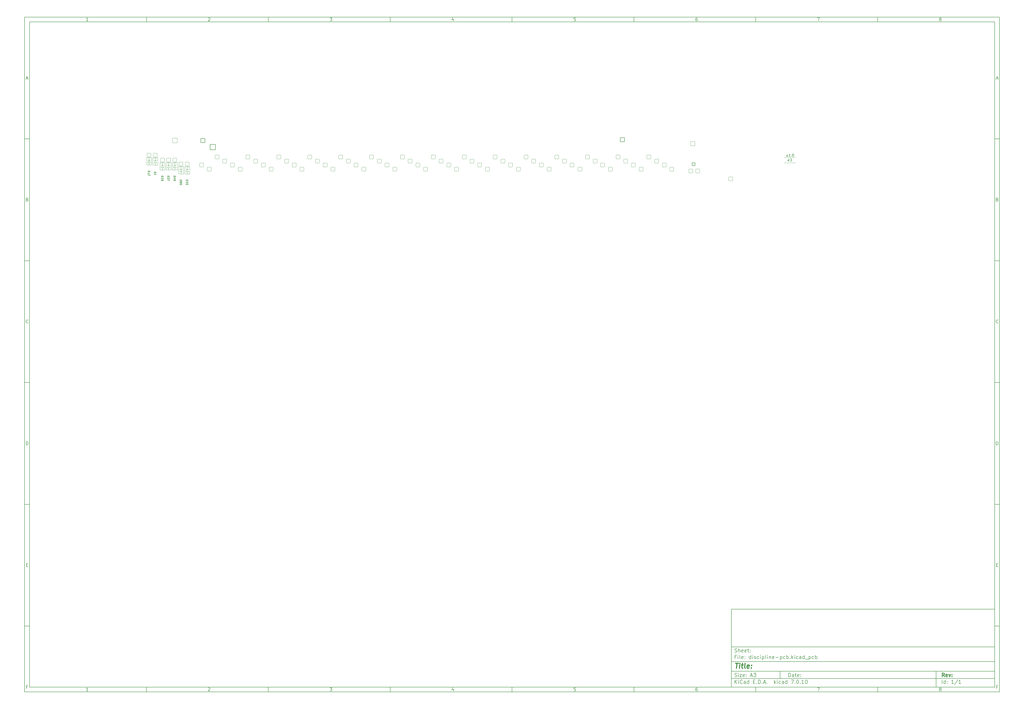
<source format=gbo>
G04 #@! TF.GenerationSoftware,KiCad,Pcbnew,7.0.10*
G04 #@! TF.CreationDate,2024-01-29T11:03:30+01:00*
G04 #@! TF.ProjectId,discipline-pcb,64697363-6970-46c6-996e-652d7063622e,rev?*
G04 #@! TF.SameCoordinates,Original*
G04 #@! TF.FileFunction,Legend,Bot*
G04 #@! TF.FilePolarity,Positive*
%FSLAX46Y46*%
G04 Gerber Fmt 4.6, Leading zero omitted, Abs format (unit mm)*
G04 Created by KiCad (PCBNEW 7.0.10) date 2024-01-29 11:03:30*
%MOMM*%
%LPD*%
G01*
G04 APERTURE LIST*
G04 Aperture macros list*
%AMRoundRect*
0 Rectangle with rounded corners*
0 $1 Rounding radius*
0 $2 $3 $4 $5 $6 $7 $8 $9 X,Y pos of 4 corners*
0 Add a 4 corners polygon primitive as box body*
4,1,4,$2,$3,$4,$5,$6,$7,$8,$9,$2,$3,0*
0 Add four circle primitives for the rounded corners*
1,1,$1+$1,$2,$3*
1,1,$1+$1,$4,$5*
1,1,$1+$1,$6,$7*
1,1,$1+$1,$8,$9*
0 Add four rect primitives between the rounded corners*
20,1,$1+$1,$2,$3,$4,$5,0*
20,1,$1+$1,$4,$5,$6,$7,0*
20,1,$1+$1,$6,$7,$8,$9,0*
20,1,$1+$1,$8,$9,$2,$3,0*%
G04 Aperture macros list end*
%ADD10C,0.100000*%
%ADD11C,0.150000*%
%ADD12C,0.300000*%
%ADD13C,0.400000*%
%ADD14C,0.120000*%
%ADD15C,1.500000*%
%ADD16C,0.010000*%
%ADD17C,1.502000*%
%ADD18O,1.502000X1.502000*%
%ADD19C,1.802000*%
%ADD20C,4.102000*%
%ADD21C,2.302000*%
%ADD22C,3.152000*%
%ADD23C,4.502000*%
%ADD24C,4.089800*%
%ADD25C,3.150000*%
%ADD26RoundRect,0.051000X-0.800000X0.800000X-0.800000X-0.800000X0.800000X-0.800000X0.800000X0.800000X0*%
%ADD27O,1.702000X1.702000*%
%ADD28C,2.102000*%
%ADD29RoundRect,0.051000X-0.900000X-0.900000X0.900000X-0.900000X0.900000X0.900000X-0.900000X0.900000X0*%
%ADD30C,1.902000*%
%ADD31RoundRect,0.051000X0.600000X-0.600000X0.600000X0.600000X-0.600000X0.600000X-0.600000X-0.600000X0*%
%ADD32C,1.302000*%
%ADD33C,1.702000*%
%ADD34O,0.752000X1.102000*%
%ADD35O,1.002000X2.502000*%
%ADD36O,1.002000X1.802000*%
%ADD37RoundRect,0.051000X0.850000X0.850000X-0.850000X0.850000X-0.850000X-0.850000X0.850000X-0.850000X0*%
%ADD38RoundRect,0.051000X0.800000X-0.800000X0.800000X0.800000X-0.800000X0.800000X-0.800000X-0.800000X0*%
%ADD39RoundRect,0.051000X0.952500X1.000000X-0.952500X1.000000X-0.952500X-1.000000X0.952500X-1.000000X0*%
%ADD40O,2.007000X2.102000*%
%ADD41RoundRect,0.051000X-1.100000X-1.100000X1.100000X-1.100000X1.100000X1.100000X-1.100000X1.100000X0*%
%ADD42O,2.302000X2.302000*%
%ADD43C,1.602000*%
%ADD44RoundRect,0.051000X-0.850000X-0.850000X0.850000X-0.850000X0.850000X0.850000X-0.850000X0.850000X0*%
%ADD45O,1.802000X1.802000*%
G04 APERTURE END LIST*
D10*
D11*
X299989000Y-253002200D02*
X407989000Y-253002200D01*
X407989000Y-285002200D01*
X299989000Y-285002200D01*
X299989000Y-253002200D01*
D10*
D11*
X10000000Y-10000000D02*
X409989000Y-10000000D01*
X409989000Y-287002200D01*
X10000000Y-287002200D01*
X10000000Y-10000000D01*
D10*
D11*
X12000000Y-12000000D02*
X407989000Y-12000000D01*
X407989000Y-285002200D01*
X12000000Y-285002200D01*
X12000000Y-12000000D01*
D10*
D11*
X60000000Y-12000000D02*
X60000000Y-10000000D01*
D10*
D11*
X110000000Y-12000000D02*
X110000000Y-10000000D01*
D10*
D11*
X160000000Y-12000000D02*
X160000000Y-10000000D01*
D10*
D11*
X210000000Y-12000000D02*
X210000000Y-10000000D01*
D10*
D11*
X260000000Y-12000000D02*
X260000000Y-10000000D01*
D10*
D11*
X310000000Y-12000000D02*
X310000000Y-10000000D01*
D10*
D11*
X360000000Y-12000000D02*
X360000000Y-10000000D01*
D10*
D11*
X36089160Y-11593604D02*
X35346303Y-11593604D01*
X35717731Y-11593604D02*
X35717731Y-10293604D01*
X35717731Y-10293604D02*
X35593922Y-10479319D01*
X35593922Y-10479319D02*
X35470112Y-10603128D01*
X35470112Y-10603128D02*
X35346303Y-10665033D01*
D10*
D11*
X85346303Y-10417414D02*
X85408207Y-10355509D01*
X85408207Y-10355509D02*
X85532017Y-10293604D01*
X85532017Y-10293604D02*
X85841541Y-10293604D01*
X85841541Y-10293604D02*
X85965350Y-10355509D01*
X85965350Y-10355509D02*
X86027255Y-10417414D01*
X86027255Y-10417414D02*
X86089160Y-10541223D01*
X86089160Y-10541223D02*
X86089160Y-10665033D01*
X86089160Y-10665033D02*
X86027255Y-10850747D01*
X86027255Y-10850747D02*
X85284398Y-11593604D01*
X85284398Y-11593604D02*
X86089160Y-11593604D01*
D10*
D11*
X135284398Y-10293604D02*
X136089160Y-10293604D01*
X136089160Y-10293604D02*
X135655826Y-10788842D01*
X135655826Y-10788842D02*
X135841541Y-10788842D01*
X135841541Y-10788842D02*
X135965350Y-10850747D01*
X135965350Y-10850747D02*
X136027255Y-10912652D01*
X136027255Y-10912652D02*
X136089160Y-11036461D01*
X136089160Y-11036461D02*
X136089160Y-11345985D01*
X136089160Y-11345985D02*
X136027255Y-11469795D01*
X136027255Y-11469795D02*
X135965350Y-11531700D01*
X135965350Y-11531700D02*
X135841541Y-11593604D01*
X135841541Y-11593604D02*
X135470112Y-11593604D01*
X135470112Y-11593604D02*
X135346303Y-11531700D01*
X135346303Y-11531700D02*
X135284398Y-11469795D01*
D10*
D11*
X185965350Y-10726938D02*
X185965350Y-11593604D01*
X185655826Y-10231700D02*
X185346303Y-11160271D01*
X185346303Y-11160271D02*
X186151064Y-11160271D01*
D10*
D11*
X236027255Y-10293604D02*
X235408207Y-10293604D01*
X235408207Y-10293604D02*
X235346303Y-10912652D01*
X235346303Y-10912652D02*
X235408207Y-10850747D01*
X235408207Y-10850747D02*
X235532017Y-10788842D01*
X235532017Y-10788842D02*
X235841541Y-10788842D01*
X235841541Y-10788842D02*
X235965350Y-10850747D01*
X235965350Y-10850747D02*
X236027255Y-10912652D01*
X236027255Y-10912652D02*
X236089160Y-11036461D01*
X236089160Y-11036461D02*
X236089160Y-11345985D01*
X236089160Y-11345985D02*
X236027255Y-11469795D01*
X236027255Y-11469795D02*
X235965350Y-11531700D01*
X235965350Y-11531700D02*
X235841541Y-11593604D01*
X235841541Y-11593604D02*
X235532017Y-11593604D01*
X235532017Y-11593604D02*
X235408207Y-11531700D01*
X235408207Y-11531700D02*
X235346303Y-11469795D01*
D10*
D11*
X285965350Y-10293604D02*
X285717731Y-10293604D01*
X285717731Y-10293604D02*
X285593922Y-10355509D01*
X285593922Y-10355509D02*
X285532017Y-10417414D01*
X285532017Y-10417414D02*
X285408207Y-10603128D01*
X285408207Y-10603128D02*
X285346303Y-10850747D01*
X285346303Y-10850747D02*
X285346303Y-11345985D01*
X285346303Y-11345985D02*
X285408207Y-11469795D01*
X285408207Y-11469795D02*
X285470112Y-11531700D01*
X285470112Y-11531700D02*
X285593922Y-11593604D01*
X285593922Y-11593604D02*
X285841541Y-11593604D01*
X285841541Y-11593604D02*
X285965350Y-11531700D01*
X285965350Y-11531700D02*
X286027255Y-11469795D01*
X286027255Y-11469795D02*
X286089160Y-11345985D01*
X286089160Y-11345985D02*
X286089160Y-11036461D01*
X286089160Y-11036461D02*
X286027255Y-10912652D01*
X286027255Y-10912652D02*
X285965350Y-10850747D01*
X285965350Y-10850747D02*
X285841541Y-10788842D01*
X285841541Y-10788842D02*
X285593922Y-10788842D01*
X285593922Y-10788842D02*
X285470112Y-10850747D01*
X285470112Y-10850747D02*
X285408207Y-10912652D01*
X285408207Y-10912652D02*
X285346303Y-11036461D01*
D10*
D11*
X335284398Y-10293604D02*
X336151064Y-10293604D01*
X336151064Y-10293604D02*
X335593922Y-11593604D01*
D10*
D11*
X385593922Y-10850747D02*
X385470112Y-10788842D01*
X385470112Y-10788842D02*
X385408207Y-10726938D01*
X385408207Y-10726938D02*
X385346303Y-10603128D01*
X385346303Y-10603128D02*
X385346303Y-10541223D01*
X385346303Y-10541223D02*
X385408207Y-10417414D01*
X385408207Y-10417414D02*
X385470112Y-10355509D01*
X385470112Y-10355509D02*
X385593922Y-10293604D01*
X385593922Y-10293604D02*
X385841541Y-10293604D01*
X385841541Y-10293604D02*
X385965350Y-10355509D01*
X385965350Y-10355509D02*
X386027255Y-10417414D01*
X386027255Y-10417414D02*
X386089160Y-10541223D01*
X386089160Y-10541223D02*
X386089160Y-10603128D01*
X386089160Y-10603128D02*
X386027255Y-10726938D01*
X386027255Y-10726938D02*
X385965350Y-10788842D01*
X385965350Y-10788842D02*
X385841541Y-10850747D01*
X385841541Y-10850747D02*
X385593922Y-10850747D01*
X385593922Y-10850747D02*
X385470112Y-10912652D01*
X385470112Y-10912652D02*
X385408207Y-10974557D01*
X385408207Y-10974557D02*
X385346303Y-11098366D01*
X385346303Y-11098366D02*
X385346303Y-11345985D01*
X385346303Y-11345985D02*
X385408207Y-11469795D01*
X385408207Y-11469795D02*
X385470112Y-11531700D01*
X385470112Y-11531700D02*
X385593922Y-11593604D01*
X385593922Y-11593604D02*
X385841541Y-11593604D01*
X385841541Y-11593604D02*
X385965350Y-11531700D01*
X385965350Y-11531700D02*
X386027255Y-11469795D01*
X386027255Y-11469795D02*
X386089160Y-11345985D01*
X386089160Y-11345985D02*
X386089160Y-11098366D01*
X386089160Y-11098366D02*
X386027255Y-10974557D01*
X386027255Y-10974557D02*
X385965350Y-10912652D01*
X385965350Y-10912652D02*
X385841541Y-10850747D01*
D10*
D11*
X60000000Y-285002200D02*
X60000000Y-287002200D01*
D10*
D11*
X110000000Y-285002200D02*
X110000000Y-287002200D01*
D10*
D11*
X160000000Y-285002200D02*
X160000000Y-287002200D01*
D10*
D11*
X210000000Y-285002200D02*
X210000000Y-287002200D01*
D10*
D11*
X260000000Y-285002200D02*
X260000000Y-287002200D01*
D10*
D11*
X310000000Y-285002200D02*
X310000000Y-287002200D01*
D10*
D11*
X360000000Y-285002200D02*
X360000000Y-287002200D01*
D10*
D11*
X36089160Y-286595804D02*
X35346303Y-286595804D01*
X35717731Y-286595804D02*
X35717731Y-285295804D01*
X35717731Y-285295804D02*
X35593922Y-285481519D01*
X35593922Y-285481519D02*
X35470112Y-285605328D01*
X35470112Y-285605328D02*
X35346303Y-285667233D01*
D10*
D11*
X85346303Y-285419614D02*
X85408207Y-285357709D01*
X85408207Y-285357709D02*
X85532017Y-285295804D01*
X85532017Y-285295804D02*
X85841541Y-285295804D01*
X85841541Y-285295804D02*
X85965350Y-285357709D01*
X85965350Y-285357709D02*
X86027255Y-285419614D01*
X86027255Y-285419614D02*
X86089160Y-285543423D01*
X86089160Y-285543423D02*
X86089160Y-285667233D01*
X86089160Y-285667233D02*
X86027255Y-285852947D01*
X86027255Y-285852947D02*
X85284398Y-286595804D01*
X85284398Y-286595804D02*
X86089160Y-286595804D01*
D10*
D11*
X135284398Y-285295804D02*
X136089160Y-285295804D01*
X136089160Y-285295804D02*
X135655826Y-285791042D01*
X135655826Y-285791042D02*
X135841541Y-285791042D01*
X135841541Y-285791042D02*
X135965350Y-285852947D01*
X135965350Y-285852947D02*
X136027255Y-285914852D01*
X136027255Y-285914852D02*
X136089160Y-286038661D01*
X136089160Y-286038661D02*
X136089160Y-286348185D01*
X136089160Y-286348185D02*
X136027255Y-286471995D01*
X136027255Y-286471995D02*
X135965350Y-286533900D01*
X135965350Y-286533900D02*
X135841541Y-286595804D01*
X135841541Y-286595804D02*
X135470112Y-286595804D01*
X135470112Y-286595804D02*
X135346303Y-286533900D01*
X135346303Y-286533900D02*
X135284398Y-286471995D01*
D10*
D11*
X185965350Y-285729138D02*
X185965350Y-286595804D01*
X185655826Y-285233900D02*
X185346303Y-286162471D01*
X185346303Y-286162471D02*
X186151064Y-286162471D01*
D10*
D11*
X236027255Y-285295804D02*
X235408207Y-285295804D01*
X235408207Y-285295804D02*
X235346303Y-285914852D01*
X235346303Y-285914852D02*
X235408207Y-285852947D01*
X235408207Y-285852947D02*
X235532017Y-285791042D01*
X235532017Y-285791042D02*
X235841541Y-285791042D01*
X235841541Y-285791042D02*
X235965350Y-285852947D01*
X235965350Y-285852947D02*
X236027255Y-285914852D01*
X236027255Y-285914852D02*
X236089160Y-286038661D01*
X236089160Y-286038661D02*
X236089160Y-286348185D01*
X236089160Y-286348185D02*
X236027255Y-286471995D01*
X236027255Y-286471995D02*
X235965350Y-286533900D01*
X235965350Y-286533900D02*
X235841541Y-286595804D01*
X235841541Y-286595804D02*
X235532017Y-286595804D01*
X235532017Y-286595804D02*
X235408207Y-286533900D01*
X235408207Y-286533900D02*
X235346303Y-286471995D01*
D10*
D11*
X285965350Y-285295804D02*
X285717731Y-285295804D01*
X285717731Y-285295804D02*
X285593922Y-285357709D01*
X285593922Y-285357709D02*
X285532017Y-285419614D01*
X285532017Y-285419614D02*
X285408207Y-285605328D01*
X285408207Y-285605328D02*
X285346303Y-285852947D01*
X285346303Y-285852947D02*
X285346303Y-286348185D01*
X285346303Y-286348185D02*
X285408207Y-286471995D01*
X285408207Y-286471995D02*
X285470112Y-286533900D01*
X285470112Y-286533900D02*
X285593922Y-286595804D01*
X285593922Y-286595804D02*
X285841541Y-286595804D01*
X285841541Y-286595804D02*
X285965350Y-286533900D01*
X285965350Y-286533900D02*
X286027255Y-286471995D01*
X286027255Y-286471995D02*
X286089160Y-286348185D01*
X286089160Y-286348185D02*
X286089160Y-286038661D01*
X286089160Y-286038661D02*
X286027255Y-285914852D01*
X286027255Y-285914852D02*
X285965350Y-285852947D01*
X285965350Y-285852947D02*
X285841541Y-285791042D01*
X285841541Y-285791042D02*
X285593922Y-285791042D01*
X285593922Y-285791042D02*
X285470112Y-285852947D01*
X285470112Y-285852947D02*
X285408207Y-285914852D01*
X285408207Y-285914852D02*
X285346303Y-286038661D01*
D10*
D11*
X335284398Y-285295804D02*
X336151064Y-285295804D01*
X336151064Y-285295804D02*
X335593922Y-286595804D01*
D10*
D11*
X385593922Y-285852947D02*
X385470112Y-285791042D01*
X385470112Y-285791042D02*
X385408207Y-285729138D01*
X385408207Y-285729138D02*
X385346303Y-285605328D01*
X385346303Y-285605328D02*
X385346303Y-285543423D01*
X385346303Y-285543423D02*
X385408207Y-285419614D01*
X385408207Y-285419614D02*
X385470112Y-285357709D01*
X385470112Y-285357709D02*
X385593922Y-285295804D01*
X385593922Y-285295804D02*
X385841541Y-285295804D01*
X385841541Y-285295804D02*
X385965350Y-285357709D01*
X385965350Y-285357709D02*
X386027255Y-285419614D01*
X386027255Y-285419614D02*
X386089160Y-285543423D01*
X386089160Y-285543423D02*
X386089160Y-285605328D01*
X386089160Y-285605328D02*
X386027255Y-285729138D01*
X386027255Y-285729138D02*
X385965350Y-285791042D01*
X385965350Y-285791042D02*
X385841541Y-285852947D01*
X385841541Y-285852947D02*
X385593922Y-285852947D01*
X385593922Y-285852947D02*
X385470112Y-285914852D01*
X385470112Y-285914852D02*
X385408207Y-285976757D01*
X385408207Y-285976757D02*
X385346303Y-286100566D01*
X385346303Y-286100566D02*
X385346303Y-286348185D01*
X385346303Y-286348185D02*
X385408207Y-286471995D01*
X385408207Y-286471995D02*
X385470112Y-286533900D01*
X385470112Y-286533900D02*
X385593922Y-286595804D01*
X385593922Y-286595804D02*
X385841541Y-286595804D01*
X385841541Y-286595804D02*
X385965350Y-286533900D01*
X385965350Y-286533900D02*
X386027255Y-286471995D01*
X386027255Y-286471995D02*
X386089160Y-286348185D01*
X386089160Y-286348185D02*
X386089160Y-286100566D01*
X386089160Y-286100566D02*
X386027255Y-285976757D01*
X386027255Y-285976757D02*
X385965350Y-285914852D01*
X385965350Y-285914852D02*
X385841541Y-285852947D01*
D10*
D11*
X10000000Y-60000000D02*
X12000000Y-60000000D01*
D10*
D11*
X10000000Y-110000000D02*
X12000000Y-110000000D01*
D10*
D11*
X10000000Y-160000000D02*
X12000000Y-160000000D01*
D10*
D11*
X10000000Y-210000000D02*
X12000000Y-210000000D01*
D10*
D11*
X10000000Y-260000000D02*
X12000000Y-260000000D01*
D10*
D11*
X10690476Y-35222176D02*
X11309523Y-35222176D01*
X10566666Y-35593604D02*
X10999999Y-34293604D01*
X10999999Y-34293604D02*
X11433333Y-35593604D01*
D10*
D11*
X11092857Y-84912652D02*
X11278571Y-84974557D01*
X11278571Y-84974557D02*
X11340476Y-85036461D01*
X11340476Y-85036461D02*
X11402380Y-85160271D01*
X11402380Y-85160271D02*
X11402380Y-85345985D01*
X11402380Y-85345985D02*
X11340476Y-85469795D01*
X11340476Y-85469795D02*
X11278571Y-85531700D01*
X11278571Y-85531700D02*
X11154761Y-85593604D01*
X11154761Y-85593604D02*
X10659523Y-85593604D01*
X10659523Y-85593604D02*
X10659523Y-84293604D01*
X10659523Y-84293604D02*
X11092857Y-84293604D01*
X11092857Y-84293604D02*
X11216666Y-84355509D01*
X11216666Y-84355509D02*
X11278571Y-84417414D01*
X11278571Y-84417414D02*
X11340476Y-84541223D01*
X11340476Y-84541223D02*
X11340476Y-84665033D01*
X11340476Y-84665033D02*
X11278571Y-84788842D01*
X11278571Y-84788842D02*
X11216666Y-84850747D01*
X11216666Y-84850747D02*
X11092857Y-84912652D01*
X11092857Y-84912652D02*
X10659523Y-84912652D01*
D10*
D11*
X11402380Y-135469795D02*
X11340476Y-135531700D01*
X11340476Y-135531700D02*
X11154761Y-135593604D01*
X11154761Y-135593604D02*
X11030952Y-135593604D01*
X11030952Y-135593604D02*
X10845238Y-135531700D01*
X10845238Y-135531700D02*
X10721428Y-135407890D01*
X10721428Y-135407890D02*
X10659523Y-135284080D01*
X10659523Y-135284080D02*
X10597619Y-135036461D01*
X10597619Y-135036461D02*
X10597619Y-134850747D01*
X10597619Y-134850747D02*
X10659523Y-134603128D01*
X10659523Y-134603128D02*
X10721428Y-134479319D01*
X10721428Y-134479319D02*
X10845238Y-134355509D01*
X10845238Y-134355509D02*
X11030952Y-134293604D01*
X11030952Y-134293604D02*
X11154761Y-134293604D01*
X11154761Y-134293604D02*
X11340476Y-134355509D01*
X11340476Y-134355509D02*
X11402380Y-134417414D01*
D10*
D11*
X10659523Y-185593604D02*
X10659523Y-184293604D01*
X10659523Y-184293604D02*
X10969047Y-184293604D01*
X10969047Y-184293604D02*
X11154761Y-184355509D01*
X11154761Y-184355509D02*
X11278571Y-184479319D01*
X11278571Y-184479319D02*
X11340476Y-184603128D01*
X11340476Y-184603128D02*
X11402380Y-184850747D01*
X11402380Y-184850747D02*
X11402380Y-185036461D01*
X11402380Y-185036461D02*
X11340476Y-185284080D01*
X11340476Y-185284080D02*
X11278571Y-185407890D01*
X11278571Y-185407890D02*
X11154761Y-185531700D01*
X11154761Y-185531700D02*
X10969047Y-185593604D01*
X10969047Y-185593604D02*
X10659523Y-185593604D01*
D10*
D11*
X10721428Y-234912652D02*
X11154762Y-234912652D01*
X11340476Y-235593604D02*
X10721428Y-235593604D01*
X10721428Y-235593604D02*
X10721428Y-234293604D01*
X10721428Y-234293604D02*
X11340476Y-234293604D01*
D10*
D11*
X11185714Y-284912652D02*
X10752380Y-284912652D01*
X10752380Y-285593604D02*
X10752380Y-284293604D01*
X10752380Y-284293604D02*
X11371428Y-284293604D01*
D10*
D11*
X409989000Y-60000000D02*
X407989000Y-60000000D01*
D10*
D11*
X409989000Y-110000000D02*
X407989000Y-110000000D01*
D10*
D11*
X409989000Y-160000000D02*
X407989000Y-160000000D01*
D10*
D11*
X409989000Y-210000000D02*
X407989000Y-210000000D01*
D10*
D11*
X409989000Y-260000000D02*
X407989000Y-260000000D01*
D10*
D11*
X408679476Y-35222176D02*
X409298523Y-35222176D01*
X408555666Y-35593604D02*
X408988999Y-34293604D01*
X408988999Y-34293604D02*
X409422333Y-35593604D01*
D10*
D11*
X409081857Y-84912652D02*
X409267571Y-84974557D01*
X409267571Y-84974557D02*
X409329476Y-85036461D01*
X409329476Y-85036461D02*
X409391380Y-85160271D01*
X409391380Y-85160271D02*
X409391380Y-85345985D01*
X409391380Y-85345985D02*
X409329476Y-85469795D01*
X409329476Y-85469795D02*
X409267571Y-85531700D01*
X409267571Y-85531700D02*
X409143761Y-85593604D01*
X409143761Y-85593604D02*
X408648523Y-85593604D01*
X408648523Y-85593604D02*
X408648523Y-84293604D01*
X408648523Y-84293604D02*
X409081857Y-84293604D01*
X409081857Y-84293604D02*
X409205666Y-84355509D01*
X409205666Y-84355509D02*
X409267571Y-84417414D01*
X409267571Y-84417414D02*
X409329476Y-84541223D01*
X409329476Y-84541223D02*
X409329476Y-84665033D01*
X409329476Y-84665033D02*
X409267571Y-84788842D01*
X409267571Y-84788842D02*
X409205666Y-84850747D01*
X409205666Y-84850747D02*
X409081857Y-84912652D01*
X409081857Y-84912652D02*
X408648523Y-84912652D01*
D10*
D11*
X409391380Y-135469795D02*
X409329476Y-135531700D01*
X409329476Y-135531700D02*
X409143761Y-135593604D01*
X409143761Y-135593604D02*
X409019952Y-135593604D01*
X409019952Y-135593604D02*
X408834238Y-135531700D01*
X408834238Y-135531700D02*
X408710428Y-135407890D01*
X408710428Y-135407890D02*
X408648523Y-135284080D01*
X408648523Y-135284080D02*
X408586619Y-135036461D01*
X408586619Y-135036461D02*
X408586619Y-134850747D01*
X408586619Y-134850747D02*
X408648523Y-134603128D01*
X408648523Y-134603128D02*
X408710428Y-134479319D01*
X408710428Y-134479319D02*
X408834238Y-134355509D01*
X408834238Y-134355509D02*
X409019952Y-134293604D01*
X409019952Y-134293604D02*
X409143761Y-134293604D01*
X409143761Y-134293604D02*
X409329476Y-134355509D01*
X409329476Y-134355509D02*
X409391380Y-134417414D01*
D10*
D11*
X408648523Y-185593604D02*
X408648523Y-184293604D01*
X408648523Y-184293604D02*
X408958047Y-184293604D01*
X408958047Y-184293604D02*
X409143761Y-184355509D01*
X409143761Y-184355509D02*
X409267571Y-184479319D01*
X409267571Y-184479319D02*
X409329476Y-184603128D01*
X409329476Y-184603128D02*
X409391380Y-184850747D01*
X409391380Y-184850747D02*
X409391380Y-185036461D01*
X409391380Y-185036461D02*
X409329476Y-185284080D01*
X409329476Y-185284080D02*
X409267571Y-185407890D01*
X409267571Y-185407890D02*
X409143761Y-185531700D01*
X409143761Y-185531700D02*
X408958047Y-185593604D01*
X408958047Y-185593604D02*
X408648523Y-185593604D01*
D10*
D11*
X408710428Y-234912652D02*
X409143762Y-234912652D01*
X409329476Y-235593604D02*
X408710428Y-235593604D01*
X408710428Y-235593604D02*
X408710428Y-234293604D01*
X408710428Y-234293604D02*
X409329476Y-234293604D01*
D10*
D11*
X409174714Y-284912652D02*
X408741380Y-284912652D01*
X408741380Y-285593604D02*
X408741380Y-284293604D01*
X408741380Y-284293604D02*
X409360428Y-284293604D01*
D10*
D11*
X323444826Y-280788328D02*
X323444826Y-279288328D01*
X323444826Y-279288328D02*
X323801969Y-279288328D01*
X323801969Y-279288328D02*
X324016255Y-279359757D01*
X324016255Y-279359757D02*
X324159112Y-279502614D01*
X324159112Y-279502614D02*
X324230541Y-279645471D01*
X324230541Y-279645471D02*
X324301969Y-279931185D01*
X324301969Y-279931185D02*
X324301969Y-280145471D01*
X324301969Y-280145471D02*
X324230541Y-280431185D01*
X324230541Y-280431185D02*
X324159112Y-280574042D01*
X324159112Y-280574042D02*
X324016255Y-280716900D01*
X324016255Y-280716900D02*
X323801969Y-280788328D01*
X323801969Y-280788328D02*
X323444826Y-280788328D01*
X325587684Y-280788328D02*
X325587684Y-280002614D01*
X325587684Y-280002614D02*
X325516255Y-279859757D01*
X325516255Y-279859757D02*
X325373398Y-279788328D01*
X325373398Y-279788328D02*
X325087684Y-279788328D01*
X325087684Y-279788328D02*
X324944826Y-279859757D01*
X325587684Y-280716900D02*
X325444826Y-280788328D01*
X325444826Y-280788328D02*
X325087684Y-280788328D01*
X325087684Y-280788328D02*
X324944826Y-280716900D01*
X324944826Y-280716900D02*
X324873398Y-280574042D01*
X324873398Y-280574042D02*
X324873398Y-280431185D01*
X324873398Y-280431185D02*
X324944826Y-280288328D01*
X324944826Y-280288328D02*
X325087684Y-280216900D01*
X325087684Y-280216900D02*
X325444826Y-280216900D01*
X325444826Y-280216900D02*
X325587684Y-280145471D01*
X326087684Y-279788328D02*
X326659112Y-279788328D01*
X326301969Y-279288328D02*
X326301969Y-280574042D01*
X326301969Y-280574042D02*
X326373398Y-280716900D01*
X326373398Y-280716900D02*
X326516255Y-280788328D01*
X326516255Y-280788328D02*
X326659112Y-280788328D01*
X327730541Y-280716900D02*
X327587684Y-280788328D01*
X327587684Y-280788328D02*
X327301970Y-280788328D01*
X327301970Y-280788328D02*
X327159112Y-280716900D01*
X327159112Y-280716900D02*
X327087684Y-280574042D01*
X327087684Y-280574042D02*
X327087684Y-280002614D01*
X327087684Y-280002614D02*
X327159112Y-279859757D01*
X327159112Y-279859757D02*
X327301970Y-279788328D01*
X327301970Y-279788328D02*
X327587684Y-279788328D01*
X327587684Y-279788328D02*
X327730541Y-279859757D01*
X327730541Y-279859757D02*
X327801970Y-280002614D01*
X327801970Y-280002614D02*
X327801970Y-280145471D01*
X327801970Y-280145471D02*
X327087684Y-280288328D01*
X328444826Y-280645471D02*
X328516255Y-280716900D01*
X328516255Y-280716900D02*
X328444826Y-280788328D01*
X328444826Y-280788328D02*
X328373398Y-280716900D01*
X328373398Y-280716900D02*
X328444826Y-280645471D01*
X328444826Y-280645471D02*
X328444826Y-280788328D01*
X328444826Y-279859757D02*
X328516255Y-279931185D01*
X328516255Y-279931185D02*
X328444826Y-280002614D01*
X328444826Y-280002614D02*
X328373398Y-279931185D01*
X328373398Y-279931185D02*
X328444826Y-279859757D01*
X328444826Y-279859757D02*
X328444826Y-280002614D01*
D10*
D11*
X299989000Y-281502200D02*
X407989000Y-281502200D01*
D10*
D11*
X301444826Y-283588328D02*
X301444826Y-282088328D01*
X302301969Y-283588328D02*
X301659112Y-282731185D01*
X302301969Y-282088328D02*
X301444826Y-282945471D01*
X302944826Y-283588328D02*
X302944826Y-282588328D01*
X302944826Y-282088328D02*
X302873398Y-282159757D01*
X302873398Y-282159757D02*
X302944826Y-282231185D01*
X302944826Y-282231185D02*
X303016255Y-282159757D01*
X303016255Y-282159757D02*
X302944826Y-282088328D01*
X302944826Y-282088328D02*
X302944826Y-282231185D01*
X304516255Y-283445471D02*
X304444827Y-283516900D01*
X304444827Y-283516900D02*
X304230541Y-283588328D01*
X304230541Y-283588328D02*
X304087684Y-283588328D01*
X304087684Y-283588328D02*
X303873398Y-283516900D01*
X303873398Y-283516900D02*
X303730541Y-283374042D01*
X303730541Y-283374042D02*
X303659112Y-283231185D01*
X303659112Y-283231185D02*
X303587684Y-282945471D01*
X303587684Y-282945471D02*
X303587684Y-282731185D01*
X303587684Y-282731185D02*
X303659112Y-282445471D01*
X303659112Y-282445471D02*
X303730541Y-282302614D01*
X303730541Y-282302614D02*
X303873398Y-282159757D01*
X303873398Y-282159757D02*
X304087684Y-282088328D01*
X304087684Y-282088328D02*
X304230541Y-282088328D01*
X304230541Y-282088328D02*
X304444827Y-282159757D01*
X304444827Y-282159757D02*
X304516255Y-282231185D01*
X305801970Y-283588328D02*
X305801970Y-282802614D01*
X305801970Y-282802614D02*
X305730541Y-282659757D01*
X305730541Y-282659757D02*
X305587684Y-282588328D01*
X305587684Y-282588328D02*
X305301970Y-282588328D01*
X305301970Y-282588328D02*
X305159112Y-282659757D01*
X305801970Y-283516900D02*
X305659112Y-283588328D01*
X305659112Y-283588328D02*
X305301970Y-283588328D01*
X305301970Y-283588328D02*
X305159112Y-283516900D01*
X305159112Y-283516900D02*
X305087684Y-283374042D01*
X305087684Y-283374042D02*
X305087684Y-283231185D01*
X305087684Y-283231185D02*
X305159112Y-283088328D01*
X305159112Y-283088328D02*
X305301970Y-283016900D01*
X305301970Y-283016900D02*
X305659112Y-283016900D01*
X305659112Y-283016900D02*
X305801970Y-282945471D01*
X307159113Y-283588328D02*
X307159113Y-282088328D01*
X307159113Y-283516900D02*
X307016255Y-283588328D01*
X307016255Y-283588328D02*
X306730541Y-283588328D01*
X306730541Y-283588328D02*
X306587684Y-283516900D01*
X306587684Y-283516900D02*
X306516255Y-283445471D01*
X306516255Y-283445471D02*
X306444827Y-283302614D01*
X306444827Y-283302614D02*
X306444827Y-282874042D01*
X306444827Y-282874042D02*
X306516255Y-282731185D01*
X306516255Y-282731185D02*
X306587684Y-282659757D01*
X306587684Y-282659757D02*
X306730541Y-282588328D01*
X306730541Y-282588328D02*
X307016255Y-282588328D01*
X307016255Y-282588328D02*
X307159113Y-282659757D01*
X309016255Y-282802614D02*
X309516255Y-282802614D01*
X309730541Y-283588328D02*
X309016255Y-283588328D01*
X309016255Y-283588328D02*
X309016255Y-282088328D01*
X309016255Y-282088328D02*
X309730541Y-282088328D01*
X310373398Y-283445471D02*
X310444827Y-283516900D01*
X310444827Y-283516900D02*
X310373398Y-283588328D01*
X310373398Y-283588328D02*
X310301970Y-283516900D01*
X310301970Y-283516900D02*
X310373398Y-283445471D01*
X310373398Y-283445471D02*
X310373398Y-283588328D01*
X311087684Y-283588328D02*
X311087684Y-282088328D01*
X311087684Y-282088328D02*
X311444827Y-282088328D01*
X311444827Y-282088328D02*
X311659113Y-282159757D01*
X311659113Y-282159757D02*
X311801970Y-282302614D01*
X311801970Y-282302614D02*
X311873399Y-282445471D01*
X311873399Y-282445471D02*
X311944827Y-282731185D01*
X311944827Y-282731185D02*
X311944827Y-282945471D01*
X311944827Y-282945471D02*
X311873399Y-283231185D01*
X311873399Y-283231185D02*
X311801970Y-283374042D01*
X311801970Y-283374042D02*
X311659113Y-283516900D01*
X311659113Y-283516900D02*
X311444827Y-283588328D01*
X311444827Y-283588328D02*
X311087684Y-283588328D01*
X312587684Y-283445471D02*
X312659113Y-283516900D01*
X312659113Y-283516900D02*
X312587684Y-283588328D01*
X312587684Y-283588328D02*
X312516256Y-283516900D01*
X312516256Y-283516900D02*
X312587684Y-283445471D01*
X312587684Y-283445471D02*
X312587684Y-283588328D01*
X313230542Y-283159757D02*
X313944828Y-283159757D01*
X313087685Y-283588328D02*
X313587685Y-282088328D01*
X313587685Y-282088328D02*
X314087685Y-283588328D01*
X314587684Y-283445471D02*
X314659113Y-283516900D01*
X314659113Y-283516900D02*
X314587684Y-283588328D01*
X314587684Y-283588328D02*
X314516256Y-283516900D01*
X314516256Y-283516900D02*
X314587684Y-283445471D01*
X314587684Y-283445471D02*
X314587684Y-283588328D01*
X317587684Y-283588328D02*
X317587684Y-282088328D01*
X317730542Y-283016900D02*
X318159113Y-283588328D01*
X318159113Y-282588328D02*
X317587684Y-283159757D01*
X318801970Y-283588328D02*
X318801970Y-282588328D01*
X318801970Y-282088328D02*
X318730542Y-282159757D01*
X318730542Y-282159757D02*
X318801970Y-282231185D01*
X318801970Y-282231185D02*
X318873399Y-282159757D01*
X318873399Y-282159757D02*
X318801970Y-282088328D01*
X318801970Y-282088328D02*
X318801970Y-282231185D01*
X320159114Y-283516900D02*
X320016256Y-283588328D01*
X320016256Y-283588328D02*
X319730542Y-283588328D01*
X319730542Y-283588328D02*
X319587685Y-283516900D01*
X319587685Y-283516900D02*
X319516256Y-283445471D01*
X319516256Y-283445471D02*
X319444828Y-283302614D01*
X319444828Y-283302614D02*
X319444828Y-282874042D01*
X319444828Y-282874042D02*
X319516256Y-282731185D01*
X319516256Y-282731185D02*
X319587685Y-282659757D01*
X319587685Y-282659757D02*
X319730542Y-282588328D01*
X319730542Y-282588328D02*
X320016256Y-282588328D01*
X320016256Y-282588328D02*
X320159114Y-282659757D01*
X321444828Y-283588328D02*
X321444828Y-282802614D01*
X321444828Y-282802614D02*
X321373399Y-282659757D01*
X321373399Y-282659757D02*
X321230542Y-282588328D01*
X321230542Y-282588328D02*
X320944828Y-282588328D01*
X320944828Y-282588328D02*
X320801970Y-282659757D01*
X321444828Y-283516900D02*
X321301970Y-283588328D01*
X321301970Y-283588328D02*
X320944828Y-283588328D01*
X320944828Y-283588328D02*
X320801970Y-283516900D01*
X320801970Y-283516900D02*
X320730542Y-283374042D01*
X320730542Y-283374042D02*
X320730542Y-283231185D01*
X320730542Y-283231185D02*
X320801970Y-283088328D01*
X320801970Y-283088328D02*
X320944828Y-283016900D01*
X320944828Y-283016900D02*
X321301970Y-283016900D01*
X321301970Y-283016900D02*
X321444828Y-282945471D01*
X322801971Y-283588328D02*
X322801971Y-282088328D01*
X322801971Y-283516900D02*
X322659113Y-283588328D01*
X322659113Y-283588328D02*
X322373399Y-283588328D01*
X322373399Y-283588328D02*
X322230542Y-283516900D01*
X322230542Y-283516900D02*
X322159113Y-283445471D01*
X322159113Y-283445471D02*
X322087685Y-283302614D01*
X322087685Y-283302614D02*
X322087685Y-282874042D01*
X322087685Y-282874042D02*
X322159113Y-282731185D01*
X322159113Y-282731185D02*
X322230542Y-282659757D01*
X322230542Y-282659757D02*
X322373399Y-282588328D01*
X322373399Y-282588328D02*
X322659113Y-282588328D01*
X322659113Y-282588328D02*
X322801971Y-282659757D01*
X324516256Y-282088328D02*
X325516256Y-282088328D01*
X325516256Y-282088328D02*
X324873399Y-283588328D01*
X326087684Y-283445471D02*
X326159113Y-283516900D01*
X326159113Y-283516900D02*
X326087684Y-283588328D01*
X326087684Y-283588328D02*
X326016256Y-283516900D01*
X326016256Y-283516900D02*
X326087684Y-283445471D01*
X326087684Y-283445471D02*
X326087684Y-283588328D01*
X327087685Y-282088328D02*
X327230542Y-282088328D01*
X327230542Y-282088328D02*
X327373399Y-282159757D01*
X327373399Y-282159757D02*
X327444828Y-282231185D01*
X327444828Y-282231185D02*
X327516256Y-282374042D01*
X327516256Y-282374042D02*
X327587685Y-282659757D01*
X327587685Y-282659757D02*
X327587685Y-283016900D01*
X327587685Y-283016900D02*
X327516256Y-283302614D01*
X327516256Y-283302614D02*
X327444828Y-283445471D01*
X327444828Y-283445471D02*
X327373399Y-283516900D01*
X327373399Y-283516900D02*
X327230542Y-283588328D01*
X327230542Y-283588328D02*
X327087685Y-283588328D01*
X327087685Y-283588328D02*
X326944828Y-283516900D01*
X326944828Y-283516900D02*
X326873399Y-283445471D01*
X326873399Y-283445471D02*
X326801970Y-283302614D01*
X326801970Y-283302614D02*
X326730542Y-283016900D01*
X326730542Y-283016900D02*
X326730542Y-282659757D01*
X326730542Y-282659757D02*
X326801970Y-282374042D01*
X326801970Y-282374042D02*
X326873399Y-282231185D01*
X326873399Y-282231185D02*
X326944828Y-282159757D01*
X326944828Y-282159757D02*
X327087685Y-282088328D01*
X328230541Y-283445471D02*
X328301970Y-283516900D01*
X328301970Y-283516900D02*
X328230541Y-283588328D01*
X328230541Y-283588328D02*
X328159113Y-283516900D01*
X328159113Y-283516900D02*
X328230541Y-283445471D01*
X328230541Y-283445471D02*
X328230541Y-283588328D01*
X329730542Y-283588328D02*
X328873399Y-283588328D01*
X329301970Y-283588328D02*
X329301970Y-282088328D01*
X329301970Y-282088328D02*
X329159113Y-282302614D01*
X329159113Y-282302614D02*
X329016256Y-282445471D01*
X329016256Y-282445471D02*
X328873399Y-282516900D01*
X330659113Y-282088328D02*
X330801970Y-282088328D01*
X330801970Y-282088328D02*
X330944827Y-282159757D01*
X330944827Y-282159757D02*
X331016256Y-282231185D01*
X331016256Y-282231185D02*
X331087684Y-282374042D01*
X331087684Y-282374042D02*
X331159113Y-282659757D01*
X331159113Y-282659757D02*
X331159113Y-283016900D01*
X331159113Y-283016900D02*
X331087684Y-283302614D01*
X331087684Y-283302614D02*
X331016256Y-283445471D01*
X331016256Y-283445471D02*
X330944827Y-283516900D01*
X330944827Y-283516900D02*
X330801970Y-283588328D01*
X330801970Y-283588328D02*
X330659113Y-283588328D01*
X330659113Y-283588328D02*
X330516256Y-283516900D01*
X330516256Y-283516900D02*
X330444827Y-283445471D01*
X330444827Y-283445471D02*
X330373398Y-283302614D01*
X330373398Y-283302614D02*
X330301970Y-283016900D01*
X330301970Y-283016900D02*
X330301970Y-282659757D01*
X330301970Y-282659757D02*
X330373398Y-282374042D01*
X330373398Y-282374042D02*
X330444827Y-282231185D01*
X330444827Y-282231185D02*
X330516256Y-282159757D01*
X330516256Y-282159757D02*
X330659113Y-282088328D01*
D10*
D11*
X299989000Y-278502200D02*
X407989000Y-278502200D01*
D10*
D12*
X387400653Y-280780528D02*
X386900653Y-280066242D01*
X386543510Y-280780528D02*
X386543510Y-279280528D01*
X386543510Y-279280528D02*
X387114939Y-279280528D01*
X387114939Y-279280528D02*
X387257796Y-279351957D01*
X387257796Y-279351957D02*
X387329225Y-279423385D01*
X387329225Y-279423385D02*
X387400653Y-279566242D01*
X387400653Y-279566242D02*
X387400653Y-279780528D01*
X387400653Y-279780528D02*
X387329225Y-279923385D01*
X387329225Y-279923385D02*
X387257796Y-279994814D01*
X387257796Y-279994814D02*
X387114939Y-280066242D01*
X387114939Y-280066242D02*
X386543510Y-280066242D01*
X388614939Y-280709100D02*
X388472082Y-280780528D01*
X388472082Y-280780528D02*
X388186368Y-280780528D01*
X388186368Y-280780528D02*
X388043510Y-280709100D01*
X388043510Y-280709100D02*
X387972082Y-280566242D01*
X387972082Y-280566242D02*
X387972082Y-279994814D01*
X387972082Y-279994814D02*
X388043510Y-279851957D01*
X388043510Y-279851957D02*
X388186368Y-279780528D01*
X388186368Y-279780528D02*
X388472082Y-279780528D01*
X388472082Y-279780528D02*
X388614939Y-279851957D01*
X388614939Y-279851957D02*
X388686368Y-279994814D01*
X388686368Y-279994814D02*
X388686368Y-280137671D01*
X388686368Y-280137671D02*
X387972082Y-280280528D01*
X389186367Y-279780528D02*
X389543510Y-280780528D01*
X389543510Y-280780528D02*
X389900653Y-279780528D01*
X390472081Y-280637671D02*
X390543510Y-280709100D01*
X390543510Y-280709100D02*
X390472081Y-280780528D01*
X390472081Y-280780528D02*
X390400653Y-280709100D01*
X390400653Y-280709100D02*
X390472081Y-280637671D01*
X390472081Y-280637671D02*
X390472081Y-280780528D01*
X390472081Y-279851957D02*
X390543510Y-279923385D01*
X390543510Y-279923385D02*
X390472081Y-279994814D01*
X390472081Y-279994814D02*
X390400653Y-279923385D01*
X390400653Y-279923385D02*
X390472081Y-279851957D01*
X390472081Y-279851957D02*
X390472081Y-279994814D01*
D10*
D11*
X301373398Y-280716900D02*
X301587684Y-280788328D01*
X301587684Y-280788328D02*
X301944826Y-280788328D01*
X301944826Y-280788328D02*
X302087684Y-280716900D01*
X302087684Y-280716900D02*
X302159112Y-280645471D01*
X302159112Y-280645471D02*
X302230541Y-280502614D01*
X302230541Y-280502614D02*
X302230541Y-280359757D01*
X302230541Y-280359757D02*
X302159112Y-280216900D01*
X302159112Y-280216900D02*
X302087684Y-280145471D01*
X302087684Y-280145471D02*
X301944826Y-280074042D01*
X301944826Y-280074042D02*
X301659112Y-280002614D01*
X301659112Y-280002614D02*
X301516255Y-279931185D01*
X301516255Y-279931185D02*
X301444826Y-279859757D01*
X301444826Y-279859757D02*
X301373398Y-279716900D01*
X301373398Y-279716900D02*
X301373398Y-279574042D01*
X301373398Y-279574042D02*
X301444826Y-279431185D01*
X301444826Y-279431185D02*
X301516255Y-279359757D01*
X301516255Y-279359757D02*
X301659112Y-279288328D01*
X301659112Y-279288328D02*
X302016255Y-279288328D01*
X302016255Y-279288328D02*
X302230541Y-279359757D01*
X302873397Y-280788328D02*
X302873397Y-279788328D01*
X302873397Y-279288328D02*
X302801969Y-279359757D01*
X302801969Y-279359757D02*
X302873397Y-279431185D01*
X302873397Y-279431185D02*
X302944826Y-279359757D01*
X302944826Y-279359757D02*
X302873397Y-279288328D01*
X302873397Y-279288328D02*
X302873397Y-279431185D01*
X303444826Y-279788328D02*
X304230541Y-279788328D01*
X304230541Y-279788328D02*
X303444826Y-280788328D01*
X303444826Y-280788328D02*
X304230541Y-280788328D01*
X305373398Y-280716900D02*
X305230541Y-280788328D01*
X305230541Y-280788328D02*
X304944827Y-280788328D01*
X304944827Y-280788328D02*
X304801969Y-280716900D01*
X304801969Y-280716900D02*
X304730541Y-280574042D01*
X304730541Y-280574042D02*
X304730541Y-280002614D01*
X304730541Y-280002614D02*
X304801969Y-279859757D01*
X304801969Y-279859757D02*
X304944827Y-279788328D01*
X304944827Y-279788328D02*
X305230541Y-279788328D01*
X305230541Y-279788328D02*
X305373398Y-279859757D01*
X305373398Y-279859757D02*
X305444827Y-280002614D01*
X305444827Y-280002614D02*
X305444827Y-280145471D01*
X305444827Y-280145471D02*
X304730541Y-280288328D01*
X306087683Y-280645471D02*
X306159112Y-280716900D01*
X306159112Y-280716900D02*
X306087683Y-280788328D01*
X306087683Y-280788328D02*
X306016255Y-280716900D01*
X306016255Y-280716900D02*
X306087683Y-280645471D01*
X306087683Y-280645471D02*
X306087683Y-280788328D01*
X306087683Y-279859757D02*
X306159112Y-279931185D01*
X306159112Y-279931185D02*
X306087683Y-280002614D01*
X306087683Y-280002614D02*
X306016255Y-279931185D01*
X306016255Y-279931185D02*
X306087683Y-279859757D01*
X306087683Y-279859757D02*
X306087683Y-280002614D01*
X307873398Y-280359757D02*
X308587684Y-280359757D01*
X307730541Y-280788328D02*
X308230541Y-279288328D01*
X308230541Y-279288328D02*
X308730541Y-280788328D01*
X309087683Y-279288328D02*
X310016255Y-279288328D01*
X310016255Y-279288328D02*
X309516255Y-279859757D01*
X309516255Y-279859757D02*
X309730540Y-279859757D01*
X309730540Y-279859757D02*
X309873398Y-279931185D01*
X309873398Y-279931185D02*
X309944826Y-280002614D01*
X309944826Y-280002614D02*
X310016255Y-280145471D01*
X310016255Y-280145471D02*
X310016255Y-280502614D01*
X310016255Y-280502614D02*
X309944826Y-280645471D01*
X309944826Y-280645471D02*
X309873398Y-280716900D01*
X309873398Y-280716900D02*
X309730540Y-280788328D01*
X309730540Y-280788328D02*
X309301969Y-280788328D01*
X309301969Y-280788328D02*
X309159112Y-280716900D01*
X309159112Y-280716900D02*
X309087683Y-280645471D01*
D10*
D11*
X386444826Y-283588328D02*
X386444826Y-282088328D01*
X387801970Y-283588328D02*
X387801970Y-282088328D01*
X387801970Y-283516900D02*
X387659112Y-283588328D01*
X387659112Y-283588328D02*
X387373398Y-283588328D01*
X387373398Y-283588328D02*
X387230541Y-283516900D01*
X387230541Y-283516900D02*
X387159112Y-283445471D01*
X387159112Y-283445471D02*
X387087684Y-283302614D01*
X387087684Y-283302614D02*
X387087684Y-282874042D01*
X387087684Y-282874042D02*
X387159112Y-282731185D01*
X387159112Y-282731185D02*
X387230541Y-282659757D01*
X387230541Y-282659757D02*
X387373398Y-282588328D01*
X387373398Y-282588328D02*
X387659112Y-282588328D01*
X387659112Y-282588328D02*
X387801970Y-282659757D01*
X388516255Y-283445471D02*
X388587684Y-283516900D01*
X388587684Y-283516900D02*
X388516255Y-283588328D01*
X388516255Y-283588328D02*
X388444827Y-283516900D01*
X388444827Y-283516900D02*
X388516255Y-283445471D01*
X388516255Y-283445471D02*
X388516255Y-283588328D01*
X388516255Y-282659757D02*
X388587684Y-282731185D01*
X388587684Y-282731185D02*
X388516255Y-282802614D01*
X388516255Y-282802614D02*
X388444827Y-282731185D01*
X388444827Y-282731185D02*
X388516255Y-282659757D01*
X388516255Y-282659757D02*
X388516255Y-282802614D01*
X391159113Y-283588328D02*
X390301970Y-283588328D01*
X390730541Y-283588328D02*
X390730541Y-282088328D01*
X390730541Y-282088328D02*
X390587684Y-282302614D01*
X390587684Y-282302614D02*
X390444827Y-282445471D01*
X390444827Y-282445471D02*
X390301970Y-282516900D01*
X392873398Y-282016900D02*
X391587684Y-283945471D01*
X394159113Y-283588328D02*
X393301970Y-283588328D01*
X393730541Y-283588328D02*
X393730541Y-282088328D01*
X393730541Y-282088328D02*
X393587684Y-282302614D01*
X393587684Y-282302614D02*
X393444827Y-282445471D01*
X393444827Y-282445471D02*
X393301970Y-282516900D01*
D10*
D11*
X299989000Y-274502200D02*
X407989000Y-274502200D01*
D10*
D13*
X301680728Y-275206638D02*
X302823585Y-275206638D01*
X302002157Y-277206638D02*
X302252157Y-275206638D01*
X303240252Y-277206638D02*
X303406919Y-275873304D01*
X303490252Y-275206638D02*
X303383109Y-275301876D01*
X303383109Y-275301876D02*
X303466443Y-275397114D01*
X303466443Y-275397114D02*
X303573586Y-275301876D01*
X303573586Y-275301876D02*
X303490252Y-275206638D01*
X303490252Y-275206638D02*
X303466443Y-275397114D01*
X304073586Y-275873304D02*
X304835490Y-275873304D01*
X304442633Y-275206638D02*
X304228348Y-276920923D01*
X304228348Y-276920923D02*
X304299776Y-277111400D01*
X304299776Y-277111400D02*
X304478348Y-277206638D01*
X304478348Y-277206638D02*
X304668824Y-277206638D01*
X305621205Y-277206638D02*
X305442633Y-277111400D01*
X305442633Y-277111400D02*
X305371205Y-276920923D01*
X305371205Y-276920923D02*
X305585490Y-275206638D01*
X307156919Y-277111400D02*
X306954538Y-277206638D01*
X306954538Y-277206638D02*
X306573585Y-277206638D01*
X306573585Y-277206638D02*
X306395014Y-277111400D01*
X306395014Y-277111400D02*
X306323585Y-276920923D01*
X306323585Y-276920923D02*
X306418824Y-276159019D01*
X306418824Y-276159019D02*
X306537871Y-275968542D01*
X306537871Y-275968542D02*
X306740252Y-275873304D01*
X306740252Y-275873304D02*
X307121204Y-275873304D01*
X307121204Y-275873304D02*
X307299776Y-275968542D01*
X307299776Y-275968542D02*
X307371204Y-276159019D01*
X307371204Y-276159019D02*
X307347395Y-276349495D01*
X307347395Y-276349495D02*
X306371204Y-276539971D01*
X308121205Y-277016161D02*
X308204538Y-277111400D01*
X308204538Y-277111400D02*
X308097395Y-277206638D01*
X308097395Y-277206638D02*
X308014062Y-277111400D01*
X308014062Y-277111400D02*
X308121205Y-277016161D01*
X308121205Y-277016161D02*
X308097395Y-277206638D01*
X308252157Y-275968542D02*
X308335490Y-276063780D01*
X308335490Y-276063780D02*
X308228348Y-276159019D01*
X308228348Y-276159019D02*
X308145014Y-276063780D01*
X308145014Y-276063780D02*
X308252157Y-275968542D01*
X308252157Y-275968542D02*
X308228348Y-276159019D01*
D10*
D11*
X301944826Y-272602614D02*
X301444826Y-272602614D01*
X301444826Y-273388328D02*
X301444826Y-271888328D01*
X301444826Y-271888328D02*
X302159112Y-271888328D01*
X302730540Y-273388328D02*
X302730540Y-272388328D01*
X302730540Y-271888328D02*
X302659112Y-271959757D01*
X302659112Y-271959757D02*
X302730540Y-272031185D01*
X302730540Y-272031185D02*
X302801969Y-271959757D01*
X302801969Y-271959757D02*
X302730540Y-271888328D01*
X302730540Y-271888328D02*
X302730540Y-272031185D01*
X303659112Y-273388328D02*
X303516255Y-273316900D01*
X303516255Y-273316900D02*
X303444826Y-273174042D01*
X303444826Y-273174042D02*
X303444826Y-271888328D01*
X304801969Y-273316900D02*
X304659112Y-273388328D01*
X304659112Y-273388328D02*
X304373398Y-273388328D01*
X304373398Y-273388328D02*
X304230540Y-273316900D01*
X304230540Y-273316900D02*
X304159112Y-273174042D01*
X304159112Y-273174042D02*
X304159112Y-272602614D01*
X304159112Y-272602614D02*
X304230540Y-272459757D01*
X304230540Y-272459757D02*
X304373398Y-272388328D01*
X304373398Y-272388328D02*
X304659112Y-272388328D01*
X304659112Y-272388328D02*
X304801969Y-272459757D01*
X304801969Y-272459757D02*
X304873398Y-272602614D01*
X304873398Y-272602614D02*
X304873398Y-272745471D01*
X304873398Y-272745471D02*
X304159112Y-272888328D01*
X305516254Y-273245471D02*
X305587683Y-273316900D01*
X305587683Y-273316900D02*
X305516254Y-273388328D01*
X305516254Y-273388328D02*
X305444826Y-273316900D01*
X305444826Y-273316900D02*
X305516254Y-273245471D01*
X305516254Y-273245471D02*
X305516254Y-273388328D01*
X305516254Y-272459757D02*
X305587683Y-272531185D01*
X305587683Y-272531185D02*
X305516254Y-272602614D01*
X305516254Y-272602614D02*
X305444826Y-272531185D01*
X305444826Y-272531185D02*
X305516254Y-272459757D01*
X305516254Y-272459757D02*
X305516254Y-272602614D01*
X308016255Y-273388328D02*
X308016255Y-271888328D01*
X308016255Y-273316900D02*
X307873397Y-273388328D01*
X307873397Y-273388328D02*
X307587683Y-273388328D01*
X307587683Y-273388328D02*
X307444826Y-273316900D01*
X307444826Y-273316900D02*
X307373397Y-273245471D01*
X307373397Y-273245471D02*
X307301969Y-273102614D01*
X307301969Y-273102614D02*
X307301969Y-272674042D01*
X307301969Y-272674042D02*
X307373397Y-272531185D01*
X307373397Y-272531185D02*
X307444826Y-272459757D01*
X307444826Y-272459757D02*
X307587683Y-272388328D01*
X307587683Y-272388328D02*
X307873397Y-272388328D01*
X307873397Y-272388328D02*
X308016255Y-272459757D01*
X308730540Y-273388328D02*
X308730540Y-272388328D01*
X308730540Y-271888328D02*
X308659112Y-271959757D01*
X308659112Y-271959757D02*
X308730540Y-272031185D01*
X308730540Y-272031185D02*
X308801969Y-271959757D01*
X308801969Y-271959757D02*
X308730540Y-271888328D01*
X308730540Y-271888328D02*
X308730540Y-272031185D01*
X309373398Y-273316900D02*
X309516255Y-273388328D01*
X309516255Y-273388328D02*
X309801969Y-273388328D01*
X309801969Y-273388328D02*
X309944826Y-273316900D01*
X309944826Y-273316900D02*
X310016255Y-273174042D01*
X310016255Y-273174042D02*
X310016255Y-273102614D01*
X310016255Y-273102614D02*
X309944826Y-272959757D01*
X309944826Y-272959757D02*
X309801969Y-272888328D01*
X309801969Y-272888328D02*
X309587684Y-272888328D01*
X309587684Y-272888328D02*
X309444826Y-272816900D01*
X309444826Y-272816900D02*
X309373398Y-272674042D01*
X309373398Y-272674042D02*
X309373398Y-272602614D01*
X309373398Y-272602614D02*
X309444826Y-272459757D01*
X309444826Y-272459757D02*
X309587684Y-272388328D01*
X309587684Y-272388328D02*
X309801969Y-272388328D01*
X309801969Y-272388328D02*
X309944826Y-272459757D01*
X311301970Y-273316900D02*
X311159112Y-273388328D01*
X311159112Y-273388328D02*
X310873398Y-273388328D01*
X310873398Y-273388328D02*
X310730541Y-273316900D01*
X310730541Y-273316900D02*
X310659112Y-273245471D01*
X310659112Y-273245471D02*
X310587684Y-273102614D01*
X310587684Y-273102614D02*
X310587684Y-272674042D01*
X310587684Y-272674042D02*
X310659112Y-272531185D01*
X310659112Y-272531185D02*
X310730541Y-272459757D01*
X310730541Y-272459757D02*
X310873398Y-272388328D01*
X310873398Y-272388328D02*
X311159112Y-272388328D01*
X311159112Y-272388328D02*
X311301970Y-272459757D01*
X311944826Y-273388328D02*
X311944826Y-272388328D01*
X311944826Y-271888328D02*
X311873398Y-271959757D01*
X311873398Y-271959757D02*
X311944826Y-272031185D01*
X311944826Y-272031185D02*
X312016255Y-271959757D01*
X312016255Y-271959757D02*
X311944826Y-271888328D01*
X311944826Y-271888328D02*
X311944826Y-272031185D01*
X312659112Y-272388328D02*
X312659112Y-273888328D01*
X312659112Y-272459757D02*
X312801970Y-272388328D01*
X312801970Y-272388328D02*
X313087684Y-272388328D01*
X313087684Y-272388328D02*
X313230541Y-272459757D01*
X313230541Y-272459757D02*
X313301970Y-272531185D01*
X313301970Y-272531185D02*
X313373398Y-272674042D01*
X313373398Y-272674042D02*
X313373398Y-273102614D01*
X313373398Y-273102614D02*
X313301970Y-273245471D01*
X313301970Y-273245471D02*
X313230541Y-273316900D01*
X313230541Y-273316900D02*
X313087684Y-273388328D01*
X313087684Y-273388328D02*
X312801970Y-273388328D01*
X312801970Y-273388328D02*
X312659112Y-273316900D01*
X314230541Y-273388328D02*
X314087684Y-273316900D01*
X314087684Y-273316900D02*
X314016255Y-273174042D01*
X314016255Y-273174042D02*
X314016255Y-271888328D01*
X314801969Y-273388328D02*
X314801969Y-272388328D01*
X314801969Y-271888328D02*
X314730541Y-271959757D01*
X314730541Y-271959757D02*
X314801969Y-272031185D01*
X314801969Y-272031185D02*
X314873398Y-271959757D01*
X314873398Y-271959757D02*
X314801969Y-271888328D01*
X314801969Y-271888328D02*
X314801969Y-272031185D01*
X315516255Y-272388328D02*
X315516255Y-273388328D01*
X315516255Y-272531185D02*
X315587684Y-272459757D01*
X315587684Y-272459757D02*
X315730541Y-272388328D01*
X315730541Y-272388328D02*
X315944827Y-272388328D01*
X315944827Y-272388328D02*
X316087684Y-272459757D01*
X316087684Y-272459757D02*
X316159113Y-272602614D01*
X316159113Y-272602614D02*
X316159113Y-273388328D01*
X317444827Y-273316900D02*
X317301970Y-273388328D01*
X317301970Y-273388328D02*
X317016256Y-273388328D01*
X317016256Y-273388328D02*
X316873398Y-273316900D01*
X316873398Y-273316900D02*
X316801970Y-273174042D01*
X316801970Y-273174042D02*
X316801970Y-272602614D01*
X316801970Y-272602614D02*
X316873398Y-272459757D01*
X316873398Y-272459757D02*
X317016256Y-272388328D01*
X317016256Y-272388328D02*
X317301970Y-272388328D01*
X317301970Y-272388328D02*
X317444827Y-272459757D01*
X317444827Y-272459757D02*
X317516256Y-272602614D01*
X317516256Y-272602614D02*
X317516256Y-272745471D01*
X317516256Y-272745471D02*
X316801970Y-272888328D01*
X318159112Y-272816900D02*
X319301970Y-272816900D01*
X320016255Y-272388328D02*
X320016255Y-273888328D01*
X320016255Y-272459757D02*
X320159113Y-272388328D01*
X320159113Y-272388328D02*
X320444827Y-272388328D01*
X320444827Y-272388328D02*
X320587684Y-272459757D01*
X320587684Y-272459757D02*
X320659113Y-272531185D01*
X320659113Y-272531185D02*
X320730541Y-272674042D01*
X320730541Y-272674042D02*
X320730541Y-273102614D01*
X320730541Y-273102614D02*
X320659113Y-273245471D01*
X320659113Y-273245471D02*
X320587684Y-273316900D01*
X320587684Y-273316900D02*
X320444827Y-273388328D01*
X320444827Y-273388328D02*
X320159113Y-273388328D01*
X320159113Y-273388328D02*
X320016255Y-273316900D01*
X322016256Y-273316900D02*
X321873398Y-273388328D01*
X321873398Y-273388328D02*
X321587684Y-273388328D01*
X321587684Y-273388328D02*
X321444827Y-273316900D01*
X321444827Y-273316900D02*
X321373398Y-273245471D01*
X321373398Y-273245471D02*
X321301970Y-273102614D01*
X321301970Y-273102614D02*
X321301970Y-272674042D01*
X321301970Y-272674042D02*
X321373398Y-272531185D01*
X321373398Y-272531185D02*
X321444827Y-272459757D01*
X321444827Y-272459757D02*
X321587684Y-272388328D01*
X321587684Y-272388328D02*
X321873398Y-272388328D01*
X321873398Y-272388328D02*
X322016256Y-272459757D01*
X322659112Y-273388328D02*
X322659112Y-271888328D01*
X322659112Y-272459757D02*
X322801970Y-272388328D01*
X322801970Y-272388328D02*
X323087684Y-272388328D01*
X323087684Y-272388328D02*
X323230541Y-272459757D01*
X323230541Y-272459757D02*
X323301970Y-272531185D01*
X323301970Y-272531185D02*
X323373398Y-272674042D01*
X323373398Y-272674042D02*
X323373398Y-273102614D01*
X323373398Y-273102614D02*
X323301970Y-273245471D01*
X323301970Y-273245471D02*
X323230541Y-273316900D01*
X323230541Y-273316900D02*
X323087684Y-273388328D01*
X323087684Y-273388328D02*
X322801970Y-273388328D01*
X322801970Y-273388328D02*
X322659112Y-273316900D01*
X324016255Y-273245471D02*
X324087684Y-273316900D01*
X324087684Y-273316900D02*
X324016255Y-273388328D01*
X324016255Y-273388328D02*
X323944827Y-273316900D01*
X323944827Y-273316900D02*
X324016255Y-273245471D01*
X324016255Y-273245471D02*
X324016255Y-273388328D01*
X324730541Y-273388328D02*
X324730541Y-271888328D01*
X324873399Y-272816900D02*
X325301970Y-273388328D01*
X325301970Y-272388328D02*
X324730541Y-272959757D01*
X325944827Y-273388328D02*
X325944827Y-272388328D01*
X325944827Y-271888328D02*
X325873399Y-271959757D01*
X325873399Y-271959757D02*
X325944827Y-272031185D01*
X325944827Y-272031185D02*
X326016256Y-271959757D01*
X326016256Y-271959757D02*
X325944827Y-271888328D01*
X325944827Y-271888328D02*
X325944827Y-272031185D01*
X327301971Y-273316900D02*
X327159113Y-273388328D01*
X327159113Y-273388328D02*
X326873399Y-273388328D01*
X326873399Y-273388328D02*
X326730542Y-273316900D01*
X326730542Y-273316900D02*
X326659113Y-273245471D01*
X326659113Y-273245471D02*
X326587685Y-273102614D01*
X326587685Y-273102614D02*
X326587685Y-272674042D01*
X326587685Y-272674042D02*
X326659113Y-272531185D01*
X326659113Y-272531185D02*
X326730542Y-272459757D01*
X326730542Y-272459757D02*
X326873399Y-272388328D01*
X326873399Y-272388328D02*
X327159113Y-272388328D01*
X327159113Y-272388328D02*
X327301971Y-272459757D01*
X328587685Y-273388328D02*
X328587685Y-272602614D01*
X328587685Y-272602614D02*
X328516256Y-272459757D01*
X328516256Y-272459757D02*
X328373399Y-272388328D01*
X328373399Y-272388328D02*
X328087685Y-272388328D01*
X328087685Y-272388328D02*
X327944827Y-272459757D01*
X328587685Y-273316900D02*
X328444827Y-273388328D01*
X328444827Y-273388328D02*
X328087685Y-273388328D01*
X328087685Y-273388328D02*
X327944827Y-273316900D01*
X327944827Y-273316900D02*
X327873399Y-273174042D01*
X327873399Y-273174042D02*
X327873399Y-273031185D01*
X327873399Y-273031185D02*
X327944827Y-272888328D01*
X327944827Y-272888328D02*
X328087685Y-272816900D01*
X328087685Y-272816900D02*
X328444827Y-272816900D01*
X328444827Y-272816900D02*
X328587685Y-272745471D01*
X329944828Y-273388328D02*
X329944828Y-271888328D01*
X329944828Y-273316900D02*
X329801970Y-273388328D01*
X329801970Y-273388328D02*
X329516256Y-273388328D01*
X329516256Y-273388328D02*
X329373399Y-273316900D01*
X329373399Y-273316900D02*
X329301970Y-273245471D01*
X329301970Y-273245471D02*
X329230542Y-273102614D01*
X329230542Y-273102614D02*
X329230542Y-272674042D01*
X329230542Y-272674042D02*
X329301970Y-272531185D01*
X329301970Y-272531185D02*
X329373399Y-272459757D01*
X329373399Y-272459757D02*
X329516256Y-272388328D01*
X329516256Y-272388328D02*
X329801970Y-272388328D01*
X329801970Y-272388328D02*
X329944828Y-272459757D01*
X330301971Y-273531185D02*
X331444828Y-273531185D01*
X331801970Y-272388328D02*
X331801970Y-273888328D01*
X331801970Y-272459757D02*
X331944828Y-272388328D01*
X331944828Y-272388328D02*
X332230542Y-272388328D01*
X332230542Y-272388328D02*
X332373399Y-272459757D01*
X332373399Y-272459757D02*
X332444828Y-272531185D01*
X332444828Y-272531185D02*
X332516256Y-272674042D01*
X332516256Y-272674042D02*
X332516256Y-273102614D01*
X332516256Y-273102614D02*
X332444828Y-273245471D01*
X332444828Y-273245471D02*
X332373399Y-273316900D01*
X332373399Y-273316900D02*
X332230542Y-273388328D01*
X332230542Y-273388328D02*
X331944828Y-273388328D01*
X331944828Y-273388328D02*
X331801970Y-273316900D01*
X333801971Y-273316900D02*
X333659113Y-273388328D01*
X333659113Y-273388328D02*
X333373399Y-273388328D01*
X333373399Y-273388328D02*
X333230542Y-273316900D01*
X333230542Y-273316900D02*
X333159113Y-273245471D01*
X333159113Y-273245471D02*
X333087685Y-273102614D01*
X333087685Y-273102614D02*
X333087685Y-272674042D01*
X333087685Y-272674042D02*
X333159113Y-272531185D01*
X333159113Y-272531185D02*
X333230542Y-272459757D01*
X333230542Y-272459757D02*
X333373399Y-272388328D01*
X333373399Y-272388328D02*
X333659113Y-272388328D01*
X333659113Y-272388328D02*
X333801971Y-272459757D01*
X334444827Y-273388328D02*
X334444827Y-271888328D01*
X334444827Y-272459757D02*
X334587685Y-272388328D01*
X334587685Y-272388328D02*
X334873399Y-272388328D01*
X334873399Y-272388328D02*
X335016256Y-272459757D01*
X335016256Y-272459757D02*
X335087685Y-272531185D01*
X335087685Y-272531185D02*
X335159113Y-272674042D01*
X335159113Y-272674042D02*
X335159113Y-273102614D01*
X335159113Y-273102614D02*
X335087685Y-273245471D01*
X335087685Y-273245471D02*
X335016256Y-273316900D01*
X335016256Y-273316900D02*
X334873399Y-273388328D01*
X334873399Y-273388328D02*
X334587685Y-273388328D01*
X334587685Y-273388328D02*
X334444827Y-273316900D01*
D10*
D11*
X299989000Y-268502200D02*
X407989000Y-268502200D01*
D10*
D11*
X301373398Y-270616900D02*
X301587684Y-270688328D01*
X301587684Y-270688328D02*
X301944826Y-270688328D01*
X301944826Y-270688328D02*
X302087684Y-270616900D01*
X302087684Y-270616900D02*
X302159112Y-270545471D01*
X302159112Y-270545471D02*
X302230541Y-270402614D01*
X302230541Y-270402614D02*
X302230541Y-270259757D01*
X302230541Y-270259757D02*
X302159112Y-270116900D01*
X302159112Y-270116900D02*
X302087684Y-270045471D01*
X302087684Y-270045471D02*
X301944826Y-269974042D01*
X301944826Y-269974042D02*
X301659112Y-269902614D01*
X301659112Y-269902614D02*
X301516255Y-269831185D01*
X301516255Y-269831185D02*
X301444826Y-269759757D01*
X301444826Y-269759757D02*
X301373398Y-269616900D01*
X301373398Y-269616900D02*
X301373398Y-269474042D01*
X301373398Y-269474042D02*
X301444826Y-269331185D01*
X301444826Y-269331185D02*
X301516255Y-269259757D01*
X301516255Y-269259757D02*
X301659112Y-269188328D01*
X301659112Y-269188328D02*
X302016255Y-269188328D01*
X302016255Y-269188328D02*
X302230541Y-269259757D01*
X302873397Y-270688328D02*
X302873397Y-269188328D01*
X303516255Y-270688328D02*
X303516255Y-269902614D01*
X303516255Y-269902614D02*
X303444826Y-269759757D01*
X303444826Y-269759757D02*
X303301969Y-269688328D01*
X303301969Y-269688328D02*
X303087683Y-269688328D01*
X303087683Y-269688328D02*
X302944826Y-269759757D01*
X302944826Y-269759757D02*
X302873397Y-269831185D01*
X304801969Y-270616900D02*
X304659112Y-270688328D01*
X304659112Y-270688328D02*
X304373398Y-270688328D01*
X304373398Y-270688328D02*
X304230540Y-270616900D01*
X304230540Y-270616900D02*
X304159112Y-270474042D01*
X304159112Y-270474042D02*
X304159112Y-269902614D01*
X304159112Y-269902614D02*
X304230540Y-269759757D01*
X304230540Y-269759757D02*
X304373398Y-269688328D01*
X304373398Y-269688328D02*
X304659112Y-269688328D01*
X304659112Y-269688328D02*
X304801969Y-269759757D01*
X304801969Y-269759757D02*
X304873398Y-269902614D01*
X304873398Y-269902614D02*
X304873398Y-270045471D01*
X304873398Y-270045471D02*
X304159112Y-270188328D01*
X306087683Y-270616900D02*
X305944826Y-270688328D01*
X305944826Y-270688328D02*
X305659112Y-270688328D01*
X305659112Y-270688328D02*
X305516254Y-270616900D01*
X305516254Y-270616900D02*
X305444826Y-270474042D01*
X305444826Y-270474042D02*
X305444826Y-269902614D01*
X305444826Y-269902614D02*
X305516254Y-269759757D01*
X305516254Y-269759757D02*
X305659112Y-269688328D01*
X305659112Y-269688328D02*
X305944826Y-269688328D01*
X305944826Y-269688328D02*
X306087683Y-269759757D01*
X306087683Y-269759757D02*
X306159112Y-269902614D01*
X306159112Y-269902614D02*
X306159112Y-270045471D01*
X306159112Y-270045471D02*
X305444826Y-270188328D01*
X306587683Y-269688328D02*
X307159111Y-269688328D01*
X306801968Y-269188328D02*
X306801968Y-270474042D01*
X306801968Y-270474042D02*
X306873397Y-270616900D01*
X306873397Y-270616900D02*
X307016254Y-270688328D01*
X307016254Y-270688328D02*
X307159111Y-270688328D01*
X307659111Y-270545471D02*
X307730540Y-270616900D01*
X307730540Y-270616900D02*
X307659111Y-270688328D01*
X307659111Y-270688328D02*
X307587683Y-270616900D01*
X307587683Y-270616900D02*
X307659111Y-270545471D01*
X307659111Y-270545471D02*
X307659111Y-270688328D01*
X307659111Y-269759757D02*
X307730540Y-269831185D01*
X307730540Y-269831185D02*
X307659111Y-269902614D01*
X307659111Y-269902614D02*
X307587683Y-269831185D01*
X307587683Y-269831185D02*
X307659111Y-269759757D01*
X307659111Y-269759757D02*
X307659111Y-269902614D01*
D10*
D12*
D10*
D11*
D10*
D11*
D10*
D11*
D10*
D11*
D10*
D11*
X319989000Y-278502200D02*
X319989000Y-281502200D01*
D10*
D11*
X383989000Y-278502200D02*
X383989000Y-285002200D01*
X63962579Y-73584524D02*
X63162579Y-73584524D01*
X63162579Y-73584524D02*
X63162579Y-73775000D01*
X63162579Y-73775000D02*
X63200674Y-73889286D01*
X63200674Y-73889286D02*
X63276864Y-73965476D01*
X63276864Y-73965476D02*
X63353055Y-74003571D01*
X63353055Y-74003571D02*
X63505436Y-74041667D01*
X63505436Y-74041667D02*
X63619722Y-74041667D01*
X63619722Y-74041667D02*
X63772103Y-74003571D01*
X63772103Y-74003571D02*
X63848293Y-73965476D01*
X63848293Y-73965476D02*
X63924484Y-73889286D01*
X63924484Y-73889286D02*
X63962579Y-73775000D01*
X63962579Y-73775000D02*
X63962579Y-73584524D01*
X63962579Y-74803571D02*
X63962579Y-74346428D01*
X63962579Y-74575000D02*
X63162579Y-74575000D01*
X63162579Y-74575000D02*
X63276864Y-74498809D01*
X63276864Y-74498809D02*
X63353055Y-74422619D01*
X63353055Y-74422619D02*
X63391150Y-74346428D01*
X66910295Y-75235571D02*
X66110295Y-75235571D01*
X66110295Y-75235571D02*
X66110295Y-75426047D01*
X66110295Y-75426047D02*
X66148390Y-75540333D01*
X66148390Y-75540333D02*
X66224580Y-75616523D01*
X66224580Y-75616523D02*
X66300771Y-75654618D01*
X66300771Y-75654618D02*
X66453152Y-75692714D01*
X66453152Y-75692714D02*
X66567438Y-75692714D01*
X66567438Y-75692714D02*
X66719819Y-75654618D01*
X66719819Y-75654618D02*
X66796009Y-75616523D01*
X66796009Y-75616523D02*
X66872200Y-75540333D01*
X66872200Y-75540333D02*
X66910295Y-75426047D01*
X66910295Y-75426047D02*
X66910295Y-75235571D01*
X66910295Y-76454618D02*
X66910295Y-75997475D01*
X66910295Y-76226047D02*
X66110295Y-76226047D01*
X66110295Y-76226047D02*
X66224580Y-76149856D01*
X66224580Y-76149856D02*
X66300771Y-76073666D01*
X66300771Y-76073666D02*
X66338866Y-75997475D01*
X66110295Y-77140333D02*
X66110295Y-76987952D01*
X66110295Y-76987952D02*
X66148390Y-76911761D01*
X66148390Y-76911761D02*
X66186485Y-76873666D01*
X66186485Y-76873666D02*
X66300771Y-76797476D01*
X66300771Y-76797476D02*
X66453152Y-76759380D01*
X66453152Y-76759380D02*
X66757914Y-76759380D01*
X66757914Y-76759380D02*
X66834104Y-76797476D01*
X66834104Y-76797476D02*
X66872200Y-76835571D01*
X66872200Y-76835571D02*
X66910295Y-76911761D01*
X66910295Y-76911761D02*
X66910295Y-77064142D01*
X66910295Y-77064142D02*
X66872200Y-77140333D01*
X66872200Y-77140333D02*
X66834104Y-77178428D01*
X66834104Y-77178428D02*
X66757914Y-77216523D01*
X66757914Y-77216523D02*
X66567438Y-77216523D01*
X66567438Y-77216523D02*
X66491247Y-77178428D01*
X66491247Y-77178428D02*
X66453152Y-77140333D01*
X66453152Y-77140333D02*
X66415057Y-77064142D01*
X66415057Y-77064142D02*
X66415057Y-76911761D01*
X66415057Y-76911761D02*
X66453152Y-76835571D01*
X66453152Y-76835571D02*
X66491247Y-76797476D01*
X66491247Y-76797476D02*
X66567438Y-76759380D01*
X69450295Y-75204071D02*
X68650295Y-75204071D01*
X68650295Y-75204071D02*
X68650295Y-75394547D01*
X68650295Y-75394547D02*
X68688390Y-75508833D01*
X68688390Y-75508833D02*
X68764580Y-75585023D01*
X68764580Y-75585023D02*
X68840771Y-75623118D01*
X68840771Y-75623118D02*
X68993152Y-75661214D01*
X68993152Y-75661214D02*
X69107438Y-75661214D01*
X69107438Y-75661214D02*
X69259819Y-75623118D01*
X69259819Y-75623118D02*
X69336009Y-75585023D01*
X69336009Y-75585023D02*
X69412200Y-75508833D01*
X69412200Y-75508833D02*
X69450295Y-75394547D01*
X69450295Y-75394547D02*
X69450295Y-75204071D01*
X68650295Y-75927880D02*
X68650295Y-76423118D01*
X68650295Y-76423118D02*
X68955057Y-76156452D01*
X68955057Y-76156452D02*
X68955057Y-76270737D01*
X68955057Y-76270737D02*
X68993152Y-76346928D01*
X68993152Y-76346928D02*
X69031247Y-76385023D01*
X69031247Y-76385023D02*
X69107438Y-76423118D01*
X69107438Y-76423118D02*
X69297914Y-76423118D01*
X69297914Y-76423118D02*
X69374104Y-76385023D01*
X69374104Y-76385023D02*
X69412200Y-76346928D01*
X69412200Y-76346928D02*
X69450295Y-76270737D01*
X69450295Y-76270737D02*
X69450295Y-76042166D01*
X69450295Y-76042166D02*
X69412200Y-75965975D01*
X69412200Y-75965975D02*
X69374104Y-75927880D01*
X69450295Y-77185023D02*
X69450295Y-76727880D01*
X69450295Y-76956452D02*
X68650295Y-76956452D01*
X68650295Y-76956452D02*
X68764580Y-76880261D01*
X68764580Y-76880261D02*
X68840771Y-76804071D01*
X68840771Y-76804071D02*
X68878866Y-76727880D01*
X77070295Y-76861071D02*
X76270295Y-76861071D01*
X76270295Y-76861071D02*
X76270295Y-77051547D01*
X76270295Y-77051547D02*
X76308390Y-77165833D01*
X76308390Y-77165833D02*
X76384580Y-77242023D01*
X76384580Y-77242023D02*
X76460771Y-77280118D01*
X76460771Y-77280118D02*
X76613152Y-77318214D01*
X76613152Y-77318214D02*
X76727438Y-77318214D01*
X76727438Y-77318214D02*
X76879819Y-77280118D01*
X76879819Y-77280118D02*
X76956009Y-77242023D01*
X76956009Y-77242023D02*
X77032200Y-77165833D01*
X77032200Y-77165833D02*
X77070295Y-77051547D01*
X77070295Y-77051547D02*
X77070295Y-76861071D01*
X76270295Y-77584880D02*
X76270295Y-78080118D01*
X76270295Y-78080118D02*
X76575057Y-77813452D01*
X76575057Y-77813452D02*
X76575057Y-77927737D01*
X76575057Y-77927737D02*
X76613152Y-78003928D01*
X76613152Y-78003928D02*
X76651247Y-78042023D01*
X76651247Y-78042023D02*
X76727438Y-78080118D01*
X76727438Y-78080118D02*
X76917914Y-78080118D01*
X76917914Y-78080118D02*
X76994104Y-78042023D01*
X76994104Y-78042023D02*
X77032200Y-78003928D01*
X77032200Y-78003928D02*
X77070295Y-77927737D01*
X77070295Y-77927737D02*
X77070295Y-77699166D01*
X77070295Y-77699166D02*
X77032200Y-77622975D01*
X77032200Y-77622975D02*
X76994104Y-77584880D01*
X76346485Y-78384880D02*
X76308390Y-78422976D01*
X76308390Y-78422976D02*
X76270295Y-78499166D01*
X76270295Y-78499166D02*
X76270295Y-78689642D01*
X76270295Y-78689642D02*
X76308390Y-78765833D01*
X76308390Y-78765833D02*
X76346485Y-78803928D01*
X76346485Y-78803928D02*
X76422676Y-78842023D01*
X76422676Y-78842023D02*
X76498866Y-78842023D01*
X76498866Y-78842023D02*
X76613152Y-78803928D01*
X76613152Y-78803928D02*
X77070295Y-78346785D01*
X77070295Y-78346785D02*
X77070295Y-78842023D01*
X71990295Y-75235571D02*
X71190295Y-75235571D01*
X71190295Y-75235571D02*
X71190295Y-75426047D01*
X71190295Y-75426047D02*
X71228390Y-75540333D01*
X71228390Y-75540333D02*
X71304580Y-75616523D01*
X71304580Y-75616523D02*
X71380771Y-75654618D01*
X71380771Y-75654618D02*
X71533152Y-75692714D01*
X71533152Y-75692714D02*
X71647438Y-75692714D01*
X71647438Y-75692714D02*
X71799819Y-75654618D01*
X71799819Y-75654618D02*
X71876009Y-75616523D01*
X71876009Y-75616523D02*
X71952200Y-75540333D01*
X71952200Y-75540333D02*
X71990295Y-75426047D01*
X71990295Y-75426047D02*
X71990295Y-75235571D01*
X71456961Y-76378428D02*
X71990295Y-76378428D01*
X71152200Y-76187952D02*
X71723628Y-75997475D01*
X71723628Y-75997475D02*
X71723628Y-76492714D01*
X71190295Y-77178428D02*
X71190295Y-76797476D01*
X71190295Y-76797476D02*
X71571247Y-76759380D01*
X71571247Y-76759380D02*
X71533152Y-76797476D01*
X71533152Y-76797476D02*
X71495057Y-76873666D01*
X71495057Y-76873666D02*
X71495057Y-77064142D01*
X71495057Y-77064142D02*
X71533152Y-77140333D01*
X71533152Y-77140333D02*
X71571247Y-77178428D01*
X71571247Y-77178428D02*
X71647438Y-77216523D01*
X71647438Y-77216523D02*
X71837914Y-77216523D01*
X71837914Y-77216523D02*
X71914104Y-77178428D01*
X71914104Y-77178428D02*
X71952200Y-77140333D01*
X71952200Y-77140333D02*
X71990295Y-77064142D01*
X71990295Y-77064142D02*
X71990295Y-76873666D01*
X71990295Y-76873666D02*
X71952200Y-76797476D01*
X71952200Y-76797476D02*
X71914104Y-76759380D01*
X74530295Y-76861071D02*
X73730295Y-76861071D01*
X73730295Y-76861071D02*
X73730295Y-77051547D01*
X73730295Y-77051547D02*
X73768390Y-77165833D01*
X73768390Y-77165833D02*
X73844580Y-77242023D01*
X73844580Y-77242023D02*
X73920771Y-77280118D01*
X73920771Y-77280118D02*
X74073152Y-77318214D01*
X74073152Y-77318214D02*
X74187438Y-77318214D01*
X74187438Y-77318214D02*
X74339819Y-77280118D01*
X74339819Y-77280118D02*
X74416009Y-77242023D01*
X74416009Y-77242023D02*
X74492200Y-77165833D01*
X74492200Y-77165833D02*
X74530295Y-77051547D01*
X74530295Y-77051547D02*
X74530295Y-76861071D01*
X73730295Y-78003928D02*
X73730295Y-77851547D01*
X73730295Y-77851547D02*
X73768390Y-77775356D01*
X73768390Y-77775356D02*
X73806485Y-77737261D01*
X73806485Y-77737261D02*
X73920771Y-77661071D01*
X73920771Y-77661071D02*
X74073152Y-77622975D01*
X74073152Y-77622975D02*
X74377914Y-77622975D01*
X74377914Y-77622975D02*
X74454104Y-77661071D01*
X74454104Y-77661071D02*
X74492200Y-77699166D01*
X74492200Y-77699166D02*
X74530295Y-77775356D01*
X74530295Y-77775356D02*
X74530295Y-77927737D01*
X74530295Y-77927737D02*
X74492200Y-78003928D01*
X74492200Y-78003928D02*
X74454104Y-78042023D01*
X74454104Y-78042023D02*
X74377914Y-78080118D01*
X74377914Y-78080118D02*
X74187438Y-78080118D01*
X74187438Y-78080118D02*
X74111247Y-78042023D01*
X74111247Y-78042023D02*
X74073152Y-78003928D01*
X74073152Y-78003928D02*
X74035057Y-77927737D01*
X74035057Y-77927737D02*
X74035057Y-77775356D01*
X74035057Y-77775356D02*
X74073152Y-77699166D01*
X74073152Y-77699166D02*
X74111247Y-77661071D01*
X74111247Y-77661071D02*
X74187438Y-77622975D01*
X73730295Y-78575357D02*
X73730295Y-78651547D01*
X73730295Y-78651547D02*
X73768390Y-78727738D01*
X73768390Y-78727738D02*
X73806485Y-78765833D01*
X73806485Y-78765833D02*
X73882676Y-78803928D01*
X73882676Y-78803928D02*
X74035057Y-78842023D01*
X74035057Y-78842023D02*
X74225533Y-78842023D01*
X74225533Y-78842023D02*
X74377914Y-78803928D01*
X74377914Y-78803928D02*
X74454104Y-78765833D01*
X74454104Y-78765833D02*
X74492200Y-78727738D01*
X74492200Y-78727738D02*
X74530295Y-78651547D01*
X74530295Y-78651547D02*
X74530295Y-78575357D01*
X74530295Y-78575357D02*
X74492200Y-78499166D01*
X74492200Y-78499166D02*
X74454104Y-78461071D01*
X74454104Y-78461071D02*
X74377914Y-78422976D01*
X74377914Y-78422976D02*
X74225533Y-78384880D01*
X74225533Y-78384880D02*
X74035057Y-78384880D01*
X74035057Y-78384880D02*
X73882676Y-78422976D01*
X73882676Y-78422976D02*
X73806485Y-78461071D01*
X73806485Y-78461071D02*
X73768390Y-78499166D01*
X73768390Y-78499166D02*
X73730295Y-78575357D01*
X324105880Y-69084078D02*
X324153499Y-69131698D01*
X324153499Y-69131698D02*
X324296356Y-69179317D01*
X324296356Y-69179317D02*
X324391594Y-69179317D01*
X324391594Y-69179317D02*
X324534451Y-69131698D01*
X324534451Y-69131698D02*
X324629689Y-69036459D01*
X324629689Y-69036459D02*
X324677308Y-68941221D01*
X324677308Y-68941221D02*
X324724927Y-68750745D01*
X324724927Y-68750745D02*
X324724927Y-68607888D01*
X324724927Y-68607888D02*
X324677308Y-68417412D01*
X324677308Y-68417412D02*
X324629689Y-68322174D01*
X324629689Y-68322174D02*
X324534451Y-68226936D01*
X324534451Y-68226936D02*
X324391594Y-68179317D01*
X324391594Y-68179317D02*
X324296356Y-68179317D01*
X324296356Y-68179317D02*
X324153499Y-68226936D01*
X324153499Y-68226936D02*
X324105880Y-68274555D01*
X323248737Y-68512650D02*
X323248737Y-69179317D01*
X323486832Y-68131698D02*
X323724927Y-68845983D01*
X323724927Y-68845983D02*
X323105880Y-68845983D01*
X325322194Y-66168494D02*
X325226956Y-66168494D01*
X325226956Y-66168494D02*
X325131718Y-66216113D01*
X325131718Y-66216113D02*
X325084099Y-66263732D01*
X325084099Y-66263732D02*
X325036480Y-66358970D01*
X325036480Y-66358970D02*
X324988861Y-66549446D01*
X324988861Y-66549446D02*
X324988861Y-66787541D01*
X324988861Y-66787541D02*
X325036480Y-66978017D01*
X325036480Y-66978017D02*
X325084099Y-67073255D01*
X325084099Y-67073255D02*
X325131718Y-67120875D01*
X325131718Y-67120875D02*
X325226956Y-67168494D01*
X325226956Y-67168494D02*
X325322194Y-67168494D01*
X325322194Y-67168494D02*
X325417432Y-67120875D01*
X325417432Y-67120875D02*
X325465051Y-67073255D01*
X325465051Y-67073255D02*
X325512670Y-66978017D01*
X325512670Y-66978017D02*
X325560289Y-66787541D01*
X325560289Y-66787541D02*
X325560289Y-66549446D01*
X325560289Y-66549446D02*
X325512670Y-66358970D01*
X325512670Y-66358970D02*
X325465051Y-66263732D01*
X325465051Y-66263732D02*
X325417432Y-66216113D01*
X325417432Y-66216113D02*
X325322194Y-66168494D01*
X324560289Y-67073255D02*
X324512670Y-67120875D01*
X324512670Y-67120875D02*
X324560289Y-67168494D01*
X324560289Y-67168494D02*
X324607908Y-67120875D01*
X324607908Y-67120875D02*
X324560289Y-67073255D01*
X324560289Y-67073255D02*
X324560289Y-67168494D01*
X323560290Y-67168494D02*
X324131718Y-67168494D01*
X323846004Y-67168494D02*
X323846004Y-66168494D01*
X323846004Y-66168494D02*
X323941242Y-66311351D01*
X323941242Y-66311351D02*
X324036480Y-66406589D01*
X324036480Y-66406589D02*
X324131718Y-66454208D01*
X322703147Y-66501827D02*
X322703147Y-67168494D01*
X323131718Y-66501827D02*
X323131718Y-67025636D01*
X323131718Y-67025636D02*
X323084099Y-67120875D01*
X323084099Y-67120875D02*
X322988861Y-67168494D01*
X322988861Y-67168494D02*
X322846004Y-67168494D01*
X322846004Y-67168494D02*
X322750766Y-67120875D01*
X322750766Y-67120875D02*
X322703147Y-67073255D01*
X61449295Y-73172071D02*
X60649295Y-73172071D01*
X60649295Y-73172071D02*
X60649295Y-73362547D01*
X60649295Y-73362547D02*
X60687390Y-73476833D01*
X60687390Y-73476833D02*
X60763580Y-73553023D01*
X60763580Y-73553023D02*
X60839771Y-73591118D01*
X60839771Y-73591118D02*
X60992152Y-73629214D01*
X60992152Y-73629214D02*
X61106438Y-73629214D01*
X61106438Y-73629214D02*
X61258819Y-73591118D01*
X61258819Y-73591118D02*
X61335009Y-73553023D01*
X61335009Y-73553023D02*
X61411200Y-73476833D01*
X61411200Y-73476833D02*
X61449295Y-73362547D01*
X61449295Y-73362547D02*
X61449295Y-73172071D01*
X60649295Y-73895880D02*
X60649295Y-74429214D01*
X60649295Y-74429214D02*
X61449295Y-74086356D01*
X61449295Y-75153023D02*
X61449295Y-74695880D01*
X61449295Y-74924452D02*
X60649295Y-74924452D01*
X60649295Y-74924452D02*
X60763580Y-74848261D01*
X60763580Y-74848261D02*
X60839771Y-74772071D01*
X60839771Y-74772071D02*
X60877866Y-74695880D01*
D14*
X63590284Y-67475000D02*
X63590284Y-68755000D01*
X64600284Y-67735000D02*
X62600284Y-67735000D01*
X62600284Y-67735000D02*
X62610284Y-70725000D01*
X64600284Y-67745000D02*
X64600284Y-70715000D01*
X64130284Y-68765000D02*
X63050284Y-68765000D01*
X63590284Y-68865000D02*
X63050284Y-69815000D01*
X63600284Y-68875000D02*
X64130284Y-69785000D01*
X64130284Y-69815000D02*
X63050284Y-69815000D01*
X64600284Y-70725000D02*
X62610284Y-70725000D01*
X63590284Y-70935000D02*
X63590284Y-69815000D01*
X66538000Y-69507000D02*
X66538000Y-70787000D01*
X67548000Y-69767000D02*
X65548000Y-69767000D01*
X65548000Y-69767000D02*
X65558000Y-72757000D01*
X67548000Y-69777000D02*
X67548000Y-72747000D01*
X67078000Y-70797000D02*
X65998000Y-70797000D01*
X66538000Y-70897000D02*
X65998000Y-71847000D01*
X66548000Y-70907000D02*
X67078000Y-71817000D01*
X67078000Y-71847000D02*
X65998000Y-71847000D01*
X67548000Y-72757000D02*
X65558000Y-72757000D01*
X66538000Y-72967000D02*
X66538000Y-71847000D01*
X69078000Y-69475500D02*
X69078000Y-70755500D01*
X70088000Y-69735500D02*
X68088000Y-69735500D01*
X68088000Y-69735500D02*
X68098000Y-72725500D01*
X70088000Y-69745500D02*
X70088000Y-72715500D01*
X69618000Y-70765500D02*
X68538000Y-70765500D01*
X69078000Y-70865500D02*
X68538000Y-71815500D01*
X69088000Y-70875500D02*
X69618000Y-71785500D01*
X69618000Y-71815500D02*
X68538000Y-71815500D01*
X70088000Y-72725500D02*
X68098000Y-72725500D01*
X69078000Y-72935500D02*
X69078000Y-71815500D01*
X76698000Y-71132500D02*
X76698000Y-72412500D01*
X77708000Y-71392500D02*
X75708000Y-71392500D01*
X75708000Y-71392500D02*
X75718000Y-74382500D01*
X77708000Y-71402500D02*
X77708000Y-74372500D01*
X77238000Y-72422500D02*
X76158000Y-72422500D01*
X76698000Y-72522500D02*
X76158000Y-73472500D01*
X76708000Y-72532500D02*
X77238000Y-73442500D01*
X77238000Y-73472500D02*
X76158000Y-73472500D01*
X77708000Y-74382500D02*
X75718000Y-74382500D01*
X76698000Y-74592500D02*
X76698000Y-73472500D01*
X71618000Y-69507000D02*
X71618000Y-70787000D01*
X72628000Y-69767000D02*
X70628000Y-69767000D01*
X70628000Y-69767000D02*
X70638000Y-72757000D01*
X72628000Y-69777000D02*
X72628000Y-72747000D01*
X72158000Y-70797000D02*
X71078000Y-70797000D01*
X71618000Y-70897000D02*
X71078000Y-71847000D01*
X71628000Y-70907000D02*
X72158000Y-71817000D01*
X72158000Y-71847000D02*
X71078000Y-71847000D01*
X72628000Y-72757000D02*
X70638000Y-72757000D01*
X71618000Y-72967000D02*
X71618000Y-71847000D01*
X74158000Y-71132500D02*
X74158000Y-72412500D01*
X75168000Y-71392500D02*
X73168000Y-71392500D01*
X73168000Y-71392500D02*
X73178000Y-74382500D01*
X75168000Y-71402500D02*
X75168000Y-74372500D01*
X74698000Y-72422500D02*
X73618000Y-72422500D01*
X74158000Y-72522500D02*
X73618000Y-73472500D01*
X74168000Y-72532500D02*
X74698000Y-73442500D01*
X74698000Y-73472500D02*
X73618000Y-73472500D01*
X75168000Y-74382500D02*
X73178000Y-74382500D01*
X74158000Y-74592500D02*
X74158000Y-73472500D01*
X321667000Y-67637000D02*
X326207000Y-67637000D01*
X321667000Y-67652000D02*
X321667000Y-67637000D01*
X321667000Y-69777000D02*
X321667000Y-69762000D01*
X321667000Y-69777000D02*
X326207000Y-69777000D01*
X326207000Y-67652000D02*
X326207000Y-67637000D01*
X326207000Y-69777000D02*
X326207000Y-69762000D01*
X61077000Y-67443500D02*
X61077000Y-68723500D01*
X62087000Y-67703500D02*
X60087000Y-67703500D01*
X60087000Y-67703500D02*
X60097000Y-70693500D01*
X62087000Y-67713500D02*
X62087000Y-70683500D01*
X61617000Y-68733500D02*
X60537000Y-68733500D01*
X61077000Y-68833500D02*
X60537000Y-69783500D01*
X61087000Y-68843500D02*
X61617000Y-69753500D01*
X61617000Y-69783500D02*
X60537000Y-69783500D01*
X62087000Y-70693500D02*
X60097000Y-70693500D01*
X61077000Y-70903500D02*
X61077000Y-69783500D01*
%LPC*%
D15*
X98425000Y-61976000D02*
X223254308Y-61976000D01*
X98425000Y-64516000D02*
X223254308Y-64516000D01*
X98425000Y-59436000D02*
X223254308Y-59436000D01*
G36*
X158842419Y-169382905D02*
G01*
X158842419Y-169508979D01*
X158693189Y-169508979D01*
X158543959Y-169508979D01*
X158543959Y-169761126D01*
X158543959Y-170013274D01*
X158711200Y-170013274D01*
X158878441Y-170013274D01*
X158878441Y-170139347D01*
X158878441Y-170265421D01*
X158428177Y-170265421D01*
X157977914Y-170265421D01*
X157977914Y-170139347D01*
X157977914Y-170013274D01*
X158121998Y-170013274D01*
X158266082Y-170013274D01*
X158266082Y-169635052D01*
X158266082Y-169256831D01*
X158554251Y-169256831D01*
X158842419Y-169256831D01*
X158842419Y-169382905D01*
G37*
G36*
X154015596Y-169382905D02*
G01*
X154015596Y-169508979D01*
X153866366Y-169508979D01*
X153717136Y-169508979D01*
X153717136Y-169761126D01*
X153717136Y-170013274D01*
X153884377Y-170013274D01*
X154051617Y-170013274D01*
X154051617Y-170139347D01*
X154051617Y-170265421D01*
X153601354Y-170265421D01*
X153151090Y-170265421D01*
X153151090Y-170139347D01*
X153151090Y-170013274D01*
X153295175Y-170013274D01*
X153439259Y-170013274D01*
X153439259Y-169635052D01*
X153439259Y-169256831D01*
X153727428Y-169256831D01*
X154015596Y-169256831D01*
X154015596Y-169382905D01*
G37*
G36*
X151921228Y-169382905D02*
G01*
X151921228Y-169508979D01*
X151774571Y-169508979D01*
X151627914Y-169508979D01*
X151627914Y-169761126D01*
X151627914Y-170013274D01*
X151792582Y-170013274D01*
X151957249Y-170013274D01*
X151957249Y-170139347D01*
X151957249Y-170265421D01*
X151509559Y-170265421D01*
X151061868Y-170265421D01*
X151061868Y-170139347D01*
X151061868Y-170013274D01*
X151205953Y-170013274D01*
X151350037Y-170013274D01*
X151350037Y-169635052D01*
X151350037Y-169256831D01*
X151635633Y-169256831D01*
X151921228Y-169256831D01*
X151921228Y-169382905D01*
G37*
G36*
X156125402Y-169596458D02*
G01*
X156125402Y-170265421D01*
X155711159Y-170265421D01*
X155296917Y-170265421D01*
X155296917Y-170144493D01*
X155296917Y-170023565D01*
X155574794Y-170023565D01*
X155852671Y-170023565D01*
X155852671Y-169858898D01*
X155852671Y-169694230D01*
X155608242Y-169694230D01*
X155363813Y-169694230D01*
X155363813Y-169578448D01*
X155363813Y-169462666D01*
X155608242Y-169462666D01*
X155852671Y-169462666D01*
X155852671Y-169316009D01*
X155852671Y-169169351D01*
X155574794Y-169169351D01*
X155296917Y-169169351D01*
X155296917Y-169048423D01*
X155296917Y-168927496D01*
X155711159Y-168927496D01*
X156125402Y-168927496D01*
X156125402Y-169596458D01*
G37*
G36*
X147770524Y-169471041D02*
G01*
X147805768Y-169476760D01*
X147834484Y-169489235D01*
X147857897Y-169508915D01*
X147873450Y-169530992D01*
X147884461Y-169562375D01*
X147886320Y-169597798D01*
X147878939Y-169636731D01*
X147876822Y-169643126D01*
X147861536Y-169671098D01*
X147839069Y-169692773D01*
X147810945Y-169706587D01*
X147776592Y-169713166D01*
X147738827Y-169713472D01*
X147703697Y-169707235D01*
X147687934Y-169701074D01*
X147662685Y-169683406D01*
X147643449Y-169658937D01*
X147630969Y-169629140D01*
X147625987Y-169595488D01*
X147629245Y-169559454D01*
X147638877Y-169531028D01*
X147657038Y-169505258D01*
X147682472Y-169486339D01*
X147714658Y-169474644D01*
X147753076Y-169470547D01*
X147770524Y-169471041D01*
G37*
G36*
X153605880Y-168815293D02*
G01*
X153630665Y-168816709D01*
X153651201Y-168819215D01*
X153667037Y-168823223D01*
X153681115Y-168829282D01*
X153686725Y-168832255D01*
X153716764Y-168853023D01*
X153737969Y-168878079D01*
X153751165Y-168908691D01*
X153757177Y-168946129D01*
X153757600Y-168964532D01*
X153752445Y-169002559D01*
X153738813Y-169034759D01*
X153716765Y-169061048D01*
X153686363Y-169081345D01*
X153647667Y-169095564D01*
X153635068Y-169098017D01*
X153608850Y-169100260D01*
X153579510Y-169100040D01*
X153571285Y-169099488D01*
X153528641Y-169092076D01*
X153492983Y-169077638D01*
X153464678Y-169056523D01*
X153444099Y-169029081D01*
X153431613Y-168995661D01*
X153427592Y-168956612D01*
X153429296Y-168929200D01*
X153436363Y-168900257D01*
X153449979Y-168875705D01*
X153471295Y-168852814D01*
X153487685Y-168839607D01*
X153510494Y-168826696D01*
X153536273Y-168818764D01*
X153567307Y-168815175D01*
X153605880Y-168815293D01*
G37*
G36*
X158439896Y-168815622D02*
G01*
X158464058Y-168817276D01*
X158481817Y-168819951D01*
X158496269Y-168824260D01*
X158510511Y-168830820D01*
X158515448Y-168833479D01*
X158546014Y-168855529D01*
X158567693Y-168882727D01*
X158580640Y-168915329D01*
X158585013Y-168953595D01*
X158584834Y-168963458D01*
X158579109Y-169002361D01*
X158565285Y-169034928D01*
X158543289Y-169061256D01*
X158513049Y-169081437D01*
X158474490Y-169095564D01*
X158460291Y-169098418D01*
X158428647Y-169100771D01*
X158394786Y-169099213D01*
X158362724Y-169094036D01*
X158336479Y-169085531D01*
X158320644Y-169077375D01*
X158291470Y-169055309D01*
X158270928Y-169027770D01*
X158258818Y-168994437D01*
X158254937Y-168954986D01*
X158256061Y-168933085D01*
X158263027Y-168901816D01*
X158277271Y-168875300D01*
X158299844Y-168851107D01*
X158307813Y-168844506D01*
X158331891Y-168829507D01*
X158359284Y-168820013D01*
X158392071Y-168815461D01*
X158432334Y-168815289D01*
X158439896Y-168815622D01*
G37*
G36*
X151533775Y-168816022D02*
G01*
X151573137Y-168823747D01*
X151605332Y-168837972D01*
X151631081Y-168859043D01*
X151651104Y-168887304D01*
X151658268Y-168901641D01*
X151663139Y-168916166D01*
X151665466Y-168932850D01*
X151666142Y-168955747D01*
X151666091Y-168966605D01*
X151664752Y-168988183D01*
X151661124Y-169005064D01*
X151654507Y-169021182D01*
X151644573Y-169038276D01*
X151620141Y-169064985D01*
X151588150Y-169084726D01*
X151548633Y-169097477D01*
X151535395Y-169099426D01*
X151508183Y-169100450D01*
X151478076Y-169098981D01*
X151449414Y-169095296D01*
X151426538Y-169089673D01*
X151417087Y-169085842D01*
X151389972Y-169069476D01*
X151366140Y-169047674D01*
X151349088Y-169023428D01*
X151340964Y-169001544D01*
X151335830Y-168969951D01*
X151336216Y-168936974D01*
X151342363Y-168906778D01*
X151343564Y-168903315D01*
X151360049Y-168872004D01*
X151384255Y-168847168D01*
X151415716Y-168829086D01*
X151453962Y-168818032D01*
X151498526Y-168814287D01*
X151533775Y-168816022D01*
G37*
G36*
X146755111Y-169914548D02*
G01*
X146786264Y-169922576D01*
X146813453Y-169936418D01*
X146839763Y-169957290D01*
X146853030Y-169971011D01*
X146875932Y-170005031D01*
X146890731Y-170043884D01*
X146896918Y-170085961D01*
X146893990Y-170129654D01*
X146886009Y-170162061D01*
X146868314Y-170201112D01*
X146843026Y-170233281D01*
X146810280Y-170258404D01*
X146770215Y-170276318D01*
X146764223Y-170277473D01*
X146748503Y-170278766D01*
X146727251Y-170279413D01*
X146703319Y-170279289D01*
X146678671Y-170278175D01*
X146649800Y-170274317D01*
X146625910Y-170266849D01*
X146603966Y-170254720D01*
X146580932Y-170236878D01*
X146579755Y-170235858D01*
X146555825Y-170208356D01*
X146538505Y-170174817D01*
X146527976Y-170137163D01*
X146524416Y-170097314D01*
X146528004Y-170057192D01*
X146538920Y-170018718D01*
X146557342Y-169983813D01*
X146569376Y-169968145D01*
X146599006Y-169941379D01*
X146634517Y-169923015D01*
X146675962Y-169913029D01*
X146723397Y-169911397D01*
X146755111Y-169914548D01*
G37*
G36*
X145915313Y-169036351D02*
G01*
X146070377Y-169145207D01*
X146070377Y-169298791D01*
X146070366Y-169312522D01*
X146070216Y-169350000D01*
X146069910Y-169383492D01*
X146069470Y-169411736D01*
X146068919Y-169433472D01*
X146068280Y-169447438D01*
X146067577Y-169452374D01*
X146067090Y-169452148D01*
X146060308Y-169447690D01*
X146046350Y-169438016D01*
X146026128Y-169423774D01*
X146000551Y-169405607D01*
X145970528Y-169384162D01*
X145936969Y-169360084D01*
X145900785Y-169334019D01*
X145890652Y-169326710D01*
X145855085Y-169301123D01*
X145822385Y-169277701D01*
X145793462Y-169257090D01*
X145769229Y-169239935D01*
X145750595Y-169226882D01*
X145738472Y-169218576D01*
X145733772Y-169215664D01*
X145733661Y-169215932D01*
X145733188Y-169223190D01*
X145732739Y-169239779D01*
X145732322Y-169264916D01*
X145731940Y-169297817D01*
X145731601Y-169337701D01*
X145731311Y-169383785D01*
X145731074Y-169435287D01*
X145730898Y-169491423D01*
X145730788Y-169551411D01*
X145730750Y-169614469D01*
X145730750Y-170013274D01*
X145900564Y-170013274D01*
X146070377Y-170013274D01*
X146070377Y-170139347D01*
X146070377Y-170265421D01*
X145630406Y-170265421D01*
X145190434Y-170265421D01*
X145190434Y-170139347D01*
X145190434Y-170013274D01*
X145321654Y-170013274D01*
X145452873Y-170013274D01*
X145452873Y-169470385D01*
X145452873Y-168927496D01*
X145606561Y-168927496D01*
X145760249Y-168927496D01*
X145915313Y-169036351D01*
G37*
G36*
X163144364Y-169053569D02*
G01*
X163144364Y-169179643D01*
X162985077Y-169179643D01*
X162825790Y-169179643D01*
X162824085Y-169579734D01*
X162823893Y-169625844D01*
X162823603Y-169695946D01*
X162823301Y-169756966D01*
X162822929Y-169809663D01*
X162822426Y-169854795D01*
X162821732Y-169893122D01*
X162820787Y-169925404D01*
X162819532Y-169952400D01*
X162817906Y-169974868D01*
X162815850Y-169993568D01*
X162813303Y-170009260D01*
X162810205Y-170022702D01*
X162806497Y-170034654D01*
X162802119Y-170045875D01*
X162797010Y-170057124D01*
X162791111Y-170069160D01*
X162784362Y-170082743D01*
X162774911Y-170100571D01*
X162742649Y-170147210D01*
X162703302Y-170186642D01*
X162657467Y-170218427D01*
X162605738Y-170242123D01*
X162548712Y-170257290D01*
X162544166Y-170258045D01*
X162526247Y-170260152D01*
X162502376Y-170261837D01*
X162471687Y-170263130D01*
X162433311Y-170264061D01*
X162386381Y-170264661D01*
X162330031Y-170264959D01*
X162151212Y-170265421D01*
X162151212Y-170139347D01*
X162151212Y-170013274D01*
X162305753Y-170013274D01*
X162332320Y-170013250D01*
X162372948Y-170013066D01*
X162405094Y-170012654D01*
X162429924Y-170011961D01*
X162448600Y-170010933D01*
X162462288Y-170009518D01*
X162472152Y-170007661D01*
X162479356Y-170005309D01*
X162493431Y-169998326D01*
X162515799Y-169980185D01*
X162533793Y-169954096D01*
X162544871Y-169933513D01*
X162546303Y-169430504D01*
X162547735Y-168927496D01*
X162846050Y-168927496D01*
X163144364Y-168927496D01*
X163144364Y-169053569D01*
G37*
G36*
X160467397Y-169239745D02*
G01*
X160500781Y-169242886D01*
X160527691Y-169248448D01*
X160549380Y-169255975D01*
X160593986Y-169278173D01*
X160633650Y-169307243D01*
X160666728Y-169341859D01*
X160691574Y-169380692D01*
X160705223Y-169408082D01*
X160705223Y-169332457D01*
X160705223Y-169256831D01*
X160841589Y-169256831D01*
X160977954Y-169256831D01*
X160977954Y-169761126D01*
X160977954Y-170265421D01*
X160839258Y-170265421D01*
X160700562Y-170265421D01*
X160699033Y-169929126D01*
X160697505Y-169592831D01*
X160679494Y-169557954D01*
X160666081Y-169535443D01*
X160645665Y-169512733D01*
X160620178Y-169496688D01*
X160587215Y-169485420D01*
X160550039Y-169480151D01*
X160512033Y-169483430D01*
X160476990Y-169495215D01*
X160446293Y-169514833D01*
X160421324Y-169541610D01*
X160403465Y-169574874D01*
X160402188Y-169578488D01*
X160400500Y-169584643D01*
X160399053Y-169592407D01*
X160397822Y-169602571D01*
X160396785Y-169615923D01*
X160395915Y-169633252D01*
X160395190Y-169655348D01*
X160394585Y-169683000D01*
X160394075Y-169716998D01*
X160393637Y-169758130D01*
X160393247Y-169807186D01*
X160392880Y-169864955D01*
X160392511Y-169932226D01*
X160390775Y-170265421D01*
X160252112Y-170265421D01*
X160113449Y-170265421D01*
X160113449Y-169933310D01*
X160113450Y-169922198D01*
X160113518Y-169848541D01*
X160113725Y-169784255D01*
X160114107Y-169728532D01*
X160114706Y-169680565D01*
X160115561Y-169639545D01*
X160116710Y-169604665D01*
X160118194Y-169575119D01*
X160120051Y-169550097D01*
X160122322Y-169528792D01*
X160125045Y-169510398D01*
X160128260Y-169494106D01*
X160132007Y-169479109D01*
X160136324Y-169464598D01*
X160149544Y-169429287D01*
X160176526Y-169378806D01*
X160210562Y-169334739D01*
X160250911Y-169297842D01*
X160296833Y-169268874D01*
X160347586Y-169248593D01*
X160363666Y-169244817D01*
X160395312Y-169240713D01*
X160431065Y-169239021D01*
X160467397Y-169239745D01*
G37*
G36*
X152811463Y-169115320D02*
G01*
X152811463Y-169256831D01*
X152947829Y-169256831D01*
X153084194Y-169256831D01*
X153084194Y-169382905D01*
X153084194Y-169508979D01*
X152947829Y-169508979D01*
X152811463Y-169508979D01*
X152811463Y-169751105D01*
X152811449Y-169784961D01*
X152811338Y-169838206D01*
X152811095Y-169882679D01*
X152810691Y-169919355D01*
X152810097Y-169949208D01*
X152809284Y-169973214D01*
X152808224Y-169992348D01*
X152806888Y-170007585D01*
X152805248Y-170019900D01*
X152803275Y-170030268D01*
X152792682Y-170067673D01*
X152770278Y-170117120D01*
X152740054Y-170160276D01*
X152702542Y-170196655D01*
X152658275Y-170225770D01*
X152607782Y-170247136D01*
X152551597Y-170260267D01*
X152542232Y-170261082D01*
X152523159Y-170261963D01*
X152496369Y-170262776D01*
X152463227Y-170263494D01*
X152425097Y-170264086D01*
X152383343Y-170264524D01*
X152339330Y-170264779D01*
X152152792Y-170265421D01*
X152152792Y-170139550D01*
X152152792Y-170013678D01*
X152319665Y-170012189D01*
X152338905Y-170012015D01*
X152381132Y-170011580D01*
X152414652Y-170011100D01*
X152440603Y-170010497D01*
X152460123Y-170009695D01*
X152474348Y-170008619D01*
X152484416Y-170007192D01*
X152491466Y-170005337D01*
X152496633Y-170002980D01*
X152501056Y-170000043D01*
X152508362Y-169994560D01*
X152514645Y-169989015D01*
X152519786Y-169982633D01*
X152523901Y-169974468D01*
X152527102Y-169963577D01*
X152529506Y-169949012D01*
X152531225Y-169929828D01*
X152532376Y-169905080D01*
X152533072Y-169873823D01*
X152533428Y-169835110D01*
X152533559Y-169787997D01*
X152533578Y-169731537D01*
X152533586Y-169508979D01*
X152338043Y-169508979D01*
X152142501Y-169508979D01*
X152142501Y-169382905D01*
X152142501Y-169256831D01*
X152338043Y-169256831D01*
X152533586Y-169256831D01*
X152533586Y-169115320D01*
X152533586Y-168973808D01*
X152672525Y-168973808D01*
X152811463Y-168973808D01*
X152811463Y-169115320D01*
G37*
G36*
X149363477Y-169239559D02*
G01*
X149389763Y-169241306D01*
X149411928Y-169244803D01*
X149433415Y-169250458D01*
X149443732Y-169253865D01*
X149489805Y-169275217D01*
X149530347Y-169304430D01*
X149564184Y-169340515D01*
X149590142Y-169382483D01*
X149605325Y-169413780D01*
X149605457Y-169335306D01*
X149605588Y-169256831D01*
X149739381Y-169256831D01*
X149873173Y-169256831D01*
X149873173Y-169761126D01*
X149873173Y-170265421D01*
X149734409Y-170265421D01*
X149595646Y-170265421D01*
X149594184Y-169924507D01*
X149592723Y-169583594D01*
X149579052Y-169557864D01*
X149570114Y-169542714D01*
X149546914Y-169515218D01*
X149518603Y-169496128D01*
X149484392Y-169485001D01*
X149443493Y-169481391D01*
X149423316Y-169482345D01*
X149384794Y-169490607D01*
X149352122Y-169507244D01*
X149325516Y-169532126D01*
X149305186Y-169565123D01*
X149303445Y-169569005D01*
X149301514Y-169574051D01*
X149299867Y-169579968D01*
X149298477Y-169587542D01*
X149297318Y-169597557D01*
X149296361Y-169610798D01*
X149295581Y-169628051D01*
X149294950Y-169650100D01*
X149294442Y-169677730D01*
X149294029Y-169711727D01*
X149293686Y-169752875D01*
X149293385Y-169801960D01*
X149293099Y-169859767D01*
X149292801Y-169927080D01*
X149291339Y-170265421D01*
X149152354Y-170265421D01*
X149013370Y-170265421D01*
X149015084Y-169893632D01*
X149015393Y-169825179D01*
X149015705Y-169760705D01*
X149016063Y-169704981D01*
X149016533Y-169657209D01*
X149017181Y-169616591D01*
X149018075Y-169582327D01*
X149019280Y-169553618D01*
X149020864Y-169529667D01*
X149022893Y-169509675D01*
X149025434Y-169492842D01*
X149028553Y-169478370D01*
X149032318Y-169465460D01*
X149036794Y-169453315D01*
X149042049Y-169441134D01*
X149048149Y-169428120D01*
X149055160Y-169413473D01*
X149060325Y-169403287D01*
X149082817Y-169367705D01*
X149110690Y-169333475D01*
X149141389Y-169303492D01*
X149172362Y-169280651D01*
X149201721Y-169264974D01*
X149242431Y-169250119D01*
X149287026Y-169241719D01*
X149338003Y-169239148D01*
X149363477Y-169239559D01*
G37*
G36*
X155116546Y-169761126D02*
G01*
X155116231Y-169819465D01*
X155115054Y-169874940D01*
X155112842Y-169922493D01*
X155109426Y-169963351D01*
X155104636Y-169998743D01*
X155098303Y-170029896D01*
X155090256Y-170058040D01*
X155080327Y-170084402D01*
X155068346Y-170110211D01*
X155047997Y-170145584D01*
X155013225Y-170189815D01*
X154972209Y-170225960D01*
X154925183Y-170253821D01*
X154872383Y-170273205D01*
X154853560Y-170276812D01*
X154824544Y-170279494D01*
X154791620Y-170280415D01*
X154758180Y-170279583D01*
X154727614Y-170277011D01*
X154703312Y-170272707D01*
X154689118Y-170268439D01*
X154664210Y-170259071D01*
X154641999Y-170248776D01*
X154624772Y-170237980D01*
X154597816Y-170215864D01*
X154571429Y-170188886D01*
X154548255Y-170159837D01*
X154530934Y-170131507D01*
X154514745Y-170099109D01*
X154514745Y-170182265D01*
X154514745Y-170265421D01*
X154380953Y-170265421D01*
X154247160Y-170265421D01*
X154247160Y-169758553D01*
X154527610Y-169758553D01*
X154527635Y-169794131D01*
X154527776Y-169833414D01*
X154528098Y-169864542D01*
X154528664Y-169888738D01*
X154529537Y-169907222D01*
X154530778Y-169921214D01*
X154532452Y-169931936D01*
X154534619Y-169940609D01*
X154537343Y-169948454D01*
X154538548Y-169951455D01*
X154555162Y-169980644D01*
X154578107Y-170006248D01*
X154604447Y-170024919D01*
X154612391Y-170028592D01*
X154627602Y-170033127D01*
X154647258Y-170035842D01*
X154674267Y-170037251D01*
X154685327Y-170037463D01*
X154707369Y-170037227D01*
X154725305Y-170036186D01*
X154736051Y-170034477D01*
X154748606Y-170029833D01*
X154781085Y-170011132D01*
X154806326Y-169985120D01*
X154824283Y-169951840D01*
X154826700Y-169945277D01*
X154829673Y-169935350D01*
X154831970Y-169924026D01*
X154833715Y-169909823D01*
X154835037Y-169891259D01*
X154836062Y-169866851D01*
X154836917Y-169835117D01*
X154837727Y-169794574D01*
X154838311Y-169745858D01*
X154837917Y-169693437D01*
X154836112Y-169649540D01*
X154832723Y-169613216D01*
X154827575Y-169583517D01*
X154820494Y-169559493D01*
X154811306Y-169540193D01*
X154799836Y-169524670D01*
X154785911Y-169511972D01*
X154769019Y-169501340D01*
X154736532Y-169488749D01*
X154699949Y-169482008D01*
X154662245Y-169481565D01*
X154626396Y-169487871D01*
X154604204Y-169497542D01*
X154578548Y-169516140D01*
X154556163Y-169540061D01*
X154539887Y-169566718D01*
X154537571Y-169571924D01*
X154534642Y-169579315D01*
X154532353Y-169587179D01*
X154530623Y-169596742D01*
X154529375Y-169609233D01*
X154528530Y-169625878D01*
X154528010Y-169647905D01*
X154527735Y-169676542D01*
X154527628Y-169713015D01*
X154527610Y-169758553D01*
X154247160Y-169758553D01*
X154247160Y-169596458D01*
X154247160Y-168927496D01*
X154386932Y-168927496D01*
X154526703Y-168927496D01*
X154523527Y-169168065D01*
X154520351Y-169408634D01*
X154536845Y-169377849D01*
X154554684Y-169350051D01*
X154586136Y-169315203D01*
X154623978Y-169285154D01*
X154666074Y-169261527D01*
X154710288Y-169245946D01*
X154721890Y-169243583D01*
X154751696Y-169240259D01*
X154785749Y-169239149D01*
X154820463Y-169240198D01*
X154852251Y-169243350D01*
X154877529Y-169248548D01*
X154927173Y-169268394D01*
X154973173Y-169297263D01*
X155013815Y-169334057D01*
X155048340Y-169377960D01*
X155075990Y-169428155D01*
X155096009Y-169483827D01*
X155096341Y-169485047D01*
X155102264Y-169510102D01*
X155107018Y-169537845D01*
X155110698Y-169569540D01*
X155113397Y-169606451D01*
X155115209Y-169649843D01*
X155116227Y-169700980D01*
X155116465Y-169745858D01*
X155116546Y-169761126D01*
G37*
G36*
X150933166Y-169777593D02*
G01*
X150932572Y-169821540D01*
X150931505Y-169862999D01*
X150929976Y-169900021D01*
X150927996Y-169930658D01*
X150925576Y-169952961D01*
X150924206Y-169961522D01*
X150909500Y-170021786D01*
X150886645Y-170076051D01*
X150855299Y-170124988D01*
X150815118Y-170169271D01*
X150777653Y-170200618D01*
X150729402Y-170230695D01*
X150675429Y-170253916D01*
X150614178Y-170271068D01*
X150608454Y-170272237D01*
X150576172Y-170276637D01*
X150537440Y-170279189D01*
X150495029Y-170279945D01*
X150451711Y-170278955D01*
X150410256Y-170276271D01*
X150373436Y-170271945D01*
X150344020Y-170266030D01*
X150326866Y-170261057D01*
X150266333Y-170237327D01*
X150212561Y-170205857D01*
X150165706Y-170166795D01*
X150125927Y-170120292D01*
X150093382Y-170066495D01*
X150068228Y-170005555D01*
X150067978Y-170004799D01*
X150064912Y-169995123D01*
X150062417Y-169985709D01*
X150060422Y-169975384D01*
X150058855Y-169962976D01*
X150057644Y-169947311D01*
X150056719Y-169927218D01*
X150056007Y-169901524D01*
X150055438Y-169869055D01*
X150054940Y-169828641D01*
X150054933Y-169827972D01*
X150331672Y-169827972D01*
X150332049Y-169864001D01*
X150333076Y-169892967D01*
X150334898Y-169916064D01*
X150337661Y-169934485D01*
X150341508Y-169949425D01*
X150346584Y-169962078D01*
X150353035Y-169973638D01*
X150361006Y-169985300D01*
X150368798Y-169994257D01*
X150385433Y-170008779D01*
X150403594Y-170020830D01*
X150413406Y-170025973D01*
X150426454Y-170031416D01*
X150440281Y-170034710D01*
X150458060Y-170036522D01*
X150482958Y-170037517D01*
X150511942Y-170037503D01*
X150542653Y-170034453D01*
X150567602Y-170027293D01*
X150589130Y-170015289D01*
X150609578Y-169997704D01*
X150620432Y-169986442D01*
X150629561Y-169975320D01*
X150636793Y-169963525D01*
X150642350Y-169949855D01*
X150646449Y-169933107D01*
X150649310Y-169912079D01*
X150651154Y-169885569D01*
X150652199Y-169852375D01*
X150652665Y-169811295D01*
X150652772Y-169761126D01*
X150652693Y-169725113D01*
X150652262Y-169678893D01*
X150651443Y-169642127D01*
X150650217Y-169614314D01*
X150648567Y-169594954D01*
X150646475Y-169583546D01*
X150634559Y-169555280D01*
X150612638Y-169525328D01*
X150584003Y-169502275D01*
X150549903Y-169487366D01*
X150534278Y-169484259D01*
X150508105Y-169482026D01*
X150479272Y-169481852D01*
X150451979Y-169483727D01*
X150430430Y-169487642D01*
X150424194Y-169489646D01*
X150395266Y-169504743D01*
X150369366Y-169527429D01*
X150349166Y-169555474D01*
X150333728Y-169583594D01*
X150332114Y-169747104D01*
X150331801Y-169783684D01*
X150331672Y-169827972D01*
X150054933Y-169827972D01*
X150054442Y-169779107D01*
X150054405Y-169775199D01*
X150053996Y-169723369D01*
X150053856Y-169680622D01*
X150054016Y-169645833D01*
X150054503Y-169617872D01*
X150055347Y-169595614D01*
X150056577Y-169577929D01*
X150058223Y-169563691D01*
X150060313Y-169551773D01*
X150070397Y-169512461D01*
X150092976Y-169455545D01*
X150124085Y-169404069D01*
X150164087Y-169357348D01*
X150172299Y-169349349D01*
X150214545Y-169314499D01*
X150260806Y-169286717D01*
X150312341Y-169265462D01*
X150370407Y-169250193D01*
X150436263Y-169240371D01*
X150437916Y-169240202D01*
X150475849Y-169237421D01*
X150510912Y-169237544D01*
X150549472Y-169240583D01*
X150549475Y-169240583D01*
X150590371Y-169245689D01*
X150624429Y-169251997D01*
X150655097Y-169260460D01*
X150685827Y-169272029D01*
X150720067Y-169287657D01*
X150727247Y-169291219D01*
X150780270Y-169323650D01*
X150825927Y-169363092D01*
X150863862Y-169409040D01*
X150893718Y-169460991D01*
X150915137Y-169518441D01*
X150927762Y-169580886D01*
X150928624Y-169588739D01*
X150930572Y-169615896D01*
X150931988Y-169650309D01*
X150932885Y-169690029D01*
X150933274Y-169733106D01*
X150933206Y-169761126D01*
X150933166Y-169777593D01*
G37*
G36*
X159943261Y-169799526D02*
G01*
X159942979Y-169839660D01*
X159942173Y-169875819D01*
X159940811Y-169906360D01*
X159938862Y-169929639D01*
X159938492Y-169932723D01*
X159928197Y-169991950D01*
X159912327Y-170043780D01*
X159890089Y-170089867D01*
X159860695Y-170131864D01*
X159823354Y-170171424D01*
X159790291Y-170199103D01*
X159741541Y-170229802D01*
X159686732Y-170253577D01*
X159624591Y-170271068D01*
X159618867Y-170272237D01*
X159586585Y-170276637D01*
X159547853Y-170279189D01*
X159505443Y-170279945D01*
X159462125Y-170278955D01*
X159420670Y-170276271D01*
X159383849Y-170271945D01*
X159354433Y-170266030D01*
X159337279Y-170261057D01*
X159276746Y-170237327D01*
X159222974Y-170205857D01*
X159176119Y-170166795D01*
X159136340Y-170120292D01*
X159103795Y-170066495D01*
X159078642Y-170005555D01*
X159078391Y-170004799D01*
X159075325Y-169995123D01*
X159072831Y-169985709D01*
X159070835Y-169975384D01*
X159069268Y-169962976D01*
X159068058Y-169947311D01*
X159067132Y-169927218D01*
X159066421Y-169901524D01*
X159065852Y-169869055D01*
X159065354Y-169828641D01*
X159065347Y-169827972D01*
X159342085Y-169827972D01*
X159342462Y-169864001D01*
X159343489Y-169892967D01*
X159345312Y-169916064D01*
X159348074Y-169934485D01*
X159351921Y-169949425D01*
X159356998Y-169962078D01*
X159363449Y-169973638D01*
X159371419Y-169985300D01*
X159379211Y-169994257D01*
X159395846Y-170008779D01*
X159414008Y-170020830D01*
X159423820Y-170025973D01*
X159436867Y-170031416D01*
X159450695Y-170034710D01*
X159468473Y-170036522D01*
X159493372Y-170037517D01*
X159522356Y-170037503D01*
X159553067Y-170034453D01*
X159578016Y-170027293D01*
X159599543Y-170015289D01*
X159619991Y-169997704D01*
X159630845Y-169986442D01*
X159639974Y-169975320D01*
X159647207Y-169963525D01*
X159652763Y-169949855D01*
X159656862Y-169933107D01*
X159659724Y-169912079D01*
X159661567Y-169885569D01*
X159662613Y-169852375D01*
X159663079Y-169811295D01*
X159663185Y-169761126D01*
X159663106Y-169725113D01*
X159662676Y-169678893D01*
X159661857Y-169642127D01*
X159660631Y-169614314D01*
X159658981Y-169594954D01*
X159656888Y-169583546D01*
X159644973Y-169555280D01*
X159623051Y-169525328D01*
X159594416Y-169502275D01*
X159560316Y-169487366D01*
X159544691Y-169484259D01*
X159518518Y-169482026D01*
X159489685Y-169481852D01*
X159462393Y-169483727D01*
X159440843Y-169487642D01*
X159434607Y-169489646D01*
X159405679Y-169504743D01*
X159379780Y-169527429D01*
X159359579Y-169555474D01*
X159344142Y-169583594D01*
X159342528Y-169747104D01*
X159342214Y-169783684D01*
X159342085Y-169827972D01*
X159065347Y-169827972D01*
X159064855Y-169779107D01*
X159064818Y-169775199D01*
X159064409Y-169723369D01*
X159064270Y-169680622D01*
X159064429Y-169645833D01*
X159064916Y-169617872D01*
X159065760Y-169595614D01*
X159066991Y-169577929D01*
X159068636Y-169563691D01*
X159070726Y-169551773D01*
X159080810Y-169512461D01*
X159103390Y-169455545D01*
X159134498Y-169404069D01*
X159174501Y-169357348D01*
X159182712Y-169349349D01*
X159224958Y-169314499D01*
X159271219Y-169286717D01*
X159322754Y-169265462D01*
X159380821Y-169250193D01*
X159446676Y-169240371D01*
X159448329Y-169240202D01*
X159486262Y-169237421D01*
X159521325Y-169237544D01*
X159559885Y-169240583D01*
X159559889Y-169240583D01*
X159600785Y-169245689D01*
X159634842Y-169251997D01*
X159665510Y-169260460D01*
X159696240Y-169272029D01*
X159730480Y-169287657D01*
X159749801Y-169297649D01*
X159801380Y-169331758D01*
X159845623Y-169372975D01*
X159882231Y-169420931D01*
X159910901Y-169475253D01*
X159931335Y-169535571D01*
X159933195Y-169545342D01*
X159935703Y-169567283D01*
X159937907Y-169596754D01*
X159939775Y-169632111D01*
X159941276Y-169671710D01*
X159942378Y-169713908D01*
X159943050Y-169757061D01*
X159943070Y-169761126D01*
X159943261Y-169799526D01*
G37*
G36*
X162032266Y-169681768D02*
G01*
X162032183Y-169728504D01*
X162031675Y-169784282D01*
X162031210Y-169823332D01*
X162030508Y-169868428D01*
X162029550Y-169905522D01*
X162028142Y-169935932D01*
X162026093Y-169960977D01*
X162023208Y-169981977D01*
X162019295Y-170000250D01*
X162014161Y-170017115D01*
X162007613Y-170033891D01*
X161999457Y-170051897D01*
X161989501Y-170072451D01*
X161983270Y-170084527D01*
X161951335Y-170132854D01*
X161911399Y-170175214D01*
X161864025Y-170211230D01*
X161809781Y-170240524D01*
X161749230Y-170262718D01*
X161682938Y-170277433D01*
X161679312Y-170277940D01*
X161657657Y-170279614D01*
X161629164Y-170280374D01*
X161596616Y-170280286D01*
X161562796Y-170279413D01*
X161530487Y-170277822D01*
X161502471Y-170275576D01*
X161481531Y-170272741D01*
X161432851Y-170260705D01*
X161374560Y-170238036D01*
X161321500Y-170207835D01*
X161274513Y-170170791D01*
X161234441Y-170127589D01*
X161202126Y-170078917D01*
X161178411Y-170025463D01*
X161173976Y-170012126D01*
X161169917Y-169998753D01*
X161168351Y-169991884D01*
X161173024Y-169990758D01*
X161186679Y-169989715D01*
X161207982Y-169988830D01*
X161235591Y-169988144D01*
X161268167Y-169987701D01*
X161304370Y-169987544D01*
X161326101Y-169987551D01*
X161362336Y-169987633D01*
X161390052Y-169987878D01*
X161410429Y-169988372D01*
X161424648Y-169989198D01*
X161433890Y-169990441D01*
X161439334Y-169992186D01*
X161442162Y-169994517D01*
X161443555Y-169997519D01*
X161452175Y-170011277D01*
X161468197Y-170025556D01*
X161488970Y-170038366D01*
X161511861Y-170047771D01*
X161524800Y-170051090D01*
X161555935Y-170055413D01*
X161595458Y-170056821D01*
X161595904Y-170056821D01*
X161621017Y-170056568D01*
X161639132Y-170055416D01*
X161653487Y-170052770D01*
X161667323Y-170048039D01*
X161683879Y-170040628D01*
X161707383Y-170027509D01*
X161728408Y-170009739D01*
X161744256Y-169987506D01*
X161755658Y-169959414D01*
X161763347Y-169924070D01*
X161768053Y-169880078D01*
X161771744Y-169828022D01*
X161461768Y-169828022D01*
X161151792Y-169828022D01*
X161154242Y-169695516D01*
X161154678Y-169672991D01*
X161155066Y-169656532D01*
X161419153Y-169656532D01*
X161524030Y-169659930D01*
X161555565Y-169660863D01*
X161595652Y-169661849D01*
X161635250Y-169662633D01*
X161671094Y-169663151D01*
X161699918Y-169663341D01*
X161770929Y-169663355D01*
X161767738Y-169631193D01*
X161760794Y-169583590D01*
X161749578Y-169543284D01*
X161733713Y-169511011D01*
X161712670Y-169485954D01*
X161685920Y-169467299D01*
X161652934Y-169454231D01*
X161630827Y-169449587D01*
X161597330Y-169447192D01*
X161562735Y-169448976D01*
X161530639Y-169454698D01*
X161504640Y-169464119D01*
X161491141Y-169472018D01*
X161463360Y-169496504D01*
X161442526Y-169528531D01*
X161428680Y-169568026D01*
X161421862Y-169614917D01*
X161419153Y-169656532D01*
X161155066Y-169656532D01*
X161155553Y-169635832D01*
X161156560Y-169606601D01*
X161157827Y-169583730D01*
X161159479Y-169565657D01*
X161161641Y-169550813D01*
X161164441Y-169537635D01*
X161168003Y-169524557D01*
X161179708Y-169490271D01*
X161207014Y-169433980D01*
X161242313Y-169383901D01*
X161285207Y-169340412D01*
X161335293Y-169303893D01*
X161392171Y-169274721D01*
X161455440Y-169253275D01*
X161468281Y-169250005D01*
X161487912Y-169245716D01*
X161506954Y-169242831D01*
X161528127Y-169241075D01*
X161554149Y-169240172D01*
X161587740Y-169239846D01*
X161591520Y-169239838D01*
X161638927Y-169240724D01*
X161679210Y-169243781D01*
X161715191Y-169249443D01*
X161749692Y-169258145D01*
X161785535Y-169270322D01*
X161805375Y-169278362D01*
X161860204Y-169307513D01*
X161908645Y-169344126D01*
X161950010Y-169387518D01*
X161983610Y-169437006D01*
X162008758Y-169491909D01*
X162012726Y-169503281D01*
X162018355Y-169521560D01*
X162022877Y-169540172D01*
X162026387Y-169560361D01*
X162028983Y-169583370D01*
X162030763Y-169610445D01*
X162031825Y-169642829D01*
X162032057Y-169663355D01*
X162032266Y-169681768D01*
G37*
G36*
X157846678Y-169704869D02*
G01*
X157846694Y-169758553D01*
X157846657Y-169814009D01*
X157846447Y-169863845D01*
X157845926Y-169905603D01*
X157844955Y-169940423D01*
X157843395Y-169969443D01*
X157841107Y-169993804D01*
X157837951Y-170014643D01*
X157833789Y-170033101D01*
X157828481Y-170050317D01*
X157821889Y-170067429D01*
X157813873Y-170085576D01*
X157804295Y-170105899D01*
X157792046Y-170130079D01*
X157778653Y-170151815D01*
X157762853Y-170171760D01*
X157741780Y-170193956D01*
X157721920Y-170212709D01*
X157688952Y-170238148D01*
X157654415Y-170256974D01*
X157615130Y-170271123D01*
X157600247Y-170274566D01*
X157570016Y-170278525D01*
X157535438Y-170280410D01*
X157500072Y-170280178D01*
X157467478Y-170277788D01*
X157441216Y-170273196D01*
X157435620Y-170271660D01*
X157397830Y-170257656D01*
X157361336Y-170238478D01*
X157330629Y-170216433D01*
X157326369Y-170212569D01*
X157307978Y-170192697D01*
X157288938Y-170168109D01*
X157272004Y-170142567D01*
X157259926Y-170119831D01*
X157259019Y-170117803D01*
X157256574Y-170113578D01*
X157254848Y-170113967D01*
X157253713Y-170120106D01*
X157253037Y-170133129D01*
X157252692Y-170154173D01*
X157252548Y-170184374D01*
X157252347Y-170265421D01*
X157115981Y-170265421D01*
X156979616Y-170265421D01*
X156979616Y-169745273D01*
X157258108Y-169745273D01*
X157258673Y-169791512D01*
X157259302Y-169822817D01*
X157260138Y-169856022D01*
X157261112Y-169881611D01*
X157262358Y-169901102D01*
X157264016Y-169916015D01*
X157266221Y-169927868D01*
X157269110Y-169938180D01*
X157272821Y-169948471D01*
X157280467Y-169965264D01*
X157300741Y-169994637D01*
X157326342Y-170017044D01*
X157355722Y-170030943D01*
X157358005Y-170031595D01*
X157386651Y-170036720D01*
X157419419Y-170038350D01*
X157451708Y-170036478D01*
X157478922Y-170031099D01*
X157485920Y-170028654D01*
X157514321Y-170012638D01*
X157538704Y-169989231D01*
X157556509Y-169960752D01*
X157557880Y-169957691D01*
X157561066Y-169949960D01*
X157563587Y-169941991D01*
X157565535Y-169932527D01*
X157567006Y-169920313D01*
X157568093Y-169904091D01*
X157568890Y-169882604D01*
X157569491Y-169854597D01*
X157569990Y-169818811D01*
X157570482Y-169773991D01*
X157570833Y-169733061D01*
X157570880Y-169688201D01*
X157570311Y-169651569D01*
X157568959Y-169622001D01*
X157566656Y-169598334D01*
X157563236Y-169579405D01*
X157558529Y-169564052D01*
X157552370Y-169551111D01*
X157544590Y-169539420D01*
X157535021Y-169527815D01*
X157515997Y-169509656D01*
X157488759Y-169493539D01*
X157456243Y-169484287D01*
X157416747Y-169481230D01*
X157416219Y-169481228D01*
X157392597Y-169481651D01*
X157375243Y-169483630D01*
X157360236Y-169487921D01*
X157343655Y-169495274D01*
X157331554Y-169501771D01*
X157304589Y-169522325D01*
X157284484Y-169548616D01*
X157270503Y-169581793D01*
X157261914Y-169623000D01*
X157260331Y-169639637D01*
X157258965Y-169667831D01*
X157258215Y-169703544D01*
X157258108Y-169745273D01*
X156979616Y-169745273D01*
X156979616Y-169596458D01*
X156979616Y-168927496D01*
X157119060Y-168927496D01*
X157258504Y-168927496D01*
X157256712Y-169168830D01*
X157254919Y-169410164D01*
X157270198Y-169381686D01*
X157274603Y-169373828D01*
X157304044Y-169333131D01*
X157340861Y-169298005D01*
X157383213Y-169269967D01*
X157429261Y-169250535D01*
X157437361Y-169248154D01*
X157461330Y-169242833D01*
X157487527Y-169239975D01*
X157519932Y-169239077D01*
X157539037Y-169239334D01*
X157587556Y-169243601D01*
X157629874Y-169253782D01*
X157668159Y-169270755D01*
X157704583Y-169295399D01*
X157741316Y-169328590D01*
X157751397Y-169338983D01*
X157779928Y-169372809D01*
X157802229Y-169407937D01*
X157819981Y-169447341D01*
X157834865Y-169493995D01*
X157837709Y-169504708D01*
X157840075Y-169514893D01*
X157841985Y-169525545D01*
X157843488Y-169537755D01*
X157844631Y-169552615D01*
X157845465Y-169571216D01*
X157846038Y-169594650D01*
X157846398Y-169624009D01*
X157846595Y-169660385D01*
X157846647Y-169688201D01*
X157846678Y-169704869D01*
G37*
G36*
X164126072Y-169792851D02*
G01*
X164125807Y-169810127D01*
X164124823Y-169858347D01*
X164123432Y-169898237D01*
X164121398Y-169931284D01*
X164118489Y-169958979D01*
X164114470Y-169982809D01*
X164109107Y-170004263D01*
X164102166Y-170024830D01*
X164093412Y-170045998D01*
X164082613Y-170069257D01*
X164079414Y-170075844D01*
X164067033Y-170099174D01*
X164054261Y-170118533D01*
X164038572Y-170137414D01*
X164017437Y-170159309D01*
X164003239Y-170172937D01*
X163960500Y-170207789D01*
X163915345Y-170234930D01*
X163865405Y-170255629D01*
X163808314Y-170271150D01*
X163802415Y-170272338D01*
X163770121Y-170276668D01*
X163731384Y-170279176D01*
X163688975Y-170279913D01*
X163645664Y-170278929D01*
X163604222Y-170276277D01*
X163567418Y-170272006D01*
X163538023Y-170266167D01*
X163520285Y-170261067D01*
X163460052Y-170237473D01*
X163406456Y-170206044D01*
X163359688Y-170166960D01*
X163319935Y-170120398D01*
X163287386Y-170066537D01*
X163262231Y-170005555D01*
X163262076Y-170005087D01*
X163258990Y-169995364D01*
X163256478Y-169985932D01*
X163254469Y-169975614D01*
X163252890Y-169963234D01*
X163251670Y-169947617D01*
X163250737Y-169927587D01*
X163250019Y-169901969D01*
X163249444Y-169869586D01*
X163248940Y-169829263D01*
X163248436Y-169779824D01*
X163248254Y-169758210D01*
X163525159Y-169758210D01*
X163525178Y-169781633D01*
X163525415Y-169826821D01*
X163526058Y-169863515D01*
X163527273Y-169892954D01*
X163529228Y-169916376D01*
X163532089Y-169935019D01*
X163536023Y-169950124D01*
X163541198Y-169962928D01*
X163547779Y-169974671D01*
X163555935Y-169986591D01*
X163558515Y-169989939D01*
X163576570Y-170007481D01*
X163598439Y-170021879D01*
X163604600Y-170024959D01*
X163618451Y-170030662D01*
X163632997Y-170034196D01*
X163651434Y-170036187D01*
X163676962Y-170037262D01*
X163690531Y-170037482D01*
X163712792Y-170037188D01*
X163730698Y-170036140D01*
X163741285Y-170034468D01*
X163763738Y-170025362D01*
X163791683Y-170008591D01*
X163812977Y-169988980D01*
X163814273Y-169987399D01*
X163823292Y-169975180D01*
X163830441Y-169962324D01*
X163835965Y-169947451D01*
X163840114Y-169929183D01*
X163843135Y-169906141D01*
X163845276Y-169876944D01*
X163846785Y-169840215D01*
X163847910Y-169794574D01*
X163848663Y-169740543D01*
X163848435Y-169691844D01*
X163846967Y-169651344D01*
X163844082Y-169617982D01*
X163839603Y-169590698D01*
X163833352Y-169568431D01*
X163825153Y-169550122D01*
X163814828Y-169534709D01*
X163802200Y-169521133D01*
X163792724Y-169512777D01*
X163772489Y-169499187D01*
X163749076Y-169489806D01*
X163718953Y-169483015D01*
X163696770Y-169480312D01*
X163656202Y-169481451D01*
X163618755Y-169490339D01*
X163586107Y-169506487D01*
X163559935Y-169529405D01*
X163554318Y-169536157D01*
X163546228Y-169547221D01*
X163539781Y-169558852D01*
X163534793Y-169572263D01*
X163531079Y-169588671D01*
X163528455Y-169609292D01*
X163526736Y-169635340D01*
X163525736Y-169668032D01*
X163525272Y-169708584D01*
X163525159Y-169758210D01*
X163248254Y-169758210D01*
X163248049Y-169733859D01*
X163247894Y-169684349D01*
X163248242Y-169642955D01*
X163249235Y-169608468D01*
X163251016Y-169579677D01*
X163253727Y-169555373D01*
X163257510Y-169534346D01*
X163262508Y-169515385D01*
X163268864Y-169497281D01*
X163276719Y-169478823D01*
X163286216Y-169458802D01*
X163286311Y-169458607D01*
X163317931Y-169404424D01*
X163356016Y-169358150D01*
X163400950Y-169319391D01*
X163453116Y-169287756D01*
X163489484Y-169271767D01*
X163548084Y-169253733D01*
X163611291Y-169242288D01*
X163676866Y-169237796D01*
X163742571Y-169240622D01*
X163751605Y-169241582D01*
X163798590Y-169248398D01*
X163839969Y-169258222D01*
X163879613Y-169272149D01*
X163921390Y-169291275D01*
X163930250Y-169295876D01*
X163978799Y-169327451D01*
X164022129Y-169366554D01*
X164059004Y-169411711D01*
X164088189Y-169461451D01*
X164108448Y-169514299D01*
X164109195Y-169516959D01*
X164114945Y-169541227D01*
X164119455Y-169568539D01*
X164122801Y-169600097D01*
X164125060Y-169637104D01*
X164126307Y-169680763D01*
X164126619Y-169732278D01*
X164126544Y-169740543D01*
X164126072Y-169792851D01*
G37*
G36*
X164826290Y-168914657D02*
G01*
X164890628Y-168926979D01*
X164950564Y-168946110D01*
X164980601Y-168959687D01*
X165030001Y-168990371D01*
X165073518Y-169028537D01*
X165110172Y-169073099D01*
X165138985Y-169122972D01*
X165158976Y-169177070D01*
X165162599Y-169193044D01*
X165167365Y-169226772D01*
X165170109Y-169265140D01*
X165170722Y-169304671D01*
X165169096Y-169341888D01*
X165165120Y-169373311D01*
X165157248Y-169406696D01*
X165135887Y-169463782D01*
X165105770Y-169516010D01*
X165067344Y-169562870D01*
X165021058Y-169603854D01*
X164967360Y-169638455D01*
X164906698Y-169666165D01*
X164901723Y-169667933D01*
X164882727Y-169673898D01*
X164856532Y-169681421D01*
X164825174Y-169689942D01*
X164790690Y-169698904D01*
X164755117Y-169707747D01*
X164720927Y-169716272D01*
X164683671Y-169726213D01*
X164653385Y-169735093D01*
X164631113Y-169742603D01*
X164617897Y-169748434D01*
X164608827Y-169754188D01*
X164580249Y-169779749D01*
X164559187Y-169811632D01*
X164546258Y-169848690D01*
X164542076Y-169889773D01*
X164542535Y-169901250D01*
X164549831Y-169938721D01*
X164565947Y-169970894D01*
X164590854Y-169997721D01*
X164624524Y-170019159D01*
X164638725Y-170025814D01*
X164653278Y-170031203D01*
X164668509Y-170034579D01*
X164687623Y-170036616D01*
X164713824Y-170037991D01*
X164723281Y-170038348D01*
X164748809Y-170038694D01*
X164768701Y-170037525D01*
X164786482Y-170034508D01*
X164805674Y-170029309D01*
X164824730Y-170022586D01*
X164860763Y-170003078D01*
X164888842Y-169977105D01*
X164908863Y-169944776D01*
X164920725Y-169906201D01*
X164926651Y-169874335D01*
X165059535Y-169874335D01*
X165192419Y-169874335D01*
X165192419Y-169908054D01*
X165192276Y-169916153D01*
X165186895Y-169962032D01*
X165174561Y-170009953D01*
X165156401Y-170056907D01*
X165133542Y-170099883D01*
X165107110Y-170135872D01*
X165082933Y-170160851D01*
X165034343Y-170199771D01*
X164978657Y-170231482D01*
X164915710Y-170256075D01*
X164845333Y-170273635D01*
X164827134Y-170276218D01*
X164797423Y-170278289D01*
X164759069Y-170279134D01*
X164711281Y-170278785D01*
X164705257Y-170278675D01*
X164670073Y-170277835D01*
X164642580Y-170276658D01*
X164620512Y-170274916D01*
X164601606Y-170272384D01*
X164583598Y-170268833D01*
X164564223Y-170264037D01*
X164527050Y-170252677D01*
X164467597Y-170226980D01*
X164415133Y-170194014D01*
X164369947Y-170154055D01*
X164332330Y-170107378D01*
X164302571Y-170054258D01*
X164280961Y-169994972D01*
X164278135Y-169983643D01*
X164272115Y-169946232D01*
X164269059Y-169903699D01*
X164269014Y-169859554D01*
X164272026Y-169817309D01*
X164278142Y-169780475D01*
X164297812Y-169716967D01*
X164325993Y-169658139D01*
X164361952Y-169605199D01*
X164405089Y-169558794D01*
X164454802Y-169519570D01*
X164510491Y-169488172D01*
X164571554Y-169465247D01*
X164585643Y-169461446D01*
X164607890Y-169455831D01*
X164635846Y-169449011D01*
X164667318Y-169441519D01*
X164700112Y-169433892D01*
X164708736Y-169431894D01*
X164755423Y-169420294D01*
X164793120Y-169409296D01*
X164822895Y-169398465D01*
X164845815Y-169387367D01*
X164862947Y-169375570D01*
X164875358Y-169362638D01*
X164882082Y-169353291D01*
X164892745Y-169333354D01*
X164898210Y-169311668D01*
X164899748Y-169284135D01*
X164899691Y-169279461D01*
X164894715Y-169244464D01*
X164881303Y-169214682D01*
X164858877Y-169188765D01*
X164851503Y-169182304D01*
X164834239Y-169169316D01*
X164816974Y-169160555D01*
X164797150Y-169155224D01*
X164772206Y-169152527D01*
X164739583Y-169151667D01*
X164716392Y-169151718D01*
X164695709Y-169152505D01*
X164680337Y-169154433D01*
X164667564Y-169157869D01*
X164654676Y-169163183D01*
X164627051Y-169179223D01*
X164600056Y-169204451D01*
X164581306Y-169234922D01*
X164571547Y-169269679D01*
X164568371Y-169292852D01*
X164432182Y-169292852D01*
X164295994Y-169292852D01*
X164299686Y-169255545D01*
X164302125Y-169235155D01*
X164315400Y-169173185D01*
X164336905Y-169117394D01*
X164366652Y-169067761D01*
X164404655Y-169024267D01*
X164450930Y-168986890D01*
X164505488Y-168955612D01*
X164509645Y-168953646D01*
X164565534Y-168932579D01*
X164627173Y-168918103D01*
X164692533Y-168910262D01*
X164759582Y-168909099D01*
X164826290Y-168914657D01*
G37*
G36*
X148193042Y-169710605D02*
G01*
X148192959Y-169767909D01*
X148192742Y-169817055D01*
X148192327Y-169858849D01*
X148191652Y-169894098D01*
X148190654Y-169923608D01*
X148189271Y-169948185D01*
X148187441Y-169968638D01*
X148185101Y-169985771D01*
X148182189Y-170000391D01*
X148178643Y-170013306D01*
X148174399Y-170025321D01*
X148169396Y-170037244D01*
X148163571Y-170049880D01*
X148156862Y-170064036D01*
X148146392Y-170084371D01*
X148113685Y-170132689D01*
X148073074Y-170175330D01*
X148025393Y-170211717D01*
X147971477Y-170241273D01*
X147912159Y-170263420D01*
X147848274Y-170277581D01*
X147840446Y-170278161D01*
X147823291Y-170278614D01*
X147799531Y-170278795D01*
X147771170Y-170278691D01*
X147740211Y-170278288D01*
X147711594Y-170277591D01*
X147672204Y-170275563D01*
X147639152Y-170271964D01*
X147610011Y-170266275D01*
X147582356Y-170257975D01*
X147553760Y-170246545D01*
X147521797Y-170231465D01*
X147514078Y-170227583D01*
X147490967Y-170214832D01*
X147471265Y-170201456D01*
X147451657Y-170185015D01*
X147428823Y-170163069D01*
X147403945Y-170136262D01*
X147372843Y-170094020D01*
X147348781Y-170047874D01*
X147330086Y-169994972D01*
X147318250Y-169954096D01*
X147318250Y-169638295D01*
X147578114Y-169638295D01*
X147578135Y-169700539D01*
X147578251Y-169753787D01*
X147578538Y-169798845D01*
X147579072Y-169836519D01*
X147579930Y-169867614D01*
X147581187Y-169892936D01*
X147582918Y-169913291D01*
X147585200Y-169929485D01*
X147588109Y-169942324D01*
X147591720Y-169952614D01*
X147596110Y-169961160D01*
X147601354Y-169968769D01*
X147607527Y-169976246D01*
X147614707Y-169984397D01*
X147623269Y-169993045D01*
X147643494Y-170009229D01*
X147664493Y-170021945D01*
X147674280Y-170026521D01*
X147688258Y-170031717D01*
X147703098Y-170034903D01*
X147721941Y-170036668D01*
X147747930Y-170037601D01*
X147786937Y-170036957D01*
X147820404Y-170032269D01*
X147848235Y-170022756D01*
X147872518Y-170007692D01*
X147895339Y-169986351D01*
X147900929Y-169980322D01*
X147908092Y-169972386D01*
X147914201Y-169964694D01*
X147919338Y-169956437D01*
X147923587Y-169946803D01*
X147927033Y-169934982D01*
X147929759Y-169920164D01*
X147931851Y-169901538D01*
X147933390Y-169878294D01*
X147934463Y-169849621D01*
X147935152Y-169814709D01*
X147935541Y-169772747D01*
X147935716Y-169722925D01*
X147935759Y-169664432D01*
X147935754Y-169596458D01*
X147935755Y-169561386D01*
X147935732Y-169498014D01*
X147935615Y-169443725D01*
X147935328Y-169397709D01*
X147934796Y-169359159D01*
X147933944Y-169327266D01*
X147932695Y-169301221D01*
X147930976Y-169280217D01*
X147928710Y-169263444D01*
X147925823Y-169250096D01*
X147922239Y-169239362D01*
X147917882Y-169230435D01*
X147912679Y-169222506D01*
X147906552Y-169214767D01*
X147899428Y-169206410D01*
X147875030Y-169184810D01*
X147842576Y-169167652D01*
X147804771Y-169156449D01*
X147763510Y-169151757D01*
X147720687Y-169154128D01*
X147701290Y-169157830D01*
X147663281Y-169171392D01*
X147630986Y-169191930D01*
X147605610Y-169218567D01*
X147588359Y-169250425D01*
X147588323Y-169250520D01*
X147586227Y-169256495D01*
X147584439Y-169262880D01*
X147582935Y-169270499D01*
X147581690Y-169280177D01*
X147580679Y-169292735D01*
X147579879Y-169308998D01*
X147579265Y-169329790D01*
X147578812Y-169355932D01*
X147578497Y-169388250D01*
X147578294Y-169427565D01*
X147578179Y-169474702D01*
X147578128Y-169530484D01*
X147578116Y-169595735D01*
X147578114Y-169638295D01*
X147318250Y-169638295D01*
X147318250Y-169596458D01*
X147318250Y-169238821D01*
X147330086Y-169197945D01*
X147339927Y-169167611D01*
X147362224Y-169117554D01*
X147391362Y-169072520D01*
X147428990Y-169029703D01*
X147444409Y-169014505D01*
X147463308Y-168997462D01*
X147481139Y-168984138D01*
X147501246Y-168972120D01*
X147526971Y-168958996D01*
X147536727Y-168954317D01*
X147577537Y-168937002D01*
X147617001Y-168924578D01*
X147657953Y-168916444D01*
X147703225Y-168912004D01*
X147755649Y-168910656D01*
X147801356Y-168911709D01*
X147849714Y-168916090D01*
X147893142Y-168924382D01*
X147934345Y-168937129D01*
X147976023Y-168954873D01*
X148009944Y-168972463D01*
X148056241Y-169002838D01*
X148094820Y-169037567D01*
X148127126Y-169078031D01*
X148154604Y-169125611D01*
X148159791Y-169136043D01*
X148166224Y-169149152D01*
X148171769Y-169161286D01*
X148176494Y-169173250D01*
X148180463Y-169185848D01*
X148183742Y-169199885D01*
X148186397Y-169216166D01*
X148188494Y-169235495D01*
X148190098Y-169258679D01*
X148191275Y-169286520D01*
X148192090Y-169319824D01*
X148192610Y-169359396D01*
X148192900Y-169406041D01*
X148193026Y-169460563D01*
X148193053Y-169523767D01*
X148193048Y-169596458D01*
X148193051Y-169644336D01*
X148193048Y-169664432D01*
X148193042Y-169710605D01*
G37*
D13*
X166325144Y-167154210D02*
X144025144Y-167154210D01*
X166305144Y-160474210D02*
X144025144Y-160474210D01*
X166335144Y-167154210D02*
G75*
G03*
X166335144Y-160474210I0J3340000D01*
G01*
X144035144Y-160474210D02*
G75*
G03*
X144035144Y-167154210I0J-3340000D01*
G01*
D16*
X150591802Y-164650234D02*
X150346944Y-164629968D01*
X150346944Y-162671099D01*
X150469373Y-162660967D01*
X150591802Y-162650834D01*
X150591802Y-164650234D01*
G36*
X150591802Y-164650234D02*
G01*
X150346944Y-164629968D01*
X150346944Y-162671099D01*
X150469373Y-162660967D01*
X150591802Y-162650834D01*
X150591802Y-164650234D01*
G37*
X162467958Y-163617489D02*
X162468441Y-163673398D01*
X162469827Y-163913238D01*
X162470004Y-164130887D01*
X162469043Y-164317724D01*
X162467013Y-164465130D01*
X162463982Y-164564485D01*
X162460021Y-164607170D01*
X162423078Y-164635155D01*
X162337078Y-164640216D01*
X162230748Y-164629968D01*
X162230748Y-162671099D01*
X162459283Y-162671099D01*
X162467958Y-163617489D01*
G36*
X162467958Y-163617489D02*
G01*
X162468441Y-163673398D01*
X162469827Y-163913238D01*
X162470004Y-164130887D01*
X162469043Y-164317724D01*
X162467013Y-164465130D01*
X162463982Y-164564485D01*
X162460021Y-164607170D01*
X162423078Y-164635155D01*
X162337078Y-164640216D01*
X162230748Y-164629968D01*
X162230748Y-162671099D01*
X162459283Y-162671099D01*
X162467958Y-163617489D01*
G37*
X156329656Y-162660967D02*
X156452085Y-162671099D01*
X156460760Y-163617489D01*
X156461248Y-163673761D01*
X156462669Y-163913418D01*
X156462931Y-164130761D01*
X156462095Y-164317194D01*
X156460224Y-164464122D01*
X156457379Y-164562951D01*
X156453623Y-164605085D01*
X156451013Y-164609863D01*
X156403405Y-164635741D01*
X156322518Y-164646292D01*
X156207226Y-164646292D01*
X156207226Y-162650834D01*
X156329656Y-162660967D01*
G36*
X156329656Y-162660967D02*
G01*
X156452085Y-162671099D01*
X156460760Y-163617489D01*
X156461248Y-163673761D01*
X156462669Y-163913418D01*
X156462931Y-164130761D01*
X156462095Y-164317194D01*
X156460224Y-164464122D01*
X156457379Y-164562951D01*
X156453623Y-164605085D01*
X156451013Y-164609863D01*
X156403405Y-164635741D01*
X156322518Y-164646292D01*
X156207226Y-164646292D01*
X156207226Y-162650834D01*
X156329656Y-162660967D01*
G37*
X152615967Y-163626798D02*
X152615882Y-163711488D01*
X152614684Y-163951478D01*
X152612215Y-164167387D01*
X152608662Y-164350974D01*
X152604212Y-164493994D01*
X152599050Y-164588205D01*
X152593365Y-164625364D01*
X152584530Y-164628668D01*
X152522200Y-164635199D01*
X152411792Y-164639315D01*
X152265492Y-164640682D01*
X152095486Y-164638967D01*
X151620208Y-164629968D01*
X151620208Y-164434081D01*
X152353722Y-164415629D01*
X152371108Y-162671099D01*
X152493537Y-162660967D01*
X152615967Y-162650834D01*
X152615967Y-163626798D01*
G36*
X152615967Y-163626798D02*
G01*
X152615882Y-163711488D01*
X152614684Y-163951478D01*
X152612215Y-164167387D01*
X152608662Y-164350974D01*
X152604212Y-164493994D01*
X152599050Y-164588205D01*
X152593365Y-164625364D01*
X152584530Y-164628668D01*
X152522200Y-164635199D01*
X152411792Y-164639315D01*
X152265492Y-164640682D01*
X152095486Y-164638967D01*
X151620208Y-164629968D01*
X151620208Y-164434081D01*
X152353722Y-164415629D01*
X152371108Y-162671099D01*
X152493537Y-162660967D01*
X152615967Y-162650834D01*
X152615967Y-163626798D01*
G37*
X147726475Y-162660833D02*
X147833062Y-162671099D01*
X147865710Y-164246351D01*
X148257483Y-163527999D01*
X148339741Y-163377872D01*
X148445656Y-163186666D01*
X148540674Y-163017470D01*
X148619765Y-162879148D01*
X148677901Y-162780561D01*
X148710050Y-162730572D01*
X148759094Y-162681279D01*
X148821471Y-162660739D01*
X148922261Y-162661298D01*
X149073679Y-162671099D01*
X149082323Y-163660800D01*
X149090966Y-164650501D01*
X148984379Y-164640235D01*
X148877792Y-164629968D01*
X148869054Y-163798057D01*
X148860315Y-162966146D01*
X148417744Y-163765409D01*
X148405926Y-163786732D01*
X148289105Y-163995362D01*
X148180508Y-164185608D01*
X148084740Y-164349678D01*
X148006403Y-164479783D01*
X147950103Y-164568132D01*
X147920441Y-164606936D01*
X147917123Y-164609338D01*
X147844999Y-164634566D01*
X147751442Y-164639583D01*
X147637175Y-164629968D01*
X147628531Y-163640268D01*
X147619887Y-162650567D01*
X147726475Y-162660833D01*
G36*
X147726475Y-162660833D02*
G01*
X147833062Y-162671099D01*
X147865710Y-164246351D01*
X148257483Y-163527999D01*
X148339741Y-163377872D01*
X148445656Y-163186666D01*
X148540674Y-163017470D01*
X148619765Y-162879148D01*
X148677901Y-162780561D01*
X148710050Y-162730572D01*
X148759094Y-162681279D01*
X148821471Y-162660739D01*
X148922261Y-162661298D01*
X149073679Y-162671099D01*
X149082323Y-163660800D01*
X149090966Y-164650501D01*
X148984379Y-164640235D01*
X148877792Y-164629968D01*
X148869054Y-163798057D01*
X148860315Y-162966146D01*
X148417744Y-163765409D01*
X148405926Y-163786732D01*
X148289105Y-163995362D01*
X148180508Y-164185608D01*
X148084740Y-164349678D01*
X148006403Y-164479783D01*
X147950103Y-164568132D01*
X147920441Y-164606936D01*
X147917123Y-164609338D01*
X147844999Y-164634566D01*
X147751442Y-164639583D01*
X147637175Y-164629968D01*
X147628531Y-163640268D01*
X147619887Y-162650567D01*
X147726475Y-162660833D01*
G37*
X145814376Y-162654779D02*
X146034918Y-162657231D01*
X146193908Y-162664409D01*
X146294802Y-162676565D01*
X146341057Y-162693953D01*
X146349475Y-162716699D01*
X146360386Y-162798616D01*
X146369158Y-162928651D01*
X146375798Y-163096495D01*
X146380309Y-163291842D01*
X146382695Y-163504386D01*
X146382961Y-163723818D01*
X146381110Y-163939834D01*
X146377148Y-164142124D01*
X146371078Y-164320384D01*
X146362905Y-164464305D01*
X146352632Y-164563582D01*
X146340265Y-164607907D01*
X146327528Y-164616111D01*
X146269615Y-164629900D01*
X146165499Y-164638059D01*
X146008869Y-164640947D01*
X145793414Y-164638922D01*
X145286532Y-164629968D01*
X145286532Y-164434081D01*
X146119052Y-164415807D01*
X146119052Y-163699506D01*
X145400800Y-163699506D01*
X145400800Y-163505828D01*
X145751764Y-163496561D01*
X146102728Y-163487295D01*
X146112115Y-163185303D01*
X146121502Y-162883310D01*
X145715672Y-162883310D01*
X145694926Y-162883300D01*
X145528478Y-162881902D01*
X145415438Y-162877197D01*
X145345058Y-162867835D01*
X145306590Y-162852466D01*
X145289285Y-162829739D01*
X145281579Y-162794519D01*
X145287992Y-162715472D01*
X145289449Y-162711174D01*
X145303281Y-162689070D01*
X145332655Y-162673607D01*
X145387521Y-162663614D01*
X145477829Y-162657925D01*
X145613528Y-162655368D01*
X145804568Y-162654776D01*
X145814376Y-162654779D01*
G36*
X145814376Y-162654779D02*
G01*
X146034918Y-162657231D01*
X146193908Y-162664409D01*
X146294802Y-162676565D01*
X146341057Y-162693953D01*
X146349475Y-162716699D01*
X146360386Y-162798616D01*
X146369158Y-162928651D01*
X146375798Y-163096495D01*
X146380309Y-163291842D01*
X146382695Y-163504386D01*
X146382961Y-163723818D01*
X146381110Y-163939834D01*
X146377148Y-164142124D01*
X146371078Y-164320384D01*
X146362905Y-164464305D01*
X146352632Y-164563582D01*
X146340265Y-164607907D01*
X146327528Y-164616111D01*
X146269615Y-164629900D01*
X146165499Y-164638059D01*
X146008869Y-164640947D01*
X145793414Y-164638922D01*
X145286532Y-164629968D01*
X145286532Y-164434081D01*
X146119052Y-164415807D01*
X146119052Y-163699506D01*
X145400800Y-163699506D01*
X145400800Y-163505828D01*
X145751764Y-163496561D01*
X146102728Y-163487295D01*
X146112115Y-163185303D01*
X146121502Y-162883310D01*
X145715672Y-162883310D01*
X145694926Y-162883300D01*
X145528478Y-162881902D01*
X145415438Y-162877197D01*
X145345058Y-162867835D01*
X145306590Y-162852466D01*
X145289285Y-162829739D01*
X145281579Y-162794519D01*
X145287992Y-162715472D01*
X145289449Y-162711174D01*
X145303281Y-162689070D01*
X145332655Y-162673607D01*
X145387521Y-162663614D01*
X145477829Y-162657925D01*
X145613528Y-162655368D01*
X145804568Y-162654776D01*
X145814376Y-162654779D01*
G37*
X165112431Y-163617489D02*
X165112911Y-163673092D01*
X165114265Y-163913086D01*
X165114372Y-164130992D01*
X165113305Y-164318171D01*
X165111141Y-164465980D01*
X165107953Y-164565780D01*
X165103818Y-164608931D01*
X165096591Y-164617610D01*
X165037341Y-164636671D01*
X164932077Y-164646834D01*
X164794618Y-164648785D01*
X164638781Y-164643212D01*
X164478383Y-164630801D01*
X164327241Y-164612240D01*
X164199174Y-164588215D01*
X164107998Y-164559414D01*
X163926600Y-164449859D01*
X163782652Y-164296471D01*
X163681188Y-164098167D01*
X163618869Y-163850102D01*
X163610806Y-163734335D01*
X163886448Y-163734335D01*
X163910112Y-163927864D01*
X163969737Y-164109937D01*
X164066807Y-164246591D01*
X164204697Y-164344300D01*
X164227373Y-164355341D01*
X164329965Y-164393063D01*
X164447425Y-164412346D01*
X164604633Y-164417758D01*
X164858897Y-164417758D01*
X164858897Y-162883310D01*
X164612990Y-162883310D01*
X164426331Y-162892618D01*
X164277628Y-162926035D01*
X164158409Y-162989823D01*
X164051728Y-163090229D01*
X163995265Y-163164100D01*
X163922865Y-163316878D01*
X163887629Y-163502917D01*
X163886448Y-163734335D01*
X163610806Y-163734335D01*
X163600760Y-163590101D01*
X163629620Y-163346453D01*
X163702555Y-163130150D01*
X163816407Y-162950535D01*
X163968020Y-162816950D01*
X163975173Y-162812457D01*
X164128105Y-162736457D01*
X164304699Y-162687634D01*
X164517808Y-162663531D01*
X164780284Y-162661693D01*
X165103756Y-162671099D01*
X165105702Y-162883310D01*
X165112431Y-163617489D01*
G36*
X165112431Y-163617489D02*
G01*
X165112911Y-163673092D01*
X165114265Y-163913086D01*
X165114372Y-164130992D01*
X165113305Y-164318171D01*
X165111141Y-164465980D01*
X165107953Y-164565780D01*
X165103818Y-164608931D01*
X165096591Y-164617610D01*
X165037341Y-164636671D01*
X164932077Y-164646834D01*
X164794618Y-164648785D01*
X164638781Y-164643212D01*
X164478383Y-164630801D01*
X164327241Y-164612240D01*
X164199174Y-164588215D01*
X164107998Y-164559414D01*
X163926600Y-164449859D01*
X163782652Y-164296471D01*
X163681188Y-164098167D01*
X163618869Y-163850102D01*
X163610806Y-163734335D01*
X163886448Y-163734335D01*
X163910112Y-163927864D01*
X163969737Y-164109937D01*
X164066807Y-164246591D01*
X164204697Y-164344300D01*
X164227373Y-164355341D01*
X164329965Y-164393063D01*
X164447425Y-164412346D01*
X164604633Y-164417758D01*
X164858897Y-164417758D01*
X164858897Y-162883310D01*
X164612990Y-162883310D01*
X164426331Y-162892618D01*
X164277628Y-162926035D01*
X164158409Y-162989823D01*
X164051728Y-163090229D01*
X163995265Y-163164100D01*
X163922865Y-163316878D01*
X163887629Y-163502917D01*
X163886448Y-163734335D01*
X163610806Y-163734335D01*
X163600760Y-163590101D01*
X163629620Y-163346453D01*
X163702555Y-163130150D01*
X163816407Y-162950535D01*
X163968020Y-162816950D01*
X163975173Y-162812457D01*
X164128105Y-162736457D01*
X164304699Y-162687634D01*
X164517808Y-162663531D01*
X164780284Y-162661693D01*
X165103756Y-162671099D01*
X165105702Y-162883310D01*
X165112431Y-163617489D01*
G37*
X158394655Y-162687333D02*
X158586516Y-162789979D01*
X158699359Y-162897078D01*
X158815123Y-163078068D01*
X158896236Y-163300088D01*
X158937841Y-163552590D01*
X158938822Y-163799878D01*
X158897561Y-164050050D01*
X158814756Y-164266117D01*
X158693729Y-164441890D01*
X158537799Y-164571180D01*
X158350288Y-164647796D01*
X158244618Y-164665847D01*
X158055395Y-164669959D01*
X157869350Y-164643959D01*
X157706153Y-164591254D01*
X157585478Y-164515256D01*
X157565744Y-164492776D01*
X157529579Y-164421166D01*
X157512684Y-164343086D01*
X157518111Y-164280286D01*
X157548909Y-164254519D01*
X157551220Y-164254634D01*
X157603164Y-164274662D01*
X157674782Y-164318677D01*
X157776751Y-164378891D01*
X157956897Y-164435479D01*
X158137995Y-164438527D01*
X158307800Y-164390362D01*
X158454067Y-164293309D01*
X158564552Y-164149694D01*
X158586015Y-164106793D01*
X158613343Y-164033021D01*
X158629527Y-163946696D01*
X158637283Y-163830258D01*
X158639326Y-163666152D01*
X158638419Y-163536793D01*
X158632723Y-163412270D01*
X158619110Y-163320306D01*
X158594535Y-163242415D01*
X158555951Y-163160111D01*
X158496213Y-163061565D01*
X158373017Y-162938547D01*
X158219538Y-162872186D01*
X158030294Y-162859344D01*
X158009659Y-162860803D01*
X157849010Y-162891158D01*
X157710835Y-162959858D01*
X157660679Y-162991031D01*
X157575871Y-163026512D01*
X157528111Y-163012693D01*
X157513139Y-162949349D01*
X157525844Y-162860616D01*
X157578113Y-162784344D01*
X157682638Y-162716878D01*
X157741356Y-162690119D01*
X157954214Y-162635959D01*
X158177934Y-162635512D01*
X158394655Y-162687333D01*
G36*
X158394655Y-162687333D02*
G01*
X158586516Y-162789979D01*
X158699359Y-162897078D01*
X158815123Y-163078068D01*
X158896236Y-163300088D01*
X158937841Y-163552590D01*
X158938822Y-163799878D01*
X158897561Y-164050050D01*
X158814756Y-164266117D01*
X158693729Y-164441890D01*
X158537799Y-164571180D01*
X158350288Y-164647796D01*
X158244618Y-164665847D01*
X158055395Y-164669959D01*
X157869350Y-164643959D01*
X157706153Y-164591254D01*
X157585478Y-164515256D01*
X157565744Y-164492776D01*
X157529579Y-164421166D01*
X157512684Y-164343086D01*
X157518111Y-164280286D01*
X157548909Y-164254519D01*
X157551220Y-164254634D01*
X157603164Y-164274662D01*
X157674782Y-164318677D01*
X157776751Y-164378891D01*
X157956897Y-164435479D01*
X158137995Y-164438527D01*
X158307800Y-164390362D01*
X158454067Y-164293309D01*
X158564552Y-164149694D01*
X158586015Y-164106793D01*
X158613343Y-164033021D01*
X158629527Y-163946696D01*
X158637283Y-163830258D01*
X158639326Y-163666152D01*
X158638419Y-163536793D01*
X158632723Y-163412270D01*
X158619110Y-163320306D01*
X158594535Y-163242415D01*
X158555951Y-163160111D01*
X158496213Y-163061565D01*
X158373017Y-162938547D01*
X158219538Y-162872186D01*
X158030294Y-162859344D01*
X158009659Y-162860803D01*
X157849010Y-162891158D01*
X157710835Y-162959858D01*
X157660679Y-162991031D01*
X157575871Y-163026512D01*
X157528111Y-163012693D01*
X157513139Y-162949349D01*
X157525844Y-162860616D01*
X157578113Y-162784344D01*
X157682638Y-162716878D01*
X157741356Y-162690119D01*
X157954214Y-162635959D01*
X158177934Y-162635512D01*
X158394655Y-162687333D01*
G37*
X154961626Y-162999379D02*
X154964628Y-163167721D01*
X154966172Y-163387409D01*
X154966609Y-163665414D01*
X154966576Y-163717340D01*
X154965551Y-163954668D01*
X154963232Y-164168760D01*
X154959811Y-164351203D01*
X154955479Y-164493586D01*
X154950426Y-164587498D01*
X154944844Y-164624527D01*
X154943370Y-164625812D01*
X154894923Y-164640319D01*
X154814253Y-164646292D01*
X154705427Y-164646292D01*
X154705427Y-163903782D01*
X154450225Y-163889009D01*
X154366147Y-163881960D01*
X154144328Y-163835080D01*
X153974128Y-163748994D01*
X153854154Y-163622394D01*
X153783009Y-163453977D01*
X153759299Y-163242436D01*
X153761913Y-163185561D01*
X154021132Y-163185561D01*
X154026708Y-163292377D01*
X154033096Y-163346643D01*
X154080919Y-163497595D01*
X154172297Y-163602535D01*
X154311229Y-163666725D01*
X154316399Y-163668137D01*
X154425690Y-163689223D01*
X154538225Y-163698293D01*
X154631662Y-163694686D01*
X154683662Y-163677740D01*
X154691947Y-163640207D01*
X154698950Y-163550448D01*
X154703686Y-163422368D01*
X154705427Y-163269643D01*
X154705427Y-162883310D01*
X154473627Y-162883310D01*
X154423184Y-162883466D01*
X154317530Y-162887790D01*
X154247496Y-162903537D01*
X154191221Y-162937956D01*
X154126842Y-162998296D01*
X154071603Y-163056290D01*
X154032974Y-163116034D01*
X154021132Y-163185561D01*
X153761913Y-163185561D01*
X153764624Y-163126571D01*
X153801397Y-162971445D01*
X153879408Y-162851186D01*
X154005997Y-162751175D01*
X154053149Y-162724684D01*
X154121607Y-162698121D01*
X154208260Y-162680525D01*
X154328807Y-162669015D01*
X154498950Y-162660711D01*
X154633129Y-162656887D01*
X154777155Y-162658270D01*
X154869382Y-162668250D01*
X154917510Y-162687318D01*
X154928045Y-162699996D01*
X154940377Y-162732690D01*
X154949851Y-162788836D01*
X154956817Y-162875408D01*
X154957124Y-162883310D01*
X154961626Y-162999379D01*
G36*
X154961626Y-162999379D02*
G01*
X154964628Y-163167721D01*
X154966172Y-163387409D01*
X154966609Y-163665414D01*
X154966576Y-163717340D01*
X154965551Y-163954668D01*
X154963232Y-164168760D01*
X154959811Y-164351203D01*
X154955479Y-164493586D01*
X154950426Y-164587498D01*
X154944844Y-164624527D01*
X154943370Y-164625812D01*
X154894923Y-164640319D01*
X154814253Y-164646292D01*
X154705427Y-164646292D01*
X154705427Y-163903782D01*
X154450225Y-163889009D01*
X154366147Y-163881960D01*
X154144328Y-163835080D01*
X153974128Y-163748994D01*
X153854154Y-163622394D01*
X153783009Y-163453977D01*
X153759299Y-163242436D01*
X153761913Y-163185561D01*
X154021132Y-163185561D01*
X154026708Y-163292377D01*
X154033096Y-163346643D01*
X154080919Y-163497595D01*
X154172297Y-163602535D01*
X154311229Y-163666725D01*
X154316399Y-163668137D01*
X154425690Y-163689223D01*
X154538225Y-163698293D01*
X154631662Y-163694686D01*
X154683662Y-163677740D01*
X154691947Y-163640207D01*
X154698950Y-163550448D01*
X154703686Y-163422368D01*
X154705427Y-163269643D01*
X154705427Y-162883310D01*
X154473627Y-162883310D01*
X154423184Y-162883466D01*
X154317530Y-162887790D01*
X154247496Y-162903537D01*
X154191221Y-162937956D01*
X154126842Y-162998296D01*
X154071603Y-163056290D01*
X154032974Y-163116034D01*
X154021132Y-163185561D01*
X153761913Y-163185561D01*
X153764624Y-163126571D01*
X153801397Y-162971445D01*
X153879408Y-162851186D01*
X154005997Y-162751175D01*
X154053149Y-162724684D01*
X154121607Y-162698121D01*
X154208260Y-162680525D01*
X154328807Y-162669015D01*
X154498950Y-162660711D01*
X154633129Y-162656887D01*
X154777155Y-162658270D01*
X154869382Y-162668250D01*
X154917510Y-162687318D01*
X154928045Y-162699996D01*
X154940377Y-162732690D01*
X154949851Y-162788836D01*
X154956817Y-162875408D01*
X154957124Y-162883310D01*
X154961626Y-162999379D01*
G37*
X160569122Y-162631877D02*
X160665380Y-162646681D01*
X160842339Y-162710107D01*
X160969422Y-162815336D01*
X161046077Y-162961799D01*
X161071751Y-163148930D01*
X161071701Y-163159409D01*
X161057855Y-163297144D01*
X161013799Y-163411095D01*
X160931324Y-163511457D01*
X160802221Y-163608427D01*
X160618283Y-163712201D01*
X160576322Y-163734206D01*
X160399495Y-163838044D01*
X160279731Y-163932090D01*
X160211747Y-164021260D01*
X160190260Y-164110470D01*
X160192267Y-164148378D01*
X160233993Y-164274064D01*
X160322175Y-164367761D01*
X160446829Y-164426186D01*
X160597972Y-164446056D01*
X160765621Y-164424087D01*
X160939792Y-164356995D01*
X160983487Y-164335935D01*
X161061885Y-164307535D01*
X161106550Y-164304820D01*
X161111144Y-164308359D01*
X161132748Y-164361057D01*
X161133370Y-164437173D01*
X161112061Y-164502652D01*
X161109427Y-164506351D01*
X161045629Y-164558593D01*
X160943481Y-164610095D01*
X160826892Y-164648620D01*
X160636489Y-164675603D01*
X160426856Y-164660265D01*
X160239843Y-164598390D01*
X160086250Y-164493769D01*
X159976876Y-164350194D01*
X159971011Y-164338078D01*
X159937654Y-164214800D01*
X159930175Y-164068767D01*
X159947881Y-163927832D01*
X159990080Y-163819849D01*
X160073448Y-163724770D01*
X160236766Y-163606298D01*
X160463980Y-163490354D01*
X160583396Y-163431459D01*
X160713307Y-163340158D01*
X160787179Y-163240997D01*
X160810568Y-163128169D01*
X160800786Y-163052629D01*
X160743677Y-162948617D01*
X160645003Y-162878974D01*
X160515671Y-162847564D01*
X160366587Y-162858251D01*
X160208658Y-162914901D01*
X160175184Y-162930900D01*
X160098499Y-162958916D01*
X160054840Y-162961945D01*
X160035111Y-162931595D01*
X160028328Y-162857763D01*
X160046194Y-162773391D01*
X160088420Y-162728554D01*
X160180909Y-162684296D01*
X160303980Y-162650150D01*
X160439446Y-162631036D01*
X160569122Y-162631877D01*
G36*
X160569122Y-162631877D02*
G01*
X160665380Y-162646681D01*
X160842339Y-162710107D01*
X160969422Y-162815336D01*
X161046077Y-162961799D01*
X161071751Y-163148930D01*
X161071701Y-163159409D01*
X161057855Y-163297144D01*
X161013799Y-163411095D01*
X160931324Y-163511457D01*
X160802221Y-163608427D01*
X160618283Y-163712201D01*
X160576322Y-163734206D01*
X160399495Y-163838044D01*
X160279731Y-163932090D01*
X160211747Y-164021260D01*
X160190260Y-164110470D01*
X160192267Y-164148378D01*
X160233993Y-164274064D01*
X160322175Y-164367761D01*
X160446829Y-164426186D01*
X160597972Y-164446056D01*
X160765621Y-164424087D01*
X160939792Y-164356995D01*
X160983487Y-164335935D01*
X161061885Y-164307535D01*
X161106550Y-164304820D01*
X161111144Y-164308359D01*
X161132748Y-164361057D01*
X161133370Y-164437173D01*
X161112061Y-164502652D01*
X161109427Y-164506351D01*
X161045629Y-164558593D01*
X160943481Y-164610095D01*
X160826892Y-164648620D01*
X160636489Y-164675603D01*
X160426856Y-164660265D01*
X160239843Y-164598390D01*
X160086250Y-164493769D01*
X159976876Y-164350194D01*
X159971011Y-164338078D01*
X159937654Y-164214800D01*
X159930175Y-164068767D01*
X159947881Y-163927832D01*
X159990080Y-163819849D01*
X160073448Y-163724770D01*
X160236766Y-163606298D01*
X160463980Y-163490354D01*
X160583396Y-163431459D01*
X160713307Y-163340158D01*
X160787179Y-163240997D01*
X160810568Y-163128169D01*
X160800786Y-163052629D01*
X160743677Y-162948617D01*
X160645003Y-162878974D01*
X160515671Y-162847564D01*
X160366587Y-162858251D01*
X160208658Y-162914901D01*
X160175184Y-162930900D01*
X160098499Y-162958916D01*
X160054840Y-162961945D01*
X160035111Y-162931595D01*
X160028328Y-162857763D01*
X160046194Y-162773391D01*
X160088420Y-162728554D01*
X160180909Y-162684296D01*
X160303980Y-162650150D01*
X160439446Y-162631036D01*
X160569122Y-162631877D01*
G37*
D17*
X88519000Y-60198000D03*
D18*
X93599000Y-60198000D03*
D17*
X290026316Y-68060499D03*
D18*
X295106316Y-68060499D03*
D17*
X295106316Y-63073204D03*
D18*
X290026316Y-63073204D03*
D17*
X295106316Y-78138982D03*
D18*
X290026316Y-78138982D03*
D17*
X290026316Y-65567034D03*
D18*
X295106316Y-65567034D03*
D17*
X290026316Y-70580211D03*
D18*
X295106316Y-70580211D03*
D17*
X295106316Y-75645517D03*
D18*
X290026316Y-75645517D03*
D17*
X295106316Y-73152052D03*
D18*
X290026316Y-73152052D03*
D19*
X58261250Y-94773750D03*
D20*
X63341250Y-94773750D03*
D19*
X68421250Y-94773750D03*
D21*
X65881250Y-89693750D03*
X59531250Y-92233750D03*
D19*
X77311250Y-94773750D03*
D20*
X82391250Y-94773750D03*
D19*
X87471250Y-94773750D03*
D21*
X84931250Y-89693750D03*
X78581250Y-92233750D03*
D19*
X96361250Y-94773750D03*
D20*
X101441250Y-94773750D03*
D19*
X106521250Y-94773750D03*
D21*
X103981250Y-89693750D03*
X97631250Y-92233750D03*
D19*
X115411250Y-94773750D03*
D20*
X120491250Y-94773750D03*
D19*
X125571250Y-94773750D03*
D21*
X123031250Y-89693750D03*
X116681250Y-92233750D03*
D19*
X134461250Y-94773750D03*
D20*
X139541250Y-94773750D03*
D19*
X144621250Y-94773750D03*
D21*
X142081250Y-89693750D03*
X135731250Y-92233750D03*
D19*
X153511250Y-94773750D03*
D20*
X158591250Y-94773750D03*
D19*
X163671250Y-94773750D03*
D21*
X161131250Y-89693750D03*
X154781250Y-92233750D03*
D19*
X172561250Y-94773750D03*
D20*
X177641250Y-94773750D03*
D19*
X182721250Y-94773750D03*
D21*
X180181250Y-89693750D03*
X173831250Y-92233750D03*
D19*
X191611250Y-94773750D03*
D20*
X196691250Y-94773750D03*
D19*
X201771250Y-94773750D03*
D21*
X199231250Y-89693750D03*
X192881250Y-92233750D03*
D19*
X210661250Y-94773750D03*
D20*
X215741250Y-94773750D03*
D19*
X220821250Y-94773750D03*
D21*
X218281250Y-89693750D03*
X211931250Y-92233750D03*
D19*
X229711250Y-94773750D03*
D20*
X234791250Y-94773750D03*
D19*
X239871250Y-94773750D03*
D21*
X237331250Y-89693750D03*
X230981250Y-92233750D03*
D19*
X248761250Y-94773750D03*
D20*
X253841250Y-94773750D03*
D19*
X258921250Y-94773750D03*
D21*
X256381250Y-89693750D03*
X250031250Y-92233750D03*
D19*
X267811250Y-94773750D03*
D20*
X272891250Y-94773750D03*
D19*
X277971250Y-94773750D03*
D21*
X275431250Y-89693750D03*
X269081250Y-92233750D03*
D19*
X286861250Y-94773750D03*
D20*
X291941250Y-94773750D03*
D19*
X297021250Y-94773750D03*
D21*
X294481250Y-89693750D03*
X288131250Y-92233750D03*
D19*
X344011250Y-94773750D03*
D20*
X349091250Y-94773750D03*
D19*
X354171250Y-94773750D03*
D21*
X351631250Y-89693750D03*
X345281250Y-92233750D03*
D19*
X86836250Y-113823750D03*
D20*
X91916250Y-113823750D03*
D19*
X96996250Y-113823750D03*
D21*
X94456250Y-108743750D03*
X88106250Y-111283750D03*
D19*
X105886250Y-113823750D03*
D20*
X110966250Y-113823750D03*
D19*
X116046250Y-113823750D03*
D21*
X113506250Y-108743750D03*
X107156250Y-111283750D03*
D19*
X124936250Y-113823750D03*
D20*
X130016250Y-113823750D03*
D19*
X135096250Y-113823750D03*
D21*
X132556250Y-108743750D03*
X126206250Y-111283750D03*
D19*
X143986250Y-113823750D03*
D20*
X149066250Y-113823750D03*
D19*
X154146250Y-113823750D03*
D21*
X151606250Y-108743750D03*
X145256250Y-111283750D03*
D19*
X163036250Y-113823750D03*
D20*
X168116250Y-113823750D03*
D19*
X173196250Y-113823750D03*
D21*
X170656250Y-108743750D03*
X164306250Y-111283750D03*
D19*
X182086250Y-113823750D03*
D20*
X187166250Y-113823750D03*
D19*
X192246250Y-113823750D03*
D21*
X189706250Y-108743750D03*
X183356250Y-111283750D03*
D19*
X201136250Y-113823750D03*
D20*
X206216250Y-113823750D03*
D19*
X211296250Y-113823750D03*
D21*
X208756250Y-108743750D03*
X202406250Y-111283750D03*
D19*
X220186250Y-113823750D03*
D20*
X225266250Y-113823750D03*
D19*
X230346250Y-113823750D03*
D21*
X227806250Y-108743750D03*
X221456250Y-111283750D03*
D19*
X239236250Y-113823750D03*
D20*
X244316250Y-113823750D03*
D19*
X249396250Y-113823750D03*
D21*
X246856250Y-108743750D03*
X240506250Y-111283750D03*
D19*
X258286250Y-113823750D03*
D20*
X263366250Y-113823750D03*
D19*
X268446250Y-113823750D03*
D21*
X265906250Y-108743750D03*
X259556250Y-111283750D03*
D19*
X277336250Y-113823750D03*
D20*
X282416250Y-113823750D03*
D19*
X287496250Y-113823750D03*
D21*
X284956250Y-108743750D03*
X278606250Y-111283750D03*
D19*
X296386250Y-113823750D03*
D20*
X301466250Y-113823750D03*
D19*
X306546250Y-113823750D03*
D21*
X304006250Y-108743750D03*
X297656250Y-111283750D03*
D19*
X344011250Y-113823750D03*
D20*
X349091250Y-113823750D03*
D19*
X354171250Y-113823750D03*
D21*
X351631250Y-108743750D03*
X345281250Y-111283750D03*
D19*
X91598750Y-132873750D03*
D20*
X96678750Y-132873750D03*
D19*
X101758750Y-132873750D03*
D21*
X99218750Y-127793750D03*
X92868750Y-130333750D03*
D19*
X110648750Y-132873750D03*
D20*
X115728750Y-132873750D03*
D19*
X120808750Y-132873750D03*
D21*
X118268750Y-127793750D03*
X111918750Y-130333750D03*
D19*
X129698750Y-132873750D03*
D20*
X134778750Y-132873750D03*
D19*
X139858750Y-132873750D03*
D21*
X137318750Y-127793750D03*
X130968750Y-130333750D03*
D19*
X148748250Y-132873750D03*
D20*
X153828250Y-132873750D03*
D19*
X158908250Y-132873750D03*
D21*
X156368250Y-127793750D03*
X150018250Y-130333750D03*
D19*
X167798250Y-132873750D03*
D20*
X172878250Y-132873750D03*
D19*
X177958250Y-132873750D03*
D21*
X175418250Y-127793750D03*
X169068250Y-130333750D03*
D19*
X186848250Y-132873750D03*
D20*
X191928250Y-132873750D03*
D19*
X197008250Y-132873750D03*
D21*
X194468250Y-127793750D03*
X188118250Y-130333750D03*
D19*
X205898250Y-132873750D03*
D20*
X210978250Y-132873750D03*
D19*
X216058250Y-132873750D03*
D21*
X213518250Y-127793750D03*
X207168250Y-130333750D03*
D19*
X224948250Y-132873750D03*
D20*
X230028250Y-132873750D03*
D19*
X235108250Y-132873750D03*
D21*
X232568250Y-127793750D03*
X226218250Y-130333750D03*
D19*
X243998250Y-132873750D03*
D20*
X249078250Y-132873750D03*
D19*
X254158250Y-132873750D03*
D21*
X251618250Y-127793750D03*
X245268250Y-130333750D03*
D19*
X263048250Y-132873750D03*
D20*
X268128250Y-132873750D03*
D19*
X273208250Y-132873750D03*
D21*
X270668250Y-127793750D03*
X264318250Y-130333750D03*
D19*
X282098250Y-132873750D03*
D20*
X287178250Y-132873750D03*
D19*
X292258250Y-132873750D03*
D21*
X289718250Y-127793750D03*
X283368250Y-130333750D03*
D19*
X344011250Y-132873750D03*
D20*
X349091250Y-132873750D03*
D19*
X354171250Y-132873750D03*
D21*
X351631250Y-127793750D03*
X345281250Y-130333750D03*
D19*
X101123750Y-151923750D03*
D20*
X106203750Y-151923750D03*
D19*
X111283750Y-151923750D03*
D21*
X108743750Y-146843750D03*
X102393750Y-149383750D03*
D19*
X120173750Y-151923750D03*
D20*
X125253750Y-151923750D03*
D19*
X130333750Y-151923750D03*
D21*
X127793750Y-146843750D03*
X121443750Y-149383750D03*
D19*
X139223750Y-151923750D03*
D20*
X144303750Y-151923750D03*
D19*
X149383750Y-151923750D03*
D21*
X146843750Y-146843750D03*
X140493750Y-149383750D03*
D19*
X158274250Y-151923750D03*
D20*
X163354250Y-151923750D03*
D19*
X168434250Y-151923750D03*
D21*
X165894250Y-146843750D03*
X159544250Y-149383750D03*
D19*
X177324250Y-151923750D03*
D20*
X182404250Y-151923750D03*
D19*
X187484250Y-151923750D03*
D21*
X184944250Y-146843750D03*
X178594250Y-149383750D03*
D19*
X196374250Y-151923750D03*
D20*
X201454250Y-151923750D03*
D19*
X206534250Y-151923750D03*
D21*
X203994250Y-146843750D03*
X197644250Y-149383750D03*
D19*
X215424250Y-151923750D03*
D20*
X220504250Y-151923750D03*
D19*
X225584250Y-151923750D03*
D21*
X223044250Y-146843750D03*
X216694250Y-149383750D03*
D19*
X234474250Y-151923750D03*
D20*
X239554250Y-151923750D03*
D19*
X244634250Y-151923750D03*
D21*
X242094250Y-146843750D03*
X235744250Y-149383750D03*
D19*
X253524250Y-151923750D03*
D20*
X258604250Y-151923750D03*
D19*
X263684250Y-151923750D03*
D21*
X261144250Y-146843750D03*
X254794250Y-149383750D03*
D19*
X272574250Y-151923750D03*
D20*
X277654250Y-151923750D03*
D19*
X282734250Y-151923750D03*
D21*
X280194250Y-146843750D03*
X273844250Y-149383750D03*
D19*
X324961250Y-151923750D03*
D20*
X330041250Y-151923750D03*
D19*
X335121250Y-151923750D03*
D21*
X332581250Y-146843750D03*
X326231250Y-149383750D03*
D19*
X344011250Y-151923750D03*
D20*
X349091250Y-151923750D03*
D19*
X354171250Y-151923750D03*
D21*
X351631250Y-146843750D03*
X345281250Y-149383750D03*
D19*
X179705250Y-170973750D03*
D20*
X184785250Y-170973750D03*
D19*
X189865250Y-170973750D03*
D21*
X187325250Y-165893750D03*
X180975250Y-168433750D03*
D19*
X305911250Y-170973750D03*
D20*
X310991250Y-170973750D03*
D19*
X316071250Y-170973750D03*
D21*
X313531250Y-165893750D03*
X307181250Y-168433750D03*
D19*
X324961250Y-170973750D03*
D20*
X330041250Y-170973750D03*
D19*
X335121250Y-170973750D03*
D21*
X332581250Y-165893750D03*
X326231250Y-168433750D03*
D19*
X344011250Y-170973750D03*
D20*
X349091250Y-170973750D03*
D19*
X354171250Y-170973750D03*
D21*
X351631250Y-165893750D03*
X345281250Y-168433750D03*
D22*
X308616250Y-87773750D03*
D20*
X308616250Y-103013750D03*
D19*
X315436250Y-94773750D03*
D20*
X320516250Y-94773750D03*
D19*
X325596250Y-94773750D03*
D22*
X332416250Y-87773750D03*
D20*
X332416250Y-103013750D03*
D21*
X323056250Y-89693750D03*
X316706250Y-92233750D03*
D19*
X320198250Y-113823750D03*
D20*
X325278250Y-113823750D03*
D19*
X330358250Y-113823750D03*
D21*
X327818250Y-108743750D03*
X321468250Y-111283750D03*
D19*
X65405050Y-132863620D03*
D20*
X70485050Y-132863620D03*
D19*
X75565050Y-132863620D03*
D21*
X73025050Y-127783620D03*
X66675050Y-130323620D03*
D22*
X306235250Y-125873750D03*
D20*
X306235250Y-141113750D03*
D19*
X313055250Y-132873750D03*
D20*
X318135250Y-132873750D03*
D19*
X323215250Y-132873750D03*
D22*
X330035250Y-125873750D03*
D20*
X330035250Y-141113750D03*
D21*
X320675250Y-127793750D03*
X314325250Y-130333750D03*
D22*
X63347450Y-144923750D03*
D20*
X63347450Y-160163750D03*
D19*
X70167450Y-151923750D03*
D20*
X75247450Y-151923750D03*
D19*
X80327450Y-151923750D03*
D22*
X87147450Y-144923750D03*
D20*
X87147450Y-160163750D03*
D21*
X77787450Y-146843750D03*
X71437450Y-149383750D03*
D19*
X298767250Y-151923750D03*
D20*
X303847250Y-151923750D03*
D19*
X308927250Y-151923750D03*
D21*
X306387250Y-146843750D03*
X300037250Y-149383750D03*
D19*
X60642450Y-170963620D03*
D20*
X65722450Y-170963620D03*
D19*
X70802450Y-170963620D03*
D21*
X68262450Y-165883620D03*
X61912450Y-168423620D03*
D19*
X84455050Y-170973750D03*
D20*
X89535050Y-170973750D03*
D19*
X94615050Y-170973750D03*
D21*
X92075050Y-165893750D03*
X85725050Y-168433750D03*
D19*
X108267450Y-170963620D03*
D20*
X113347450Y-170963620D03*
D19*
X118427450Y-170963620D03*
D21*
X115887450Y-165883620D03*
X109537450Y-168423620D03*
D23*
X57766382Y-80444750D03*
X57766382Y-61694750D03*
X354660309Y-61694750D03*
X354660309Y-80444750D03*
X96565888Y-161146960D03*
X315860803Y-161146960D03*
X113754723Y-104302994D03*
X298671968Y-104302994D03*
X206213345Y-104302994D03*
D24*
X120517573Y-162726640D03*
D25*
X120517573Y-177966640D03*
D24*
X234817573Y-162726640D03*
D25*
X234817573Y-177966640D03*
D23*
X206213345Y-166958110D03*
D19*
X286901528Y-170963620D03*
D20*
X291981528Y-170963620D03*
D19*
X297061528Y-170963620D03*
D21*
X294521528Y-165883620D03*
X288171528Y-168423620D03*
D26*
X85786525Y-72436199D03*
D27*
X85786525Y-77516199D03*
D26*
X88955988Y-67475612D03*
D27*
X88955988Y-72555612D03*
D26*
X101633840Y-67475612D03*
D27*
X101633840Y-72555612D03*
D26*
X114311692Y-67475612D03*
D27*
X114311692Y-72555612D03*
D26*
X126989544Y-67475612D03*
D27*
X126989544Y-72555612D03*
D26*
X139667396Y-67475612D03*
D27*
X139667396Y-72555612D03*
D26*
X152345248Y-67475612D03*
D27*
X152345248Y-72555612D03*
D26*
X165023100Y-67475612D03*
D27*
X165023100Y-72555612D03*
D26*
X177700952Y-67475612D03*
D27*
X177700952Y-72555612D03*
D26*
X190378804Y-67475612D03*
D27*
X190378804Y-72555612D03*
D26*
X203056656Y-67475612D03*
D27*
X203056656Y-72555612D03*
D26*
X215734508Y-67475612D03*
D27*
X215734508Y-72555612D03*
D26*
X228342376Y-67475612D03*
D27*
X228342376Y-72555612D03*
D26*
X275541929Y-72436199D03*
D27*
X275541929Y-77516199D03*
D26*
X82617062Y-70782670D03*
D27*
X82617062Y-75862670D03*
D26*
X92125451Y-69129141D03*
D27*
X92125451Y-74209141D03*
D26*
X104803303Y-69129141D03*
D27*
X104803303Y-74209141D03*
D26*
X117481155Y-69129141D03*
D27*
X117481155Y-74209141D03*
D26*
X130159007Y-69129141D03*
D27*
X130159007Y-74209141D03*
D26*
X142836859Y-69129141D03*
D27*
X142836859Y-74209141D03*
D26*
X155514711Y-69129141D03*
D27*
X155514711Y-74209141D03*
D26*
X168192563Y-69129141D03*
D27*
X168192563Y-74209141D03*
D26*
X180870415Y-69129141D03*
D27*
X180870415Y-74209141D03*
D26*
X193548267Y-69129141D03*
D27*
X193548267Y-74209141D03*
D26*
X206226119Y-69129141D03*
D27*
X206226119Y-74209141D03*
D26*
X218886475Y-69129141D03*
D27*
X218886475Y-74209141D03*
D26*
X231493149Y-69129141D03*
D27*
X231493149Y-74209141D03*
D26*
X272453205Y-70782670D03*
D27*
X272453205Y-75862670D03*
D26*
X95294914Y-70782670D03*
D27*
X95294914Y-75862670D03*
D26*
X107972766Y-70782670D03*
D27*
X107972766Y-75862670D03*
D26*
X120650618Y-70782670D03*
D27*
X120650618Y-75862670D03*
D26*
X133328470Y-70782670D03*
D27*
X133328470Y-75862670D03*
D26*
X146006322Y-70782670D03*
D27*
X146006322Y-75862670D03*
D26*
X158684174Y-70782670D03*
D27*
X158684174Y-75862670D03*
D26*
X171362026Y-70782670D03*
D27*
X171362026Y-75862670D03*
D26*
X184039878Y-70782670D03*
D27*
X184039878Y-75862670D03*
D26*
X196717730Y-70782670D03*
D27*
X196717730Y-75862670D03*
D26*
X209395582Y-70782670D03*
D27*
X209395582Y-75862670D03*
D26*
X234643922Y-70782670D03*
D27*
X234643922Y-75862670D03*
D26*
X269364481Y-69129141D03*
D27*
X269364481Y-74209141D03*
D26*
X98464377Y-72436199D03*
D27*
X98464377Y-77516199D03*
D26*
X111142229Y-72436199D03*
D27*
X111142229Y-77516199D03*
D26*
X123820081Y-72436199D03*
D27*
X123820081Y-77516199D03*
D26*
X136497933Y-72436199D03*
D27*
X136497933Y-77516199D03*
D26*
X149175785Y-72436199D03*
D27*
X149175785Y-77516199D03*
D26*
X161853637Y-72436199D03*
D27*
X161853637Y-77516199D03*
D26*
X174531489Y-72436199D03*
D27*
X174531489Y-77516199D03*
D26*
X187209341Y-72436199D03*
D27*
X187209341Y-77516199D03*
D26*
X199887193Y-72436199D03*
D27*
X199887193Y-77516199D03*
D26*
X212565045Y-72436199D03*
D27*
X212565045Y-77516199D03*
D26*
X222038442Y-70782670D03*
D27*
X222038442Y-75862670D03*
D26*
X237794695Y-72436199D03*
D27*
X237794695Y-77516199D03*
D26*
X266089606Y-67475612D03*
D27*
X266089606Y-72555612D03*
D26*
X259788058Y-70782670D03*
D27*
X259788058Y-75862670D03*
D26*
X256637284Y-69129141D03*
D27*
X256637284Y-74209141D03*
D26*
X253486511Y-67475612D03*
D27*
X253486511Y-72555612D03*
D26*
X250335738Y-72436199D03*
D27*
X250335738Y-77516199D03*
D26*
X225190409Y-72436199D03*
D27*
X225190409Y-77516199D03*
D26*
X244096241Y-69129141D03*
D27*
X244096241Y-74209141D03*
D26*
X240945468Y-67475612D03*
D27*
X240945468Y-72555612D03*
D26*
X262938832Y-72436199D03*
D27*
X262938832Y-77516199D03*
D26*
X247184965Y-70782670D03*
D27*
X247184965Y-75862670D03*
D28*
X226485732Y-59836074D03*
X232985732Y-59836074D03*
X226485732Y-64336074D03*
X232985732Y-64336074D03*
D29*
X284127716Y-61970830D03*
D30*
X286667716Y-61970830D03*
D28*
X238485732Y-59836074D03*
X244985732Y-59836074D03*
X238485732Y-64336074D03*
X244985732Y-64336074D03*
D17*
X270047614Y-64450838D03*
X270047614Y-59350838D03*
D31*
X284477676Y-70404866D03*
D32*
X284477676Y-68904866D03*
D33*
X320471062Y-78716416D03*
X325471062Y-78716416D03*
D19*
X248790884Y-170963620D03*
D20*
X253870884Y-170963620D03*
D19*
X258950884Y-170963620D03*
D21*
X256410884Y-165883620D03*
X250060884Y-168423620D03*
D19*
X267846206Y-170973750D03*
D20*
X272926206Y-170973750D03*
D19*
X278006206Y-170973750D03*
D21*
X275466206Y-165893750D03*
X269116206Y-168433750D03*
D34*
X280523468Y-66391022D03*
X279673468Y-66391022D03*
X278823468Y-66391022D03*
X277973468Y-66391022D03*
X277123468Y-66391022D03*
X276273468Y-66391022D03*
X275423468Y-66391022D03*
X274573468Y-66391022D03*
X274568468Y-65066022D03*
X275418468Y-65066022D03*
X276268468Y-65066022D03*
X277118468Y-65066022D03*
X277968468Y-65066022D03*
X278818468Y-65066022D03*
X279668468Y-65066022D03*
X280523468Y-65066022D03*
D35*
X281873468Y-65411022D03*
D36*
X281873468Y-62031022D03*
D35*
X273223468Y-65411022D03*
D36*
X273223468Y-62031022D03*
D33*
X342011000Y-82006040D03*
X342011000Y-79506040D03*
X327680238Y-82006040D03*
X327680238Y-79506040D03*
D26*
X286174982Y-73162196D03*
D27*
X286174982Y-78242196D03*
D26*
X283305310Y-73162196D03*
D27*
X283305310Y-78242196D03*
D24*
X134811423Y-162726640D03*
D25*
X134811423Y-177966640D03*
D24*
X234811223Y-162726640D03*
D25*
X234811223Y-177966640D03*
D37*
X255293830Y-60350870D03*
D19*
X255293830Y-62890870D03*
X252753830Y-60350870D03*
X252753830Y-62890870D03*
X250213830Y-60350870D03*
X250213830Y-62890870D03*
X60642500Y-132863620D03*
D20*
X65722500Y-132863620D03*
D19*
X70802500Y-132863620D03*
D21*
X68262500Y-127783620D03*
X61912500Y-130323620D03*
D19*
X63023700Y-170963620D03*
D20*
X68103700Y-170963620D03*
D19*
X73183700Y-170963620D03*
D21*
X70643700Y-165883620D03*
X64293700Y-168423620D03*
D19*
X91623031Y-170969819D03*
D20*
X96703031Y-170969819D03*
D19*
X101783031Y-170969819D03*
D21*
X99243031Y-165889819D03*
X92893031Y-168429819D03*
D19*
X172587573Y-170981640D03*
D20*
X177667573Y-170981640D03*
D19*
X182747573Y-170981640D03*
D21*
X180207573Y-165901640D03*
X173857573Y-168441640D03*
D19*
X253563936Y-170973750D03*
D20*
X258643936Y-170973750D03*
D19*
X263723936Y-170973750D03*
D21*
X261183936Y-165893750D03*
X254833936Y-168433750D03*
D19*
X282120128Y-170973750D03*
D20*
X287200128Y-170973750D03*
D19*
X292280128Y-170973750D03*
D21*
X289740128Y-165893750D03*
X283390128Y-168433750D03*
D19*
X63023750Y-113823750D03*
D20*
X68103750Y-113823750D03*
D19*
X73183750Y-113823750D03*
D21*
X70643750Y-108743750D03*
X64293750Y-111283750D03*
D38*
X299753430Y-76389182D03*
D27*
X302293430Y-76389182D03*
X304833430Y-76389182D03*
X307373430Y-76389182D03*
X309913430Y-76389182D03*
X312453430Y-76389182D03*
X314993430Y-76389182D03*
X317533430Y-76389182D03*
X320073430Y-76389182D03*
X322613430Y-76389182D03*
X325153430Y-76389182D03*
X327693430Y-76389182D03*
X330233430Y-76389182D03*
X332773430Y-76389182D03*
X335313430Y-76389182D03*
X337853430Y-76389182D03*
X340393430Y-76389182D03*
X342933430Y-76389182D03*
X345473430Y-76389182D03*
X348013430Y-76389182D03*
X348013430Y-61149182D03*
X345473430Y-61149182D03*
X342933430Y-61149182D03*
X340393430Y-61149182D03*
X337853430Y-61149182D03*
X335313430Y-61149182D03*
X332773430Y-61149182D03*
X330233430Y-61149182D03*
X327693430Y-61149182D03*
X325153430Y-61149182D03*
X322613430Y-61149182D03*
X320073430Y-61149182D03*
X317533430Y-61149182D03*
X314993430Y-61149182D03*
X312453430Y-61149182D03*
X309913430Y-61149182D03*
X307373430Y-61149182D03*
X304833430Y-61149182D03*
X302293430Y-61149182D03*
X299753430Y-61149182D03*
D23*
X206213345Y-80444750D03*
X206213345Y-61694750D03*
D19*
X82073750Y-151923750D03*
D20*
X87153750Y-151923750D03*
D19*
X92233750Y-151923750D03*
D21*
X89693750Y-146843750D03*
X83343750Y-149383750D03*
D20*
X319420000Y-111448750D03*
X319420000Y-135248750D03*
D19*
X322580000Y-123348750D03*
D20*
X327660000Y-123348750D03*
D19*
X332740000Y-123348750D03*
D22*
X334660000Y-111448750D03*
X334660000Y-135248750D03*
D21*
X330200000Y-118268750D03*
X323850000Y-120808750D03*
D19*
X301148750Y-132873750D03*
D20*
X306228750Y-132873750D03*
D19*
X311308750Y-132873750D03*
D21*
X308768750Y-127793750D03*
X302418750Y-130333750D03*
D19*
X60642500Y-151923750D03*
D20*
X65722500Y-151923750D03*
D19*
X70802500Y-151923750D03*
D21*
X68262500Y-146843750D03*
X61912500Y-149383750D03*
D39*
X71628000Y-60650000D03*
D40*
X69088000Y-60650000D03*
X66548000Y-60650000D03*
D41*
X87249000Y-63373000D03*
D42*
X94869000Y-63373000D03*
D43*
X332432000Y-80772000D03*
X337312000Y-80772000D03*
D44*
X83185000Y-60706000D03*
D45*
X83185000Y-63246000D03*
D26*
X63600284Y-66675000D03*
D27*
X63600284Y-71755000D03*
D26*
X66548000Y-68707000D03*
D27*
X66548000Y-73787000D03*
D26*
X69088000Y-68675500D03*
D27*
X69088000Y-73755500D03*
D26*
X76708000Y-70332500D03*
D27*
X76708000Y-75412500D03*
D26*
X71628000Y-68707000D03*
D27*
X71628000Y-73787000D03*
D26*
X74168000Y-70332500D03*
D27*
X74168000Y-75412500D03*
D33*
X321437000Y-68707000D03*
X326437000Y-68707000D03*
D26*
X61087000Y-66643500D03*
D27*
X61087000Y-71723500D03*
%LPD*%
M02*

</source>
